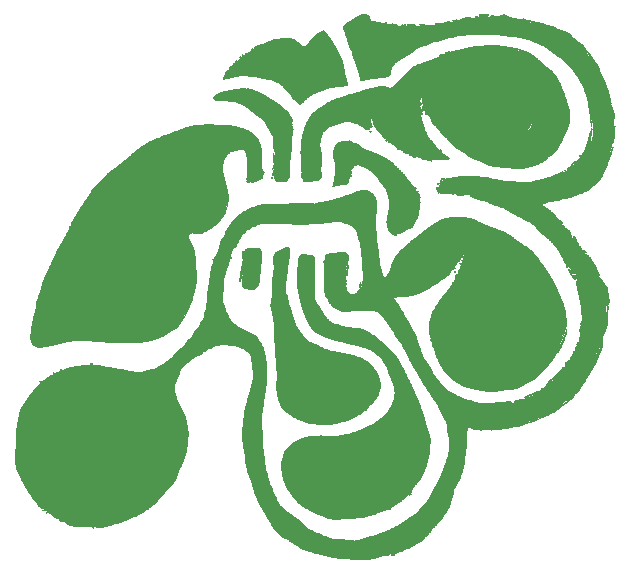
<source format=gbr>
%TF.GenerationSoftware,KiCad,Pcbnew,5.1.10-88a1d61d58~90~ubuntu20.04.1*%
%TF.CreationDate,2022-09-07T16:13:06+02:00*%
%TF.ProjectId,Wawies_PCB_ready,57617769-6573-45f5-9043-425f72656164,rev?*%
%TF.SameCoordinates,Original*%
%TF.FileFunction,Copper,L1,Top*%
%TF.FilePolarity,Positive*%
%FSLAX46Y46*%
G04 Gerber Fmt 4.6, Leading zero omitted, Abs format (unit mm)*
G04 Created by KiCad (PCBNEW 5.1.10-88a1d61d58~90~ubuntu20.04.1) date 2022-09-07 16:13:06*
%MOMM*%
%LPD*%
G01*
G04 APERTURE LIST*
%TA.AperFunction,EtchedComponent*%
%ADD10C,0.010000*%
%TD*%
%TA.AperFunction,ComponentPad*%
%ADD11C,4.321700*%
%TD*%
%TA.AperFunction,ComponentPad*%
%ADD12C,0.960476*%
%TD*%
G04 APERTURE END LIST*
D10*
%TO.C,G\u002A\u002A\u002A*%
G36*
X-11778554Y19039044D02*
G01*
X-11763540Y19019624D01*
X-11758098Y18985019D01*
X-11762239Y18938927D01*
X-11775973Y18885048D01*
X-11778091Y18878745D01*
X-11799888Y18823107D01*
X-11820109Y18787002D01*
X-11838372Y18770801D01*
X-11854298Y18774874D01*
X-11865330Y18793556D01*
X-11870514Y18821196D01*
X-11871899Y18862645D01*
X-11869879Y18910966D01*
X-11864846Y18959223D01*
X-11857192Y19000476D01*
X-11852756Y19015604D01*
X-11836184Y19042497D01*
X-11811563Y19050102D01*
X-11778554Y19039044D01*
G37*
X-11778554Y19039044D02*
X-11763540Y19019624D01*
X-11758098Y18985019D01*
X-11762239Y18938927D01*
X-11775973Y18885048D01*
X-11778091Y18878745D01*
X-11799888Y18823107D01*
X-11820109Y18787002D01*
X-11838372Y18770801D01*
X-11854298Y18774874D01*
X-11865330Y18793556D01*
X-11870514Y18821196D01*
X-11871899Y18862645D01*
X-11869879Y18910966D01*
X-11864846Y18959223D01*
X-11857192Y19000476D01*
X-11852756Y19015604D01*
X-11836184Y19042497D01*
X-11811563Y19050102D01*
X-11778554Y19039044D01*
G36*
X-12831692Y18461442D02*
G01*
X-12826786Y18441028D01*
X-12835178Y18405645D01*
X-12837321Y18399814D01*
X-12850648Y18377302D01*
X-12865108Y18375886D01*
X-12880127Y18395564D01*
X-12882217Y18399947D01*
X-12887909Y18431210D01*
X-12875667Y18454745D01*
X-12849731Y18466007D01*
X-12831692Y18461442D01*
G37*
X-12831692Y18461442D02*
X-12826786Y18441028D01*
X-12835178Y18405645D01*
X-12837321Y18399814D01*
X-12850648Y18377302D01*
X-12865108Y18375886D01*
X-12880127Y18395564D01*
X-12882217Y18399947D01*
X-12887909Y18431210D01*
X-12875667Y18454745D01*
X-12849731Y18466007D01*
X-12831692Y18461442D01*
G36*
X-2904648Y17836172D02*
G01*
X-2914809Y17820406D01*
X-2927814Y17796025D01*
X-2929694Y17771334D01*
X-2919887Y17740284D01*
X-2904494Y17709123D01*
X-2887425Y17671236D01*
X-2882270Y17640774D01*
X-2884211Y17621742D01*
X-2897929Y17575377D01*
X-2919419Y17532409D01*
X-2944661Y17500222D01*
X-2954786Y17492101D01*
X-2982509Y17476826D01*
X-3007461Y17467675D01*
X-3023718Y17466440D01*
X-3026833Y17470294D01*
X-3019821Y17482472D01*
X-3001989Y17503078D01*
X-2989791Y17515417D01*
X-2962967Y17545030D01*
X-2953485Y17564694D01*
X-2961435Y17573769D01*
X-2981854Y17572703D01*
X-3014094Y17574174D01*
X-3031725Y17582406D01*
X-3045621Y17596290D01*
X-3042362Y17609650D01*
X-3038367Y17614813D01*
X-3018257Y17626914D01*
X-2990518Y17631833D01*
X-2959889Y17636393D01*
X-2936764Y17646481D01*
X-2926720Y17655381D01*
X-2924664Y17665493D01*
X-2931918Y17681761D01*
X-2949805Y17709126D01*
X-2955907Y17718010D01*
X-2982270Y17760061D01*
X-2993189Y17789978D01*
X-2987946Y17810832D01*
X-2965822Y17825693D01*
X-2928038Y17837172D01*
X-2907583Y17841172D01*
X-2904648Y17836172D01*
G37*
X-2904648Y17836172D02*
X-2914809Y17820406D01*
X-2927814Y17796025D01*
X-2929694Y17771334D01*
X-2919887Y17740284D01*
X-2904494Y17709123D01*
X-2887425Y17671236D01*
X-2882270Y17640774D01*
X-2884211Y17621742D01*
X-2897929Y17575377D01*
X-2919419Y17532409D01*
X-2944661Y17500222D01*
X-2954786Y17492101D01*
X-2982509Y17476826D01*
X-3007461Y17467675D01*
X-3023718Y17466440D01*
X-3026833Y17470294D01*
X-3019821Y17482472D01*
X-3001989Y17503078D01*
X-2989791Y17515417D01*
X-2962967Y17545030D01*
X-2953485Y17564694D01*
X-2961435Y17573769D01*
X-2981854Y17572703D01*
X-3014094Y17574174D01*
X-3031725Y17582406D01*
X-3045621Y17596290D01*
X-3042362Y17609650D01*
X-3038367Y17614813D01*
X-3018257Y17626914D01*
X-2990518Y17631833D01*
X-2959889Y17636393D01*
X-2936764Y17646481D01*
X-2926720Y17655381D01*
X-2924664Y17665493D01*
X-2931918Y17681761D01*
X-2949805Y17709126D01*
X-2955907Y17718010D01*
X-2982270Y17760061D01*
X-2993189Y17789978D01*
X-2987946Y17810832D01*
X-2965822Y17825693D01*
X-2928038Y17837172D01*
X-2907583Y17841172D01*
X-2904648Y17836172D01*
G36*
X-1874054Y16274394D02*
G01*
X-1858566Y16216875D01*
X-1838049Y16176202D01*
X-1813497Y16153979D01*
X-1797050Y16150167D01*
X-1786814Y16148201D01*
X-1787654Y16140120D01*
X-1801053Y16122654D01*
X-1818088Y16103752D01*
X-1859212Y16053318D01*
X-1884482Y16009006D01*
X-1892782Y15972873D01*
X-1892339Y15967031D01*
X-1893734Y15950465D01*
X-1907746Y15942717D01*
X-1923521Y15940475D01*
X-1947148Y15940125D01*
X-1956454Y15948493D01*
X-1957916Y15965049D01*
X-1952608Y15990520D01*
X-1939132Y16023539D01*
X-1930376Y16039934D01*
X-1912447Y16076899D01*
X-1908761Y16101263D01*
X-1919117Y16111813D01*
X-1941664Y16107977D01*
X-1958128Y16102945D01*
X-1965879Y16105546D01*
X-1964722Y16118647D01*
X-1954462Y16145120D01*
X-1936454Y16184521D01*
X-1918565Y16226986D01*
X-1903810Y16269560D01*
X-1896147Y16299480D01*
X-1887886Y16345958D01*
X-1874054Y16274394D01*
G37*
X-1874054Y16274394D02*
X-1858566Y16216875D01*
X-1838049Y16176202D01*
X-1813497Y16153979D01*
X-1797050Y16150167D01*
X-1786814Y16148201D01*
X-1787654Y16140120D01*
X-1801053Y16122654D01*
X-1818088Y16103752D01*
X-1859212Y16053318D01*
X-1884482Y16009006D01*
X-1892782Y15972873D01*
X-1892339Y15967031D01*
X-1893734Y15950465D01*
X-1907746Y15942717D01*
X-1923521Y15940475D01*
X-1947148Y15940125D01*
X-1956454Y15948493D01*
X-1957916Y15965049D01*
X-1952608Y15990520D01*
X-1939132Y16023539D01*
X-1930376Y16039934D01*
X-1912447Y16076899D01*
X-1908761Y16101263D01*
X-1919117Y16111813D01*
X-1941664Y16107977D01*
X-1958128Y16102945D01*
X-1965879Y16105546D01*
X-1964722Y16118647D01*
X-1954462Y16145120D01*
X-1936454Y16184521D01*
X-1918565Y16226986D01*
X-1903810Y16269560D01*
X-1896147Y16299480D01*
X-1887886Y16345958D01*
X-1874054Y16274394D01*
G36*
X-10934463Y19250429D02*
G01*
X-10845594Y19250035D01*
X-10759989Y19249223D01*
X-10680859Y19248057D01*
X-10611413Y19246597D01*
X-10554863Y19244909D01*
X-10514420Y19243053D01*
X-10499686Y19241933D01*
X-10457991Y19236937D01*
X-10431022Y19230511D01*
X-10412368Y19220125D01*
X-10395618Y19203251D01*
X-10392620Y19199701D01*
X-10364670Y19159353D01*
X-10335347Y19105671D01*
X-10308155Y19045922D01*
X-10286595Y18987368D01*
X-10280855Y18967865D01*
X-10269892Y18911301D01*
X-10262291Y18837319D01*
X-10258163Y18749418D01*
X-10257622Y18651097D01*
X-10260777Y18545854D01*
X-10265016Y18473208D01*
X-10268322Y18430637D01*
X-10273504Y18370149D01*
X-10280370Y18293680D01*
X-10288726Y18203163D01*
X-10298381Y18100534D01*
X-10309141Y17987726D01*
X-10320815Y17866673D01*
X-10333210Y17739311D01*
X-10346132Y17607573D01*
X-10359390Y17473393D01*
X-10372791Y17338706D01*
X-10386143Y17205446D01*
X-10399252Y17075548D01*
X-10411927Y16950946D01*
X-10423974Y16833574D01*
X-10435201Y16725366D01*
X-10445416Y16628257D01*
X-10454427Y16544181D01*
X-10462039Y16475072D01*
X-10468062Y16422865D01*
X-10472302Y16389494D01*
X-10472789Y16386118D01*
X-10488908Y16294000D01*
X-10507912Y16219816D01*
X-10531232Y16160386D01*
X-10560298Y16112527D01*
X-10596541Y16073058D01*
X-10623289Y16051370D01*
X-10671877Y16011520D01*
X-10720093Y15964735D01*
X-10762894Y15916455D01*
X-10795234Y15872123D01*
X-10804551Y15855858D01*
X-10826642Y15820978D01*
X-10853863Y15796413D01*
X-10889389Y15781225D01*
X-10936394Y15774477D01*
X-10998052Y15775233D01*
X-11059583Y15780557D01*
X-11129777Y15788769D01*
X-11208235Y15799126D01*
X-11290541Y15810934D01*
X-11372278Y15823500D01*
X-11449031Y15836131D01*
X-11516384Y15848133D01*
X-11569921Y15858814D01*
X-11594641Y15864570D01*
X-11687759Y15893412D01*
X-11760994Y15927439D01*
X-11815113Y15967172D01*
X-11850879Y16013134D01*
X-11865374Y16049176D01*
X-11871423Y16092810D01*
X-11871223Y16156136D01*
X-11868556Y16197792D01*
X-11864628Y16257196D01*
X-11861323Y16326325D01*
X-11859150Y16393737D01*
X-11858682Y16420042D01*
X-11856811Y16472906D01*
X-11852868Y16521977D01*
X-11847484Y16560757D01*
X-11843361Y16577818D01*
X-11836199Y16609721D01*
X-11834140Y16650910D01*
X-11836964Y16706718D01*
X-11837685Y16715402D01*
X-11843483Y16797527D01*
X-11844976Y16865851D01*
X-11841853Y16927361D01*
X-11833804Y16989041D01*
X-11822924Y17046494D01*
X-11810034Y17125096D01*
X-11803029Y17205871D01*
X-11801757Y17284621D01*
X-11806068Y17357145D01*
X-11815812Y17419245D01*
X-11830837Y17466720D01*
X-11838514Y17481021D01*
X-11854964Y17499975D01*
X-11868709Y17500942D01*
X-11879893Y17483385D01*
X-11888657Y17446765D01*
X-11895144Y17390545D01*
X-11899497Y17314184D01*
X-11901449Y17243197D01*
X-11904791Y17060936D01*
X-11942562Y16977282D01*
X-11967789Y16912608D01*
X-11978761Y16860198D01*
X-11975742Y16816915D01*
X-11959166Y16779875D01*
X-11941959Y16749549D01*
X-11940521Y16731585D01*
X-11955786Y16723248D01*
X-11979037Y16721667D01*
X-12016292Y16716293D01*
X-12036604Y16698871D01*
X-12041635Y16667449D01*
X-12039717Y16650375D01*
X-12030979Y16593281D01*
X-12026395Y16553036D01*
X-12025867Y16525753D01*
X-12029299Y16507543D01*
X-12035862Y16495474D01*
X-12055622Y16481262D01*
X-12074350Y16483150D01*
X-12098820Y16501574D01*
X-12113224Y16537023D01*
X-12117351Y16587793D01*
X-12110992Y16652178D01*
X-12101140Y16700500D01*
X-12093357Y16742925D01*
X-12086702Y16797174D01*
X-12082236Y16853905D01*
X-12081303Y16875125D01*
X-12077741Y16930862D01*
X-12070049Y16991584D01*
X-12057477Y17061943D01*
X-12039277Y17146596D01*
X-12033702Y17170781D01*
X-12018257Y17241270D01*
X-12003980Y17314156D01*
X-11991983Y17383182D01*
X-11983378Y17442089D01*
X-11980095Y17472406D01*
X-11971852Y17541029D01*
X-11962158Y17595169D01*
X-11894782Y17595169D01*
X-11890356Y17561823D01*
X-11880297Y17547183D01*
X-11865045Y17551936D01*
X-11846862Y17573940D01*
X-11836881Y17595690D01*
X-11833087Y17624587D01*
X-11834662Y17667211D01*
X-11834894Y17670167D01*
X-11839308Y17707466D01*
X-11845350Y17736567D01*
X-11851212Y17750363D01*
X-11863369Y17752309D01*
X-11874971Y17735933D01*
X-11884874Y17704071D01*
X-11891931Y17659561D01*
X-11893137Y17646531D01*
X-11894782Y17595169D01*
X-11962158Y17595169D01*
X-11958796Y17613940D01*
X-11941997Y17687605D01*
X-11922527Y17758489D01*
X-11901458Y17823060D01*
X-11879859Y17877785D01*
X-11858803Y17919128D01*
X-11839361Y17943558D01*
X-11836666Y17945534D01*
X-11814102Y17969950D01*
X-11794595Y18008101D01*
X-11779751Y18053651D01*
X-11771175Y18100263D01*
X-11770472Y18141601D01*
X-11779246Y18171328D01*
X-11779412Y18171583D01*
X-11788051Y18179821D01*
X-11797180Y18175833D01*
X-11808397Y18157358D01*
X-11823301Y18122134D01*
X-11833628Y18094854D01*
X-11845889Y18063004D01*
X-11855253Y18040976D01*
X-11859278Y18034000D01*
X-11860171Y18043545D01*
X-11859125Y18068301D01*
X-11856603Y18102449D01*
X-11853067Y18140168D01*
X-11848980Y18175641D01*
X-11846777Y18191353D01*
X-11832686Y18227405D01*
X-11808570Y18256912D01*
X-11791888Y18273806D01*
X-11781612Y18291010D01*
X-11775722Y18314639D01*
X-11772195Y18350805D01*
X-11770963Y18370691D01*
X-11771094Y18441538D01*
X-11780342Y18496497D01*
X-11798391Y18534071D01*
X-11807395Y18543400D01*
X-11822220Y18550930D01*
X-11835218Y18541377D01*
X-11838603Y18536932D01*
X-11849089Y18512107D01*
X-11853333Y18481769D01*
X-11856430Y18455207D01*
X-11864277Y18448182D01*
X-11874707Y18460227D01*
X-11884951Y18488593D01*
X-11890279Y18530548D01*
X-11885737Y18572617D01*
X-11873303Y18610785D01*
X-11854956Y18641041D01*
X-11832674Y18659371D01*
X-11808435Y18661762D01*
X-11801067Y18658765D01*
X-11786562Y18653338D01*
X-11776007Y18658840D01*
X-11764723Y18678981D01*
X-11758833Y18692254D01*
X-11749392Y18719158D01*
X-11737075Y18761606D01*
X-11723280Y18814410D01*
X-11709408Y18872383D01*
X-11705215Y18891028D01*
X-11688370Y18963266D01*
X-11671066Y19025175D01*
X-11651608Y19077545D01*
X-11628303Y19121168D01*
X-11599455Y19156832D01*
X-11563370Y19185328D01*
X-11518353Y19207446D01*
X-11462710Y19223977D01*
X-11394747Y19235710D01*
X-11312768Y19243436D01*
X-11215079Y19247944D01*
X-11099986Y19250026D01*
X-10965794Y19250471D01*
X-10934463Y19250429D01*
G37*
X-10934463Y19250429D02*
X-10845594Y19250035D01*
X-10759989Y19249223D01*
X-10680859Y19248057D01*
X-10611413Y19246597D01*
X-10554863Y19244909D01*
X-10514420Y19243053D01*
X-10499686Y19241933D01*
X-10457991Y19236937D01*
X-10431022Y19230511D01*
X-10412368Y19220125D01*
X-10395618Y19203251D01*
X-10392620Y19199701D01*
X-10364670Y19159353D01*
X-10335347Y19105671D01*
X-10308155Y19045922D01*
X-10286595Y18987368D01*
X-10280855Y18967865D01*
X-10269892Y18911301D01*
X-10262291Y18837319D01*
X-10258163Y18749418D01*
X-10257622Y18651097D01*
X-10260777Y18545854D01*
X-10265016Y18473208D01*
X-10268322Y18430637D01*
X-10273504Y18370149D01*
X-10280370Y18293680D01*
X-10288726Y18203163D01*
X-10298381Y18100534D01*
X-10309141Y17987726D01*
X-10320815Y17866673D01*
X-10333210Y17739311D01*
X-10346132Y17607573D01*
X-10359390Y17473393D01*
X-10372791Y17338706D01*
X-10386143Y17205446D01*
X-10399252Y17075548D01*
X-10411927Y16950946D01*
X-10423974Y16833574D01*
X-10435201Y16725366D01*
X-10445416Y16628257D01*
X-10454427Y16544181D01*
X-10462039Y16475072D01*
X-10468062Y16422865D01*
X-10472302Y16389494D01*
X-10472789Y16386118D01*
X-10488908Y16294000D01*
X-10507912Y16219816D01*
X-10531232Y16160386D01*
X-10560298Y16112527D01*
X-10596541Y16073058D01*
X-10623289Y16051370D01*
X-10671877Y16011520D01*
X-10720093Y15964735D01*
X-10762894Y15916455D01*
X-10795234Y15872123D01*
X-10804551Y15855858D01*
X-10826642Y15820978D01*
X-10853863Y15796413D01*
X-10889389Y15781225D01*
X-10936394Y15774477D01*
X-10998052Y15775233D01*
X-11059583Y15780557D01*
X-11129777Y15788769D01*
X-11208235Y15799126D01*
X-11290541Y15810934D01*
X-11372278Y15823500D01*
X-11449031Y15836131D01*
X-11516384Y15848133D01*
X-11569921Y15858814D01*
X-11594641Y15864570D01*
X-11687759Y15893412D01*
X-11760994Y15927439D01*
X-11815113Y15967172D01*
X-11850879Y16013134D01*
X-11865374Y16049176D01*
X-11871423Y16092810D01*
X-11871223Y16156136D01*
X-11868556Y16197792D01*
X-11864628Y16257196D01*
X-11861323Y16326325D01*
X-11859150Y16393737D01*
X-11858682Y16420042D01*
X-11856811Y16472906D01*
X-11852868Y16521977D01*
X-11847484Y16560757D01*
X-11843361Y16577818D01*
X-11836199Y16609721D01*
X-11834140Y16650910D01*
X-11836964Y16706718D01*
X-11837685Y16715402D01*
X-11843483Y16797527D01*
X-11844976Y16865851D01*
X-11841853Y16927361D01*
X-11833804Y16989041D01*
X-11822924Y17046494D01*
X-11810034Y17125096D01*
X-11803029Y17205871D01*
X-11801757Y17284621D01*
X-11806068Y17357145D01*
X-11815812Y17419245D01*
X-11830837Y17466720D01*
X-11838514Y17481021D01*
X-11854964Y17499975D01*
X-11868709Y17500942D01*
X-11879893Y17483385D01*
X-11888657Y17446765D01*
X-11895144Y17390545D01*
X-11899497Y17314184D01*
X-11901449Y17243197D01*
X-11904791Y17060936D01*
X-11942562Y16977282D01*
X-11967789Y16912608D01*
X-11978761Y16860198D01*
X-11975742Y16816915D01*
X-11959166Y16779875D01*
X-11941959Y16749549D01*
X-11940521Y16731585D01*
X-11955786Y16723248D01*
X-11979037Y16721667D01*
X-12016292Y16716293D01*
X-12036604Y16698871D01*
X-12041635Y16667449D01*
X-12039717Y16650375D01*
X-12030979Y16593281D01*
X-12026395Y16553036D01*
X-12025867Y16525753D01*
X-12029299Y16507543D01*
X-12035862Y16495474D01*
X-12055622Y16481262D01*
X-12074350Y16483150D01*
X-12098820Y16501574D01*
X-12113224Y16537023D01*
X-12117351Y16587793D01*
X-12110992Y16652178D01*
X-12101140Y16700500D01*
X-12093357Y16742925D01*
X-12086702Y16797174D01*
X-12082236Y16853905D01*
X-12081303Y16875125D01*
X-12077741Y16930862D01*
X-12070049Y16991584D01*
X-12057477Y17061943D01*
X-12039277Y17146596D01*
X-12033702Y17170781D01*
X-12018257Y17241270D01*
X-12003980Y17314156D01*
X-11991983Y17383182D01*
X-11983378Y17442089D01*
X-11980095Y17472406D01*
X-11971852Y17541029D01*
X-11962158Y17595169D01*
X-11894782Y17595169D01*
X-11890356Y17561823D01*
X-11880297Y17547183D01*
X-11865045Y17551936D01*
X-11846862Y17573940D01*
X-11836881Y17595690D01*
X-11833087Y17624587D01*
X-11834662Y17667211D01*
X-11834894Y17670167D01*
X-11839308Y17707466D01*
X-11845350Y17736567D01*
X-11851212Y17750363D01*
X-11863369Y17752309D01*
X-11874971Y17735933D01*
X-11884874Y17704071D01*
X-11891931Y17659561D01*
X-11893137Y17646531D01*
X-11894782Y17595169D01*
X-11962158Y17595169D01*
X-11958796Y17613940D01*
X-11941997Y17687605D01*
X-11922527Y17758489D01*
X-11901458Y17823060D01*
X-11879859Y17877785D01*
X-11858803Y17919128D01*
X-11839361Y17943558D01*
X-11836666Y17945534D01*
X-11814102Y17969950D01*
X-11794595Y18008101D01*
X-11779751Y18053651D01*
X-11771175Y18100263D01*
X-11770472Y18141601D01*
X-11779246Y18171328D01*
X-11779412Y18171583D01*
X-11788051Y18179821D01*
X-11797180Y18175833D01*
X-11808397Y18157358D01*
X-11823301Y18122134D01*
X-11833628Y18094854D01*
X-11845889Y18063004D01*
X-11855253Y18040976D01*
X-11859278Y18034000D01*
X-11860171Y18043545D01*
X-11859125Y18068301D01*
X-11856603Y18102449D01*
X-11853067Y18140168D01*
X-11848980Y18175641D01*
X-11846777Y18191353D01*
X-11832686Y18227405D01*
X-11808570Y18256912D01*
X-11791888Y18273806D01*
X-11781612Y18291010D01*
X-11775722Y18314639D01*
X-11772195Y18350805D01*
X-11770963Y18370691D01*
X-11771094Y18441538D01*
X-11780342Y18496497D01*
X-11798391Y18534071D01*
X-11807395Y18543400D01*
X-11822220Y18550930D01*
X-11835218Y18541377D01*
X-11838603Y18536932D01*
X-11849089Y18512107D01*
X-11853333Y18481769D01*
X-11856430Y18455207D01*
X-11864277Y18448182D01*
X-11874707Y18460227D01*
X-11884951Y18488593D01*
X-11890279Y18530548D01*
X-11885737Y18572617D01*
X-11873303Y18610785D01*
X-11854956Y18641041D01*
X-11832674Y18659371D01*
X-11808435Y18661762D01*
X-11801067Y18658765D01*
X-11786562Y18653338D01*
X-11776007Y18658840D01*
X-11764723Y18678981D01*
X-11758833Y18692254D01*
X-11749392Y18719158D01*
X-11737075Y18761606D01*
X-11723280Y18814410D01*
X-11709408Y18872383D01*
X-11705215Y18891028D01*
X-11688370Y18963266D01*
X-11671066Y19025175D01*
X-11651608Y19077545D01*
X-11628303Y19121168D01*
X-11599455Y19156832D01*
X-11563370Y19185328D01*
X-11518353Y19207446D01*
X-11462710Y19223977D01*
X-11394747Y19235710D01*
X-11312768Y19243436D01*
X-11215079Y19247944D01*
X-11099986Y19250026D01*
X-10965794Y19250471D01*
X-10934463Y19250429D01*
G36*
X772683Y12447795D02*
G01*
X785497Y12426567D01*
X797164Y12400608D01*
X803863Y12377624D01*
X804334Y12372257D01*
X799926Y12361076D01*
X788946Y12366234D01*
X774753Y12385378D01*
X768498Y12397329D01*
X754485Y12431887D01*
X752940Y12451086D01*
X762540Y12456583D01*
X772683Y12447795D01*
G37*
X772683Y12447795D02*
X785497Y12426567D01*
X797164Y12400608D01*
X803863Y12377624D01*
X804334Y12372257D01*
X799926Y12361076D01*
X788946Y12366234D01*
X774753Y12385378D01*
X768498Y12397329D01*
X754485Y12431887D01*
X752940Y12451086D01*
X762540Y12456583D01*
X772683Y12447795D01*
G36*
X-8009350Y19331496D02*
G01*
X-7969709Y19318153D01*
X-7945626Y19294849D01*
X-7938849Y19279341D01*
X-7936233Y19260900D01*
X-7933572Y19224059D01*
X-7930975Y19171584D01*
X-7928549Y19106243D01*
X-7926401Y19030801D01*
X-7924640Y18948025D01*
X-7923749Y18891250D01*
X-7922467Y18783042D01*
X-7922031Y18692218D01*
X-7922773Y18615001D01*
X-7925024Y18547615D01*
X-7929117Y18486282D01*
X-7935383Y18427227D01*
X-7944154Y18366673D01*
X-7955762Y18300842D01*
X-7970540Y18225960D01*
X-7988818Y18138248D01*
X-7990719Y18129250D01*
X-8019982Y17986219D01*
X-8043838Y17858212D01*
X-8062985Y17739988D01*
X-8078123Y17626303D01*
X-8089951Y17511915D01*
X-8099167Y17391582D01*
X-8106405Y17261417D01*
X-8115770Y17099378D01*
X-8128329Y16946738D01*
X-8144943Y16795169D01*
X-8166476Y16636343D01*
X-8180905Y16541750D01*
X-8197878Y16431463D01*
X-8211246Y16337250D01*
X-8221406Y16254401D01*
X-8228757Y16178203D01*
X-8233695Y16103947D01*
X-8236617Y16026921D01*
X-8237923Y15942415D01*
X-8238066Y15864417D01*
X-8236829Y15755484D01*
X-8233302Y15663993D01*
X-8226929Y15586292D01*
X-8217159Y15518729D01*
X-8203436Y15457651D01*
X-8185207Y15399405D01*
X-8161918Y15340338D01*
X-8156812Y15328575D01*
X-8105361Y15188174D01*
X-8069715Y15038512D01*
X-8064515Y15007167D01*
X-8048395Y14921182D01*
X-8023540Y14816167D01*
X-7990010Y14692340D01*
X-7947868Y14549924D01*
X-7897178Y14389138D01*
X-7847980Y14239875D01*
X-7800089Y14096743D01*
X-7758123Y13970547D01*
X-7721106Y13858210D01*
X-7688066Y13756659D01*
X-7658028Y13662817D01*
X-7630019Y13573608D01*
X-7603065Y13485958D01*
X-7576192Y13396790D01*
X-7548427Y13303029D01*
X-7518797Y13201600D01*
X-7513625Y13183793D01*
X-7480253Y13069786D01*
X-7451041Y12973218D01*
X-7424636Y12891088D01*
X-7399685Y12820398D01*
X-7374836Y12758149D01*
X-7348736Y12701344D01*
X-7320032Y12646982D01*
X-7287373Y12592066D01*
X-7249405Y12533596D01*
X-7204776Y12468574D01*
X-7166506Y12414250D01*
X-7039319Y12236865D01*
X-6921860Y12077367D01*
X-6813599Y11935128D01*
X-6714004Y11809519D01*
X-6622547Y11699912D01*
X-6538695Y11605680D01*
X-6461919Y11526194D01*
X-6391688Y11460827D01*
X-6327472Y11408949D01*
X-6302375Y11391173D01*
X-6196407Y11327899D01*
X-6069482Y11267349D01*
X-5935984Y11214700D01*
X-5772486Y11153271D01*
X-5624876Y11092974D01*
X-5488145Y11031567D01*
X-5357282Y10966813D01*
X-5238750Y10902906D01*
X-5141976Y10849993D01*
X-5056851Y10806412D01*
X-4977574Y10769515D01*
X-4898342Y10736654D01*
X-4813356Y10705179D01*
X-4781078Y10693966D01*
X-4707557Y10669508D01*
X-4633269Y10646387D01*
X-4556322Y10624181D01*
X-4474824Y10602466D01*
X-4386883Y10580821D01*
X-4290606Y10558822D01*
X-4184101Y10536047D01*
X-4065477Y10512074D01*
X-3932840Y10486479D01*
X-3784299Y10458840D01*
X-3617961Y10428735D01*
X-3498412Y10407468D01*
X-3327331Y10377010D01*
X-3175512Y10349509D01*
X-3041317Y10324583D01*
X-2923108Y10301851D01*
X-2819245Y10280930D01*
X-2728090Y10261441D01*
X-2648004Y10243000D01*
X-2577348Y10225227D01*
X-2514483Y10207740D01*
X-2457770Y10190158D01*
X-2405572Y10172098D01*
X-2356248Y10153179D01*
X-2308160Y10133020D01*
X-2295199Y10127325D01*
X-2193923Y10084557D01*
X-2109694Y10053580D01*
X-2042666Y10034446D01*
X-2000894Y10027649D01*
X-1961337Y10022291D01*
X-1920011Y10011645D01*
X-1874229Y9994475D01*
X-1821308Y9969548D01*
X-1758560Y9935627D01*
X-1683301Y9891478D01*
X-1618333Y9851718D01*
X-1409885Y9715304D01*
X-1221364Y9576161D01*
X-1051563Y9432674D01*
X-899272Y9283227D01*
X-763283Y9126206D01*
X-642386Y8959993D01*
X-535373Y8782975D01*
X-441034Y8593535D01*
X-358160Y8390058D01*
X-285544Y8170928D01*
X-241258Y8011583D01*
X-209443Y7864872D01*
X-192945Y7726997D01*
X-191479Y7592490D01*
X-204760Y7455886D01*
X-210413Y7420398D01*
X-237696Y7289386D01*
X-274642Y7162346D01*
X-322717Y7035758D01*
X-383387Y6906099D01*
X-458116Y6769848D01*
X-530347Y6651625D01*
X-570883Y6587576D01*
X-614770Y6517826D01*
X-657727Y6449205D01*
X-695471Y6388544D01*
X-709483Y6365875D01*
X-757490Y6290631D01*
X-798428Y6232695D01*
X-834019Y6190123D01*
X-865985Y6160967D01*
X-896050Y6143283D01*
X-911079Y6138088D01*
X-941078Y6123499D01*
X-981144Y6094446D01*
X-1028783Y6053501D01*
X-1081503Y6003238D01*
X-1136811Y5946230D01*
X-1192214Y5885050D01*
X-1245218Y5822271D01*
X-1293331Y5760466D01*
X-1334059Y5702209D01*
X-1335407Y5700130D01*
X-1362565Y5651768D01*
X-1374781Y5612751D01*
X-1375833Y5598788D01*
X-1384558Y5559806D01*
X-1407769Y5530247D01*
X-1441018Y5514985D01*
X-1453244Y5513917D01*
X-1474952Y5518166D01*
X-1481636Y5533319D01*
X-1481666Y5535083D01*
X-1489251Y5552893D01*
X-1501765Y5556250D01*
X-1526132Y5549161D01*
X-1559577Y5530520D01*
X-1596751Y5504263D01*
X-1632306Y5474328D01*
X-1660894Y5444652D01*
X-1670158Y5432284D01*
X-1705606Y5390053D01*
X-1759566Y5342640D01*
X-1832293Y5289891D01*
X-1924042Y5231649D01*
X-2035067Y5167759D01*
X-2165623Y5098065D01*
X-2315966Y5022413D01*
X-2439458Y4962811D01*
X-2619352Y4882144D01*
X-2816344Y4802575D01*
X-3026366Y4725418D01*
X-3245352Y4651989D01*
X-3469235Y4583602D01*
X-3693946Y4521572D01*
X-3915418Y4467213D01*
X-4087282Y4430183D01*
X-4199112Y4408672D01*
X-4300282Y4391592D01*
X-4395880Y4378445D01*
X-4490996Y4368734D01*
X-4590718Y4361962D01*
X-4700135Y4357632D01*
X-4824335Y4355246D01*
X-4857750Y4354900D01*
X-4939173Y4354336D01*
X-5015604Y4354117D01*
X-5083943Y4354229D01*
X-5141087Y4354655D01*
X-5183936Y4355380D01*
X-5209389Y4356391D01*
X-5212291Y4356644D01*
X-5233237Y4358923D01*
X-5272248Y4363200D01*
X-5326348Y4369149D01*
X-5392565Y4376441D01*
X-5467923Y4384749D01*
X-5549450Y4393746D01*
X-5582708Y4397419D01*
X-5671545Y4407126D01*
X-5760491Y4416654D01*
X-5845475Y4425580D01*
X-5922425Y4433481D01*
X-5987267Y4439937D01*
X-6035930Y4444524D01*
X-6043083Y4445156D01*
X-6238432Y4471263D01*
X-6442212Y4516252D01*
X-6653738Y4579899D01*
X-6872321Y4661985D01*
X-7097276Y4762286D01*
X-7225508Y4826190D01*
X-7312846Y4873072D01*
X-7406659Y4926537D01*
X-7504076Y4984705D01*
X-7602225Y5045698D01*
X-7698236Y5107636D01*
X-7789237Y5168640D01*
X-7872360Y5226832D01*
X-7944732Y5280332D01*
X-8003482Y5327262D01*
X-8037710Y5357813D01*
X-8069307Y5386055D01*
X-8097312Y5407331D01*
X-8116853Y5418047D01*
X-8120232Y5418667D01*
X-8155174Y5427321D01*
X-8200780Y5453384D01*
X-8257266Y5497006D01*
X-8324851Y5558338D01*
X-8332029Y5565257D01*
X-8401220Y5634549D01*
X-8456905Y5696025D01*
X-8502716Y5754290D01*
X-8542286Y5813948D01*
X-8577597Y5876467D01*
X-8606699Y5935769D01*
X-8640186Y6011074D01*
X-8676793Y6098920D01*
X-8715256Y6195841D01*
X-8754309Y6298376D01*
X-8792688Y6403059D01*
X-8829128Y6506427D01*
X-8862364Y6605016D01*
X-8891132Y6695363D01*
X-8914167Y6774003D01*
X-8930204Y6837473D01*
X-8932593Y6848693D01*
X-8943888Y6912363D01*
X-8949001Y6966869D01*
X-8948703Y7023039D01*
X-8947049Y7051194D01*
X-8944759Y7123029D01*
X-8949634Y7188353D01*
X-8958752Y7242608D01*
X-8962447Y7261128D01*
X-8965616Y7277921D01*
X-8968250Y7294599D01*
X-8970342Y7312775D01*
X-8971880Y7334063D01*
X-8972858Y7360075D01*
X-8973266Y7392426D01*
X-8973096Y7432727D01*
X-8972338Y7482593D01*
X-8970983Y7543635D01*
X-8969023Y7617468D01*
X-8966450Y7705705D01*
X-8963253Y7809957D01*
X-8959425Y7931840D01*
X-8954956Y8072965D01*
X-8954051Y8101542D01*
X-8951274Y8211883D01*
X-8949627Y8328807D01*
X-8949052Y8449667D01*
X-8949491Y8571813D01*
X-8950888Y8692600D01*
X-8953184Y8809379D01*
X-8956323Y8919503D01*
X-8960247Y9020324D01*
X-8964898Y9109194D01*
X-8970220Y9183466D01*
X-8976155Y9240492D01*
X-8979193Y9260901D01*
X-8986963Y9312590D01*
X-8994851Y9378289D01*
X-9002932Y9458955D01*
X-9006771Y9503369D01*
X-5466004Y9503369D01*
X-5449121Y9493993D01*
X-5422364Y9495981D01*
X-5393012Y9508297D01*
X-5383052Y9515185D01*
X-5360597Y9536675D01*
X-5356702Y9550303D01*
X-5371175Y9554849D01*
X-5389009Y9552627D01*
X-5421056Y9542845D01*
X-5447948Y9528903D01*
X-5464380Y9514197D01*
X-5466004Y9503369D01*
X-9006771Y9503369D01*
X-9011281Y9555545D01*
X-9019975Y9669014D01*
X-9029089Y9800318D01*
X-9038698Y9950414D01*
X-9048878Y10120258D01*
X-9053906Y10207625D01*
X-9064989Y10400821D01*
X-9075211Y10575203D01*
X-9084739Y10733100D01*
X-9093742Y10876838D01*
X-9102387Y11008747D01*
X-9110841Y11131154D01*
X-9119274Y11246388D01*
X-9127852Y11356775D01*
X-9136743Y11464644D01*
X-9146114Y11572324D01*
X-9156135Y11682141D01*
X-9166972Y11796424D01*
X-9172492Y11853333D01*
X-9181913Y11953471D01*
X-9188947Y12038430D01*
X-9193862Y12114032D01*
X-9196926Y12186098D01*
X-9198407Y12260450D01*
X-9198572Y12342907D01*
X-9198043Y12408958D01*
X-9196692Y12533522D01*
X-9195593Y12638911D01*
X-9194813Y12727117D01*
X-9194421Y12800130D01*
X-9194486Y12859941D01*
X-9195075Y12908542D01*
X-9196256Y12947924D01*
X-9198099Y12980078D01*
X-9200671Y13006995D01*
X-9204040Y13030667D01*
X-9208274Y13053083D01*
X-9213442Y13076236D01*
X-9219613Y13102117D01*
X-9222155Y13112750D01*
X-9250854Y13240064D01*
X-9271867Y13348993D01*
X-9285399Y13440790D01*
X-9291655Y13516712D01*
X-9292166Y13541782D01*
X-9297272Y13637737D01*
X-9312981Y13742393D01*
X-9339880Y13859102D01*
X-9360886Y13933790D01*
X-9388894Y14028385D01*
X-9411382Y14105784D01*
X-9428955Y14169050D01*
X-9442217Y14221248D01*
X-9451772Y14265443D01*
X-9458226Y14304699D01*
X-9462184Y14342080D01*
X-9464249Y14380651D01*
X-9465026Y14423477D01*
X-9465127Y14462125D01*
X-9464881Y14512636D01*
X-9463835Y14555631D01*
X-9461476Y14595103D01*
X-9457291Y14635046D01*
X-9450768Y14679452D01*
X-9441395Y14732315D01*
X-9428659Y14797627D01*
X-9412047Y14879382D01*
X-9410801Y14885458D01*
X-9387121Y15003689D01*
X-9368460Y15103909D01*
X-9354566Y15188608D01*
X-9345188Y15260275D01*
X-9340075Y15321400D01*
X-9338975Y15374473D01*
X-9341639Y15421984D01*
X-9347814Y15466421D01*
X-9350686Y15481356D01*
X-9356897Y15515690D01*
X-9361614Y15552459D01*
X-9365008Y15595037D01*
X-9367248Y15646802D01*
X-9368504Y15711128D01*
X-9368946Y15791391D01*
X-9368905Y15843250D01*
X-9365408Y16075014D01*
X-9355878Y16289486D01*
X-9340063Y16489738D01*
X-9317710Y16678840D01*
X-9288567Y16859862D01*
X-9282738Y16891000D01*
X-9251099Y17076128D01*
X-9225263Y17267772D01*
X-9206408Y17456365D01*
X-9198126Y17578917D01*
X-9194427Y17666545D01*
X-9193772Y17738672D01*
X-9196476Y17800787D01*
X-9202854Y17858379D01*
X-9213219Y17916938D01*
X-9219038Y17944042D01*
X-9224071Y17978718D01*
X-9228087Y18030600D01*
X-9231080Y18095752D01*
X-9233043Y18170235D01*
X-9233970Y18250114D01*
X-9233855Y18331451D01*
X-9232690Y18410311D01*
X-9230471Y18482755D01*
X-9227190Y18544848D01*
X-9222842Y18592652D01*
X-9220113Y18610792D01*
X-9196524Y18700852D01*
X-9160659Y18777722D01*
X-9109964Y18845211D01*
X-9041887Y18907130D01*
X-9002095Y18936121D01*
X-8977628Y18951006D01*
X-8936823Y18973623D01*
X-8882425Y19002545D01*
X-8817179Y19036346D01*
X-8743830Y19073598D01*
X-8665122Y19112875D01*
X-8607736Y19141089D01*
X-8505740Y19190538D01*
X-8420112Y19231027D01*
X-8348465Y19263415D01*
X-8288415Y19288560D01*
X-8237576Y19307319D01*
X-8193564Y19320550D01*
X-8153992Y19329112D01*
X-8116476Y19333863D01*
X-8078631Y19335659D01*
X-8066525Y19335750D01*
X-8009350Y19331496D01*
G37*
X-8009350Y19331496D02*
X-7969709Y19318153D01*
X-7945626Y19294849D01*
X-7938849Y19279341D01*
X-7936233Y19260900D01*
X-7933572Y19224059D01*
X-7930975Y19171584D01*
X-7928549Y19106243D01*
X-7926401Y19030801D01*
X-7924640Y18948025D01*
X-7923749Y18891250D01*
X-7922467Y18783042D01*
X-7922031Y18692218D01*
X-7922773Y18615001D01*
X-7925024Y18547615D01*
X-7929117Y18486282D01*
X-7935383Y18427227D01*
X-7944154Y18366673D01*
X-7955762Y18300842D01*
X-7970540Y18225960D01*
X-7988818Y18138248D01*
X-7990719Y18129250D01*
X-8019982Y17986219D01*
X-8043838Y17858212D01*
X-8062985Y17739988D01*
X-8078123Y17626303D01*
X-8089951Y17511915D01*
X-8099167Y17391582D01*
X-8106405Y17261417D01*
X-8115770Y17099378D01*
X-8128329Y16946738D01*
X-8144943Y16795169D01*
X-8166476Y16636343D01*
X-8180905Y16541750D01*
X-8197878Y16431463D01*
X-8211246Y16337250D01*
X-8221406Y16254401D01*
X-8228757Y16178203D01*
X-8233695Y16103947D01*
X-8236617Y16026921D01*
X-8237923Y15942415D01*
X-8238066Y15864417D01*
X-8236829Y15755484D01*
X-8233302Y15663993D01*
X-8226929Y15586292D01*
X-8217159Y15518729D01*
X-8203436Y15457651D01*
X-8185207Y15399405D01*
X-8161918Y15340338D01*
X-8156812Y15328575D01*
X-8105361Y15188174D01*
X-8069715Y15038512D01*
X-8064515Y15007167D01*
X-8048395Y14921182D01*
X-8023540Y14816167D01*
X-7990010Y14692340D01*
X-7947868Y14549924D01*
X-7897178Y14389138D01*
X-7847980Y14239875D01*
X-7800089Y14096743D01*
X-7758123Y13970547D01*
X-7721106Y13858210D01*
X-7688066Y13756659D01*
X-7658028Y13662817D01*
X-7630019Y13573608D01*
X-7603065Y13485958D01*
X-7576192Y13396790D01*
X-7548427Y13303029D01*
X-7518797Y13201600D01*
X-7513625Y13183793D01*
X-7480253Y13069786D01*
X-7451041Y12973218D01*
X-7424636Y12891088D01*
X-7399685Y12820398D01*
X-7374836Y12758149D01*
X-7348736Y12701344D01*
X-7320032Y12646982D01*
X-7287373Y12592066D01*
X-7249405Y12533596D01*
X-7204776Y12468574D01*
X-7166506Y12414250D01*
X-7039319Y12236865D01*
X-6921860Y12077367D01*
X-6813599Y11935128D01*
X-6714004Y11809519D01*
X-6622547Y11699912D01*
X-6538695Y11605680D01*
X-6461919Y11526194D01*
X-6391688Y11460827D01*
X-6327472Y11408949D01*
X-6302375Y11391173D01*
X-6196407Y11327899D01*
X-6069482Y11267349D01*
X-5935984Y11214700D01*
X-5772486Y11153271D01*
X-5624876Y11092974D01*
X-5488145Y11031567D01*
X-5357282Y10966813D01*
X-5238750Y10902906D01*
X-5141976Y10849993D01*
X-5056851Y10806412D01*
X-4977574Y10769515D01*
X-4898342Y10736654D01*
X-4813356Y10705179D01*
X-4781078Y10693966D01*
X-4707557Y10669508D01*
X-4633269Y10646387D01*
X-4556322Y10624181D01*
X-4474824Y10602466D01*
X-4386883Y10580821D01*
X-4290606Y10558822D01*
X-4184101Y10536047D01*
X-4065477Y10512074D01*
X-3932840Y10486479D01*
X-3784299Y10458840D01*
X-3617961Y10428735D01*
X-3498412Y10407468D01*
X-3327331Y10377010D01*
X-3175512Y10349509D01*
X-3041317Y10324583D01*
X-2923108Y10301851D01*
X-2819245Y10280930D01*
X-2728090Y10261441D01*
X-2648004Y10243000D01*
X-2577348Y10225227D01*
X-2514483Y10207740D01*
X-2457770Y10190158D01*
X-2405572Y10172098D01*
X-2356248Y10153179D01*
X-2308160Y10133020D01*
X-2295199Y10127325D01*
X-2193923Y10084557D01*
X-2109694Y10053580D01*
X-2042666Y10034446D01*
X-2000894Y10027649D01*
X-1961337Y10022291D01*
X-1920011Y10011645D01*
X-1874229Y9994475D01*
X-1821308Y9969548D01*
X-1758560Y9935627D01*
X-1683301Y9891478D01*
X-1618333Y9851718D01*
X-1409885Y9715304D01*
X-1221364Y9576161D01*
X-1051563Y9432674D01*
X-899272Y9283227D01*
X-763283Y9126206D01*
X-642386Y8959993D01*
X-535373Y8782975D01*
X-441034Y8593535D01*
X-358160Y8390058D01*
X-285544Y8170928D01*
X-241258Y8011583D01*
X-209443Y7864872D01*
X-192945Y7726997D01*
X-191479Y7592490D01*
X-204760Y7455886D01*
X-210413Y7420398D01*
X-237696Y7289386D01*
X-274642Y7162346D01*
X-322717Y7035758D01*
X-383387Y6906099D01*
X-458116Y6769848D01*
X-530347Y6651625D01*
X-570883Y6587576D01*
X-614770Y6517826D01*
X-657727Y6449205D01*
X-695471Y6388544D01*
X-709483Y6365875D01*
X-757490Y6290631D01*
X-798428Y6232695D01*
X-834019Y6190123D01*
X-865985Y6160967D01*
X-896050Y6143283D01*
X-911079Y6138088D01*
X-941078Y6123499D01*
X-981144Y6094446D01*
X-1028783Y6053501D01*
X-1081503Y6003238D01*
X-1136811Y5946230D01*
X-1192214Y5885050D01*
X-1245218Y5822271D01*
X-1293331Y5760466D01*
X-1334059Y5702209D01*
X-1335407Y5700130D01*
X-1362565Y5651768D01*
X-1374781Y5612751D01*
X-1375833Y5598788D01*
X-1384558Y5559806D01*
X-1407769Y5530247D01*
X-1441018Y5514985D01*
X-1453244Y5513917D01*
X-1474952Y5518166D01*
X-1481636Y5533319D01*
X-1481666Y5535083D01*
X-1489251Y5552893D01*
X-1501765Y5556250D01*
X-1526132Y5549161D01*
X-1559577Y5530520D01*
X-1596751Y5504263D01*
X-1632306Y5474328D01*
X-1660894Y5444652D01*
X-1670158Y5432284D01*
X-1705606Y5390053D01*
X-1759566Y5342640D01*
X-1832293Y5289891D01*
X-1924042Y5231649D01*
X-2035067Y5167759D01*
X-2165623Y5098065D01*
X-2315966Y5022413D01*
X-2439458Y4962811D01*
X-2619352Y4882144D01*
X-2816344Y4802575D01*
X-3026366Y4725418D01*
X-3245352Y4651989D01*
X-3469235Y4583602D01*
X-3693946Y4521572D01*
X-3915418Y4467213D01*
X-4087282Y4430183D01*
X-4199112Y4408672D01*
X-4300282Y4391592D01*
X-4395880Y4378445D01*
X-4490996Y4368734D01*
X-4590718Y4361962D01*
X-4700135Y4357632D01*
X-4824335Y4355246D01*
X-4857750Y4354900D01*
X-4939173Y4354336D01*
X-5015604Y4354117D01*
X-5083943Y4354229D01*
X-5141087Y4354655D01*
X-5183936Y4355380D01*
X-5209389Y4356391D01*
X-5212291Y4356644D01*
X-5233237Y4358923D01*
X-5272248Y4363200D01*
X-5326348Y4369149D01*
X-5392565Y4376441D01*
X-5467923Y4384749D01*
X-5549450Y4393746D01*
X-5582708Y4397419D01*
X-5671545Y4407126D01*
X-5760491Y4416654D01*
X-5845475Y4425580D01*
X-5922425Y4433481D01*
X-5987267Y4439937D01*
X-6035930Y4444524D01*
X-6043083Y4445156D01*
X-6238432Y4471263D01*
X-6442212Y4516252D01*
X-6653738Y4579899D01*
X-6872321Y4661985D01*
X-7097276Y4762286D01*
X-7225508Y4826190D01*
X-7312846Y4873072D01*
X-7406659Y4926537D01*
X-7504076Y4984705D01*
X-7602225Y5045698D01*
X-7698236Y5107636D01*
X-7789237Y5168640D01*
X-7872360Y5226832D01*
X-7944732Y5280332D01*
X-8003482Y5327262D01*
X-8037710Y5357813D01*
X-8069307Y5386055D01*
X-8097312Y5407331D01*
X-8116853Y5418047D01*
X-8120232Y5418667D01*
X-8155174Y5427321D01*
X-8200780Y5453384D01*
X-8257266Y5497006D01*
X-8324851Y5558338D01*
X-8332029Y5565257D01*
X-8401220Y5634549D01*
X-8456905Y5696025D01*
X-8502716Y5754290D01*
X-8542286Y5813948D01*
X-8577597Y5876467D01*
X-8606699Y5935769D01*
X-8640186Y6011074D01*
X-8676793Y6098920D01*
X-8715256Y6195841D01*
X-8754309Y6298376D01*
X-8792688Y6403059D01*
X-8829128Y6506427D01*
X-8862364Y6605016D01*
X-8891132Y6695363D01*
X-8914167Y6774003D01*
X-8930204Y6837473D01*
X-8932593Y6848693D01*
X-8943888Y6912363D01*
X-8949001Y6966869D01*
X-8948703Y7023039D01*
X-8947049Y7051194D01*
X-8944759Y7123029D01*
X-8949634Y7188353D01*
X-8958752Y7242608D01*
X-8962447Y7261128D01*
X-8965616Y7277921D01*
X-8968250Y7294599D01*
X-8970342Y7312775D01*
X-8971880Y7334063D01*
X-8972858Y7360075D01*
X-8973266Y7392426D01*
X-8973096Y7432727D01*
X-8972338Y7482593D01*
X-8970983Y7543635D01*
X-8969023Y7617468D01*
X-8966450Y7705705D01*
X-8963253Y7809957D01*
X-8959425Y7931840D01*
X-8954956Y8072965D01*
X-8954051Y8101542D01*
X-8951274Y8211883D01*
X-8949627Y8328807D01*
X-8949052Y8449667D01*
X-8949491Y8571813D01*
X-8950888Y8692600D01*
X-8953184Y8809379D01*
X-8956323Y8919503D01*
X-8960247Y9020324D01*
X-8964898Y9109194D01*
X-8970220Y9183466D01*
X-8976155Y9240492D01*
X-8979193Y9260901D01*
X-8986963Y9312590D01*
X-8994851Y9378289D01*
X-9002932Y9458955D01*
X-9006771Y9503369D01*
X-5466004Y9503369D01*
X-5449121Y9493993D01*
X-5422364Y9495981D01*
X-5393012Y9508297D01*
X-5383052Y9515185D01*
X-5360597Y9536675D01*
X-5356702Y9550303D01*
X-5371175Y9554849D01*
X-5389009Y9552627D01*
X-5421056Y9542845D01*
X-5447948Y9528903D01*
X-5464380Y9514197D01*
X-5466004Y9503369D01*
X-9006771Y9503369D01*
X-9011281Y9555545D01*
X-9019975Y9669014D01*
X-9029089Y9800318D01*
X-9038698Y9950414D01*
X-9048878Y10120258D01*
X-9053906Y10207625D01*
X-9064989Y10400821D01*
X-9075211Y10575203D01*
X-9084739Y10733100D01*
X-9093742Y10876838D01*
X-9102387Y11008747D01*
X-9110841Y11131154D01*
X-9119274Y11246388D01*
X-9127852Y11356775D01*
X-9136743Y11464644D01*
X-9146114Y11572324D01*
X-9156135Y11682141D01*
X-9166972Y11796424D01*
X-9172492Y11853333D01*
X-9181913Y11953471D01*
X-9188947Y12038430D01*
X-9193862Y12114032D01*
X-9196926Y12186098D01*
X-9198407Y12260450D01*
X-9198572Y12342907D01*
X-9198043Y12408958D01*
X-9196692Y12533522D01*
X-9195593Y12638911D01*
X-9194813Y12727117D01*
X-9194421Y12800130D01*
X-9194486Y12859941D01*
X-9195075Y12908542D01*
X-9196256Y12947924D01*
X-9198099Y12980078D01*
X-9200671Y13006995D01*
X-9204040Y13030667D01*
X-9208274Y13053083D01*
X-9213442Y13076236D01*
X-9219613Y13102117D01*
X-9222155Y13112750D01*
X-9250854Y13240064D01*
X-9271867Y13348993D01*
X-9285399Y13440790D01*
X-9291655Y13516712D01*
X-9292166Y13541782D01*
X-9297272Y13637737D01*
X-9312981Y13742393D01*
X-9339880Y13859102D01*
X-9360886Y13933790D01*
X-9388894Y14028385D01*
X-9411382Y14105784D01*
X-9428955Y14169050D01*
X-9442217Y14221248D01*
X-9451772Y14265443D01*
X-9458226Y14304699D01*
X-9462184Y14342080D01*
X-9464249Y14380651D01*
X-9465026Y14423477D01*
X-9465127Y14462125D01*
X-9464881Y14512636D01*
X-9463835Y14555631D01*
X-9461476Y14595103D01*
X-9457291Y14635046D01*
X-9450768Y14679452D01*
X-9441395Y14732315D01*
X-9428659Y14797627D01*
X-9412047Y14879382D01*
X-9410801Y14885458D01*
X-9387121Y15003689D01*
X-9368460Y15103909D01*
X-9354566Y15188608D01*
X-9345188Y15260275D01*
X-9340075Y15321400D01*
X-9338975Y15374473D01*
X-9341639Y15421984D01*
X-9347814Y15466421D01*
X-9350686Y15481356D01*
X-9356897Y15515690D01*
X-9361614Y15552459D01*
X-9365008Y15595037D01*
X-9367248Y15646802D01*
X-9368504Y15711128D01*
X-9368946Y15791391D01*
X-9368905Y15843250D01*
X-9365408Y16075014D01*
X-9355878Y16289486D01*
X-9340063Y16489738D01*
X-9317710Y16678840D01*
X-9288567Y16859862D01*
X-9282738Y16891000D01*
X-9251099Y17076128D01*
X-9225263Y17267772D01*
X-9206408Y17456365D01*
X-9198126Y17578917D01*
X-9194427Y17666545D01*
X-9193772Y17738672D01*
X-9196476Y17800787D01*
X-9202854Y17858379D01*
X-9213219Y17916938D01*
X-9219038Y17944042D01*
X-9224071Y17978718D01*
X-9228087Y18030600D01*
X-9231080Y18095752D01*
X-9233043Y18170235D01*
X-9233970Y18250114D01*
X-9233855Y18331451D01*
X-9232690Y18410311D01*
X-9230471Y18482755D01*
X-9227190Y18544848D01*
X-9222842Y18592652D01*
X-9220113Y18610792D01*
X-9196524Y18700852D01*
X-9160659Y18777722D01*
X-9109964Y18845211D01*
X-9041887Y18907130D01*
X-9002095Y18936121D01*
X-8977628Y18951006D01*
X-8936823Y18973623D01*
X-8882425Y19002545D01*
X-8817179Y19036346D01*
X-8743830Y19073598D01*
X-8665122Y19112875D01*
X-8607736Y19141089D01*
X-8505740Y19190538D01*
X-8420112Y19231027D01*
X-8348465Y19263415D01*
X-8288415Y19288560D01*
X-8237576Y19307319D01*
X-8193564Y19320550D01*
X-8153992Y19329112D01*
X-8116476Y19333863D01*
X-8078631Y19335659D01*
X-8066525Y19335750D01*
X-8009350Y19331496D01*
G36*
X2442055Y-1278865D02*
G01*
X2444518Y-1300682D01*
X2441316Y-1328284D01*
X2432904Y-1354505D01*
X2427492Y-1364013D01*
X2401502Y-1387928D01*
X2364502Y-1407489D01*
X2326638Y-1417674D01*
X2318090Y-1418167D01*
X2300787Y-1411563D01*
X2296584Y-1393856D01*
X2305025Y-1370428D01*
X2326809Y-1341802D01*
X2356624Y-1312786D01*
X2389159Y-1288184D01*
X2419101Y-1272803D01*
X2433471Y-1270000D01*
X2442055Y-1278865D01*
G37*
X2442055Y-1278865D02*
X2444518Y-1300682D01*
X2441316Y-1328284D01*
X2432904Y-1354505D01*
X2427492Y-1364013D01*
X2401502Y-1387928D01*
X2364502Y-1407489D01*
X2326638Y-1417674D01*
X2318090Y-1418167D01*
X2300787Y-1411563D01*
X2296584Y-1393856D01*
X2305025Y-1370428D01*
X2326809Y-1341802D01*
X2356624Y-1312786D01*
X2389159Y-1288184D01*
X2419101Y-1272803D01*
X2433471Y-1270000D01*
X2442055Y-1278865D01*
G36*
X-6741583Y18736110D02*
G01*
X-6685269Y18731412D01*
X-6613315Y18725936D01*
X-6531215Y18720069D01*
X-6444464Y18714201D01*
X-6358556Y18708717D01*
X-6323541Y18706592D01*
X-6224674Y18700260D01*
X-6144383Y18693953D01*
X-6080088Y18687205D01*
X-6029204Y18679553D01*
X-5989148Y18670532D01*
X-5957337Y18659679D01*
X-5931188Y18646529D01*
X-5910354Y18632342D01*
X-5877629Y18601984D01*
X-5841705Y18560221D01*
X-5807060Y18513213D01*
X-5778175Y18467121D01*
X-5759527Y18428106D01*
X-5757566Y18422187D01*
X-5750263Y18382152D01*
X-5746621Y18326614D01*
X-5746624Y18260914D01*
X-5750257Y18190394D01*
X-5757504Y18120396D01*
X-5758463Y18113375D01*
X-5763975Y18060337D01*
X-5767842Y17994998D01*
X-5770072Y17922174D01*
X-5770676Y17846678D01*
X-5769665Y17773322D01*
X-5767048Y17706922D01*
X-5762834Y17652289D01*
X-5757426Y17615958D01*
X-5754647Y17592782D01*
X-5752066Y17550940D01*
X-5749701Y17492937D01*
X-5747569Y17421272D01*
X-5745690Y17338448D01*
X-5744079Y17246966D01*
X-5742757Y17149329D01*
X-5741740Y17048037D01*
X-5741046Y16945593D01*
X-5740694Y16844497D01*
X-5740701Y16747252D01*
X-5741086Y16656360D01*
X-5741866Y16574322D01*
X-5743060Y16503639D01*
X-5744684Y16446814D01*
X-5746758Y16406348D01*
X-5748611Y16388292D01*
X-5760944Y16310106D01*
X-5770703Y16244867D01*
X-5778216Y16188315D01*
X-5783813Y16136191D01*
X-5787820Y16084235D01*
X-5790567Y16028186D01*
X-5792380Y15963785D01*
X-5793588Y15886773D01*
X-5794519Y15792888D01*
X-5794526Y15792039D01*
X-5795807Y15685976D01*
X-5797637Y15600670D01*
X-5800035Y15535719D01*
X-5803016Y15490721D01*
X-5806600Y15465273D01*
X-5809074Y15459193D01*
X-5818734Y15436002D01*
X-5819712Y15396543D01*
X-5812246Y15343742D01*
X-5796575Y15280527D01*
X-5793727Y15270969D01*
X-5779915Y15221831D01*
X-5772645Y15182851D01*
X-5770811Y15144447D01*
X-5773305Y15097040D01*
X-5773444Y15095270D01*
X-5776184Y15053380D01*
X-5775719Y15021895D01*
X-5770752Y14993348D01*
X-5759987Y14960271D01*
X-5742219Y14915420D01*
X-5706840Y14836485D01*
X-5659440Y14743008D01*
X-5601267Y14636940D01*
X-5533566Y14520231D01*
X-5457586Y14394831D01*
X-5374574Y14262690D01*
X-5285777Y14125757D01*
X-5192442Y13985985D01*
X-5095817Y13845321D01*
X-4997148Y13705718D01*
X-4897684Y13569124D01*
X-4798671Y13437490D01*
X-4788451Y13424164D01*
X-4723667Y13341561D01*
X-4665009Y13271313D01*
X-4609175Y13210591D01*
X-4552865Y13156566D01*
X-4492776Y13106410D01*
X-4425607Y13057295D01*
X-4348058Y13006393D01*
X-4256826Y12950874D01*
X-4191166Y12912444D01*
X-4138074Y12880392D01*
X-4101256Y12855279D01*
X-4081775Y12837878D01*
X-4079029Y12830681D01*
X-4076232Y12811394D01*
X-4059616Y12784412D01*
X-4033191Y12753444D01*
X-4000970Y12722203D01*
X-3966962Y12694398D01*
X-3935179Y12673741D01*
X-3909631Y12663943D01*
X-3899514Y12664593D01*
X-3885769Y12675545D01*
X-3889408Y12692149D01*
X-3911084Y12715604D01*
X-3939646Y12738472D01*
X-3972891Y12766630D01*
X-3991856Y12790149D01*
X-3995208Y12800813D01*
X-3992876Y12811944D01*
X-3982894Y12818725D01*
X-3960786Y12822627D01*
X-3922075Y12825121D01*
X-3921125Y12825166D01*
X-3833367Y12822740D01*
X-3760086Y12806268D01*
X-3699562Y12775335D01*
X-3692007Y12769825D01*
X-3662236Y12749015D01*
X-3630714Y12731475D01*
X-3593396Y12715637D01*
X-3546232Y12699933D01*
X-3485178Y12682795D01*
X-3432124Y12669136D01*
X-3308283Y12640111D01*
X-3175594Y12613291D01*
X-3031844Y12588335D01*
X-2874822Y12564902D01*
X-2702316Y12542651D01*
X-2512115Y12521242D01*
X-2395227Y12509313D01*
X-2258841Y12495519D01*
X-2142162Y12482904D01*
X-2043779Y12471179D01*
X-1962284Y12460050D01*
X-1896266Y12449228D01*
X-1844316Y12438422D01*
X-1805025Y12427339D01*
X-1776983Y12415689D01*
X-1758780Y12403180D01*
X-1749008Y12389522D01*
X-1746250Y12375236D01*
X-1738004Y12358972D01*
X-1719098Y12353614D01*
X-1698280Y12361620D01*
X-1698154Y12361724D01*
X-1676661Y12368762D01*
X-1643184Y12363283D01*
X-1596643Y12344896D01*
X-1535957Y12313205D01*
X-1489018Y12285654D01*
X-1448016Y12261673D01*
X-1392714Y12230586D01*
X-1327676Y12194891D01*
X-1257465Y12157083D01*
X-1186643Y12119662D01*
X-1166226Y12109022D01*
X-1043963Y12044143D01*
X-935672Y11983378D01*
X-835588Y11923190D01*
X-737947Y11860039D01*
X-636987Y11790389D01*
X-576791Y11747184D01*
X-463568Y11663221D01*
X-356886Y11580667D01*
X-258259Y11500864D01*
X-169203Y11425155D01*
X-91236Y11354883D01*
X-25872Y11291389D01*
X25372Y11236018D01*
X60982Y11190112D01*
X71450Y11172993D01*
X106424Y11125098D01*
X139380Y11101000D01*
X175255Y11078748D01*
X223036Y11043098D01*
X280243Y10996181D01*
X344397Y10940129D01*
X413017Y10877072D01*
X483627Y10809141D01*
X513292Y10779656D01*
X604519Y10687187D01*
X693502Y10595289D01*
X778212Y10506154D01*
X856619Y10421969D01*
X926695Y10344924D01*
X986408Y10277209D01*
X1033730Y10221013D01*
X1049634Y10201100D01*
X1148573Y10069043D01*
X1249518Y9924171D01*
X1350097Y9770454D01*
X1447933Y9611862D01*
X1540652Y9452365D01*
X1625881Y9295933D01*
X1701243Y9146537D01*
X1764364Y9008147D01*
X1767353Y9001125D01*
X1807070Y8909918D01*
X1855252Y8803398D01*
X1910284Y8684866D01*
X1970553Y8557623D01*
X2034447Y8424971D01*
X2100352Y8290210D01*
X2166655Y8156642D01*
X2231743Y8027567D01*
X2294003Y7906287D01*
X2351822Y7796103D01*
X2398286Y7709958D01*
X2431680Y7647561D01*
X2465939Y7580371D01*
X2501723Y7506882D01*
X2539692Y7425582D01*
X2580505Y7334965D01*
X2624821Y7233520D01*
X2673301Y7119739D01*
X2726604Y6992112D01*
X2785389Y6849131D01*
X2850316Y6689287D01*
X2918915Y6518873D01*
X3009296Y6292542D01*
X3091588Y6084260D01*
X3166249Y5892712D01*
X3233739Y5716584D01*
X3294517Y5554562D01*
X3349042Y5405331D01*
X3397773Y5267577D01*
X3441170Y5139985D01*
X3479692Y5021241D01*
X3513798Y4910031D01*
X3543947Y4805039D01*
X3570599Y4704952D01*
X3594213Y4608454D01*
X3608748Y4544308D01*
X3645915Y4379113D01*
X3681406Y4230696D01*
X3716392Y4094862D01*
X3752039Y3967414D01*
X3789515Y3844156D01*
X3829988Y3720891D01*
X3869152Y3608690D01*
X3917470Y3466350D01*
X3955268Y3338261D01*
X3983439Y3220851D01*
X4002878Y3110546D01*
X4011236Y3041164D01*
X4016265Y2979101D01*
X4018457Y2919584D01*
X4017549Y2858895D01*
X4013277Y2793313D01*
X4005378Y2719119D01*
X3993588Y2632591D01*
X3977644Y2530012D01*
X3973059Y2501920D01*
X3955562Y2387691D01*
X3943298Y2288534D01*
X3935697Y2199163D01*
X3932458Y2126211D01*
X3926765Y2022727D01*
X3914959Y1903574D01*
X3897722Y1773129D01*
X3875739Y1635770D01*
X3849691Y1495874D01*
X3820262Y1357818D01*
X3798038Y1264708D01*
X3773118Y1172215D01*
X3741832Y1067452D01*
X3705186Y953058D01*
X3664189Y831675D01*
X3619848Y705944D01*
X3573172Y578505D01*
X3525168Y451998D01*
X3476843Y329065D01*
X3429206Y212346D01*
X3383264Y104481D01*
X3340026Y8112D01*
X3300498Y-74121D01*
X3265689Y-139578D01*
X3255488Y-156918D01*
X3221534Y-208034D01*
X3174471Y-271658D01*
X3116205Y-345379D01*
X3048642Y-426784D01*
X2973838Y-513292D01*
X2929216Y-563906D01*
X2877133Y-622961D01*
X2824138Y-683032D01*
X2777797Y-735542D01*
X2714543Y-808124D01*
X2664153Y-868213D01*
X2624644Y-918399D01*
X2594030Y-961272D01*
X2570328Y-999424D01*
X2557667Y-1022960D01*
X2536640Y-1058843D01*
X2513127Y-1090799D01*
X2500630Y-1104085D01*
X2439610Y-1159702D01*
X2391599Y-1204985D01*
X2353399Y-1243212D01*
X2321811Y-1277664D01*
X2293636Y-1311618D01*
X2276516Y-1333808D01*
X2234325Y-1392031D01*
X2207036Y-1436702D01*
X2195082Y-1469721D01*
X2198897Y-1492984D01*
X2218914Y-1508390D01*
X2255568Y-1517839D01*
X2309290Y-1523227D01*
X2319919Y-1523863D01*
X2416855Y-1529292D01*
X2380532Y-1556827D01*
X2347826Y-1579508D01*
X2314458Y-1599610D01*
X2309623Y-1602176D01*
X2288840Y-1612569D01*
X2277092Y-1613699D01*
X2269329Y-1602191D01*
X2260500Y-1574669D01*
X2258481Y-1567994D01*
X2250796Y-1562701D01*
X2232047Y-1567995D01*
X2199300Y-1584749D01*
X2196157Y-1586515D01*
X2157818Y-1607173D01*
X2133995Y-1616777D01*
X2121450Y-1615798D01*
X2116944Y-1604707D01*
X2116667Y-1598083D01*
X2113388Y-1580422D01*
X2103103Y-1580514D01*
X2085136Y-1598811D01*
X2058813Y-1635767D01*
X2057491Y-1637771D01*
X1996083Y-1718123D01*
X1915255Y-1801981D01*
X1814541Y-1889798D01*
X1740959Y-1947145D01*
X1679821Y-1993507D01*
X1633741Y-2029851D01*
X1600464Y-2058339D01*
X1577735Y-2081131D01*
X1563301Y-2100388D01*
X1554906Y-2118271D01*
X1552068Y-2128214D01*
X1543673Y-2145769D01*
X1524817Y-2161483D01*
X1491164Y-2178645D01*
X1478051Y-2184349D01*
X1417064Y-2214350D01*
X1343161Y-2257670D01*
X1258582Y-2312858D01*
X1165572Y-2378462D01*
X1083414Y-2439905D01*
X1028736Y-2481433D01*
X984374Y-2513647D01*
X945445Y-2539283D01*
X907063Y-2561083D01*
X864341Y-2581784D01*
X812396Y-2604126D01*
X746340Y-2630848D01*
X734208Y-2635684D01*
X659623Y-2666230D01*
X603555Y-2691248D01*
X564350Y-2711629D01*
X540357Y-2728268D01*
X529922Y-2742058D01*
X529167Y-2746525D01*
X537726Y-2762122D01*
X558713Y-2768350D01*
X585091Y-2764154D01*
X599332Y-2757032D01*
X628426Y-2744663D01*
X647874Y-2747963D01*
X655006Y-2762614D01*
X647151Y-2784301D01*
X628276Y-2803820D01*
X587866Y-2828010D01*
X544921Y-2841511D01*
X506494Y-2842537D01*
X492166Y-2838278D01*
X477379Y-2834003D01*
X457628Y-2834022D01*
X428952Y-2838973D01*
X387388Y-2849496D01*
X341385Y-2862591D01*
X270434Y-2884116D01*
X181685Y-2912404D01*
X77156Y-2946771D01*
X-41137Y-2986536D01*
X-171175Y-3031018D01*
X-310941Y-3079534D01*
X-458419Y-3131404D01*
X-545041Y-3162166D01*
X-733621Y-3228658D01*
X-904535Y-3287332D01*
X-1059584Y-3338679D01*
X-1200571Y-3383188D01*
X-1329297Y-3421350D01*
X-1447565Y-3453656D01*
X-1557175Y-3480595D01*
X-1659931Y-3502658D01*
X-1757633Y-3520336D01*
X-1852084Y-3534118D01*
X-1945086Y-3544495D01*
X-1952625Y-3545203D01*
X-1997989Y-3548365D01*
X-2059564Y-3551162D01*
X-2132395Y-3553450D01*
X-2211526Y-3555084D01*
X-2292004Y-3555919D01*
X-2323041Y-3555997D01*
X-2468810Y-3557370D01*
X-2619826Y-3561313D01*
X-2772265Y-3567586D01*
X-2922306Y-3575951D01*
X-3066125Y-3586169D01*
X-3199901Y-3598001D01*
X-3319809Y-3611208D01*
X-3413125Y-3624137D01*
X-3506663Y-3638633D01*
X-3582830Y-3650024D01*
X-3645121Y-3658742D01*
X-3697033Y-3665218D01*
X-3742064Y-3669885D01*
X-3783710Y-3673175D01*
X-3825468Y-3675519D01*
X-3831166Y-3675780D01*
X-3894634Y-3677121D01*
X-3966507Y-3676334D01*
X-4034150Y-3673616D01*
X-4053416Y-3672326D01*
X-4212925Y-3654342D01*
X-4382659Y-3623730D01*
X-4563249Y-3580270D01*
X-4755324Y-3523742D01*
X-4959514Y-3453927D01*
X-5176448Y-3370605D01*
X-5406755Y-3273557D01*
X-5651065Y-3162563D01*
X-5910008Y-3037403D01*
X-5995458Y-2994629D01*
X-6135502Y-2922998D01*
X-6270056Y-2852263D01*
X-6396545Y-2783847D01*
X-6512395Y-2719174D01*
X-6615029Y-2659665D01*
X-6701872Y-2606746D01*
X-6730564Y-2588421D01*
X-6783763Y-2553172D01*
X-6819577Y-2527513D01*
X-6838958Y-2510464D01*
X-6842860Y-2501046D01*
X-6832236Y-2498280D01*
X-6816885Y-2499745D01*
X-6792817Y-2500575D01*
X-6787502Y-2493817D01*
X-6800323Y-2480419D01*
X-6830664Y-2461329D01*
X-6847885Y-2452147D01*
X-6889844Y-2433645D01*
X-6922039Y-2427310D01*
X-6939204Y-2428661D01*
X-6958286Y-2431083D01*
X-6970574Y-2427192D01*
X-6978655Y-2413098D01*
X-6985115Y-2384911D01*
X-6990573Y-2351409D01*
X-7000652Y-2316141D01*
X-7016288Y-2299302D01*
X-7036184Y-2302026D01*
X-7042158Y-2306295D01*
X-7058394Y-2312855D01*
X-7078817Y-2307417D01*
X-7104902Y-2288739D01*
X-7138122Y-2255579D01*
X-7179951Y-2206695D01*
X-7219636Y-2156677D01*
X-7262168Y-2103951D01*
X-7306000Y-2053195D01*
X-7347020Y-2008956D01*
X-7381117Y-1975780D01*
X-7390312Y-1967903D01*
X-7453916Y-1910617D01*
X-7524874Y-1837096D01*
X-7530783Y-1830358D01*
X-137583Y-1830358D01*
X-129520Y-1845160D01*
X-108248Y-1848490D01*
X-78145Y-1840657D01*
X-46522Y-1823929D01*
X-25680Y-1806228D01*
X-23555Y-1793854D01*
X-40312Y-1788641D01*
X-43380Y-1788583D01*
X-65612Y-1792559D01*
X-93257Y-1802302D01*
X-118929Y-1814539D01*
X-135243Y-1825993D01*
X-137583Y-1830358D01*
X-7530783Y-1830358D01*
X-7601180Y-1750086D01*
X-7680827Y-1652337D01*
X-7761806Y-1546595D01*
X-7842113Y-1435609D01*
X-7919739Y-1322127D01*
X-7992677Y-1208896D01*
X-8058921Y-1098665D01*
X-8116464Y-994182D01*
X-8148957Y-929167D01*
X-8206049Y-799488D01*
X-8262550Y-652685D01*
X-8306955Y-523104D01*
X-6983665Y-523104D01*
X-6983208Y-534703D01*
X-6967869Y-550440D01*
X-6939531Y-567371D01*
X-6934729Y-569625D01*
X-6907800Y-581353D01*
X-6870927Y-596718D01*
X-6829328Y-613633D01*
X-6788222Y-630012D01*
X-6752826Y-643768D01*
X-6728360Y-652813D01*
X-6720794Y-655178D01*
X-6723054Y-650005D01*
X-6731378Y-641215D01*
X-6748928Y-628475D01*
X-6779602Y-610027D01*
X-6818574Y-588378D01*
X-6861018Y-566035D01*
X-6902109Y-545508D01*
X-6937021Y-529303D01*
X-6960930Y-519927D01*
X-6967359Y-518583D01*
X-6983665Y-523104D01*
X-8306955Y-523104D01*
X-8317341Y-492797D01*
X-8369304Y-323859D01*
X-8417317Y-149909D01*
X-8460262Y25017D01*
X-8497019Y196881D01*
X-8526469Y361646D01*
X-8546055Y502708D01*
X-8555290Y600484D01*
X-8558626Y690638D01*
X-8556489Y785746D01*
X-8555992Y795969D01*
X-8552884Y864495D01*
X-8550032Y939922D01*
X-8547776Y1012492D01*
X-8546562Y1065844D01*
X-8545235Y1120899D01*
X-8542467Y1162104D01*
X-8536816Y1196777D01*
X-8526842Y1232237D01*
X-8511104Y1275801D01*
X-8499162Y1306658D01*
X-8478779Y1360754D01*
X-8464981Y1404059D01*
X-8456012Y1444520D01*
X-8450121Y1490086D01*
X-8445553Y1548705D01*
X-8445463Y1550075D01*
X-8438268Y1628302D01*
X-8426708Y1695670D01*
X-8408804Y1759176D01*
X-8382578Y1825819D01*
X-8346052Y1902597D01*
X-8345508Y1903677D01*
X-8280283Y2021333D01*
X-8202044Y2142590D01*
X-8113596Y2264176D01*
X-8017747Y2382818D01*
X-7917303Y2495245D01*
X-7815069Y2598183D01*
X-7713853Y2688360D01*
X-7616461Y2762503D01*
X-7598833Y2774368D01*
X-7540703Y2810422D01*
X-7470204Y2850075D01*
X-7385808Y2894102D01*
X-7285988Y2943280D01*
X-7169216Y2998383D01*
X-7050121Y3052889D01*
X-6929348Y3107183D01*
X-6825277Y3153046D01*
X-6735546Y3191247D01*
X-6657795Y3222553D01*
X-6589661Y3247733D01*
X-6528784Y3267553D01*
X-6472801Y3282781D01*
X-6419352Y3294187D01*
X-6366075Y3302536D01*
X-6310608Y3308597D01*
X-6250590Y3313139D01*
X-6249458Y3313211D01*
X-6128498Y3321005D01*
X-6025542Y3327878D01*
X-5937458Y3334083D01*
X-5861116Y3339872D01*
X-5793385Y3345499D01*
X-5731135Y3351217D01*
X-5671236Y3357280D01*
X-5610555Y3363939D01*
X-5582708Y3367135D01*
X-5466283Y3378970D01*
X-5357284Y3386770D01*
X-5258168Y3390513D01*
X-5171388Y3390175D01*
X-5099400Y3385734D01*
X-5044659Y3377168D01*
X-5027083Y3372227D01*
X-4993446Y3364666D01*
X-4942704Y3358146D01*
X-4878898Y3352773D01*
X-4806069Y3348656D01*
X-4728258Y3345900D01*
X-4649507Y3344612D01*
X-4573857Y3344899D01*
X-4505347Y3346867D01*
X-4448021Y3350624D01*
X-4407958Y3355877D01*
X-4365711Y3361387D01*
X-4304002Y3365728D01*
X-4224508Y3368822D01*
X-4128907Y3370594D01*
X-4079875Y3370944D01*
X-3992730Y3371425D01*
X-3921704Y3372346D01*
X-3861752Y3374060D01*
X-3807827Y3376922D01*
X-3754881Y3381288D01*
X-3697869Y3387513D01*
X-3631743Y3395951D01*
X-3551457Y3406957D01*
X-3534833Y3409277D01*
X-3352101Y3437696D01*
X-3163222Y3472425D01*
X-2973591Y3512257D01*
X-2788602Y3555985D01*
X-2613650Y3602400D01*
X-2454131Y3650295D01*
X-2444750Y3653325D01*
X-2312749Y3698454D01*
X-2166464Y3752527D01*
X-2009894Y3813823D01*
X-1847039Y3880620D01*
X-1681898Y3951199D01*
X-1518470Y4023836D01*
X-1360754Y4096812D01*
X-1212750Y4168405D01*
X-1078457Y4236894D01*
X-1034918Y4260091D01*
X-815376Y4382894D01*
X-614284Y4504658D01*
X-429119Y4627226D01*
X-257361Y4752436D01*
X-96487Y4882130D01*
X56022Y5018147D01*
X202688Y5162328D01*
X206375Y5166129D01*
X346505Y5317946D01*
X468972Y5466484D01*
X576217Y5615097D01*
X670677Y5767134D01*
X745271Y5906636D01*
X801506Y6025996D01*
X850079Y6143874D01*
X893254Y6266507D01*
X933292Y6400130D01*
X957953Y6492875D01*
X987246Y6614412D01*
X1009046Y6721561D01*
X1024094Y6819435D01*
X1033129Y6913146D01*
X1036893Y7007806D01*
X1037104Y7039275D01*
X1035144Y7121352D01*
X1029055Y7205105D01*
X1018413Y7292011D01*
X1002796Y7383543D01*
X981782Y7481177D01*
X954948Y7586388D01*
X921872Y7700651D01*
X882130Y7825441D01*
X835301Y7962233D01*
X780962Y8112501D01*
X718690Y8277722D01*
X648063Y8459369D01*
X584213Y8620125D01*
X519369Y8780627D01*
X460638Y8922688D01*
X407263Y9047888D01*
X358486Y9157807D01*
X313551Y9254025D01*
X271700Y9338123D01*
X232177Y9411680D01*
X194224Y9476276D01*
X157084Y9533491D01*
X125278Y9577917D01*
X84016Y9636032D01*
X47861Y9692825D01*
X18784Y9744725D01*
X-1247Y9788158D01*
X-10265Y9819555D01*
X-10575Y9824401D01*
X-18612Y9857302D01*
X-41337Y9899957D01*
X-76701Y9949158D01*
X-122656Y10001698D01*
X-125917Y10005107D01*
X-176255Y10053822D01*
X-241623Y10111492D01*
X-319068Y10175904D01*
X-405642Y10244844D01*
X-498392Y10316098D01*
X-594367Y10387454D01*
X-690617Y10456698D01*
X-784190Y10521617D01*
X-872135Y10579997D01*
X-951502Y10629626D01*
X-984250Y10648868D01*
X-1032562Y10676094D01*
X-1077778Y10700298D01*
X-1122142Y10722276D01*
X-1167897Y10742821D01*
X-1217287Y10762729D01*
X-1272555Y10782795D01*
X-1335945Y10803812D01*
X-1409701Y10826575D01*
X-1496065Y10851879D01*
X-1597282Y10880518D01*
X-1715594Y10913288D01*
X-1783291Y10931861D01*
X-1878201Y10957870D01*
X-1977505Y10985129D01*
X-2076541Y11012355D01*
X-2170645Y11038266D01*
X-2255157Y11061578D01*
X-2325411Y11081008D01*
X-2344208Y11086221D01*
X-2427167Y11108308D01*
X-2521427Y11131874D01*
X-2618434Y11154874D01*
X-2709630Y11175263D01*
X-2764750Y11186750D01*
X-2865494Y11207363D01*
X-2958249Y11227448D01*
X-3047821Y11248191D01*
X-3139017Y11270777D01*
X-3236645Y11296391D01*
X-3345512Y11326219D01*
X-3451552Y11356076D01*
X-3570754Y11389316D01*
X-3684983Y11419954D01*
X-3791347Y11447271D01*
X-3886952Y11470547D01*
X-3968907Y11489063D01*
X-4034317Y11502099D01*
X-4048125Y11504480D01*
X-4169283Y11528458D01*
X-4305177Y11562532D01*
X-4452489Y11605758D01*
X-4607899Y11657188D01*
X-4701816Y11690912D01*
X-4825474Y11738105D01*
X-4935324Y11783634D01*
X-5038173Y11830632D01*
X-5140827Y11882231D01*
X-5250094Y11941565D01*
X-5266940Y11951025D01*
X-5332470Y11987805D01*
X-5401099Y12026071D01*
X-5467073Y12062630D01*
X-5524636Y12094290D01*
X-5558330Y12112631D01*
X-5660650Y12175852D01*
X-5759062Y12251696D01*
X-5763821Y12256140D01*
X-5549019Y12256140D01*
X-5548614Y12239704D01*
X-5541114Y12212356D01*
X-5528071Y12194725D01*
X-5507514Y12182973D01*
X-5488194Y12184171D01*
X-5477740Y12187841D01*
X-5462650Y12201586D01*
X-5462818Y12221405D01*
X-5475389Y12242430D01*
X-5497504Y12259789D01*
X-5525063Y12268485D01*
X-5543114Y12267816D01*
X-5549019Y12256140D01*
X-5763821Y12256140D01*
X-5788176Y12278882D01*
X-1714500Y12278882D01*
X-1705055Y12272168D01*
X-1679741Y12261598D01*
X-1643091Y12248958D01*
X-1621896Y12242409D01*
X-1569749Y12227241D01*
X-1534755Y12218107D01*
X-1513960Y12214420D01*
X-1504410Y12215596D01*
X-1502833Y12218831D01*
X-1508046Y12230815D01*
X-1520280Y12251122D01*
X-1554322Y12284989D01*
X-1599439Y12304156D01*
X-1650120Y12307074D01*
X-1687353Y12298095D01*
X-1707260Y12287664D01*
X-1714500Y12278882D01*
X-5788176Y12278882D01*
X-5849958Y12336572D01*
X-5929727Y12426892D01*
X-5994759Y12519064D01*
X-5997715Y12524442D01*
X-5860823Y12524442D01*
X-5848176Y12502373D01*
X-5814959Y12478775D01*
X-5809704Y12475881D01*
X-5773012Y12461037D01*
X-5748748Y12462566D01*
X-5738763Y12475237D01*
X-5743185Y12490198D01*
X-5759231Y12512007D01*
X-5781422Y12535044D01*
X-5804277Y12553689D01*
X-5822317Y12562320D01*
X-5823771Y12562417D01*
X-5843035Y12554900D01*
X-5853319Y12545655D01*
X-5860823Y12524442D01*
X-5997715Y12524442D01*
X-6028205Y12579897D01*
X-6047248Y12616344D01*
X-6064842Y12644811D01*
X-6077762Y12660193D01*
X-6079687Y12661326D01*
X-6097974Y12659424D01*
X-6120019Y12647111D01*
X-6145389Y12627156D01*
X-6145389Y12657614D01*
X-6150806Y12684015D01*
X-6166150Y12725474D01*
X-6190060Y12779146D01*
X-6221174Y12842183D01*
X-6258131Y12911740D01*
X-6299571Y12984968D01*
X-6312069Y13006209D01*
X-6400697Y13164507D01*
X-6485674Y13335022D01*
X-6568157Y13520288D01*
X-6649303Y13722836D01*
X-6692313Y13838472D01*
X-6741274Y13977985D01*
X-6785982Y14115743D01*
X-6827781Y14256450D01*
X-6868016Y14404811D01*
X-6908030Y14565528D01*
X-6942747Y14714808D01*
X-6963738Y14807515D01*
X-6985970Y14905662D01*
X-7008254Y15003992D01*
X-7029395Y15097248D01*
X-7048204Y15180173D01*
X-7062985Y15245292D01*
X-7092069Y15376346D01*
X-7116135Y15492140D01*
X-7136048Y15597743D01*
X-7152672Y15698228D01*
X-7166871Y15798667D01*
X-7179511Y15904132D01*
X-7186533Y15970250D01*
X-7194804Y16055014D01*
X-7200525Y16125155D01*
X-7203912Y16187036D01*
X-7205179Y16247021D01*
X-7204540Y16311471D01*
X-7202209Y16386751D01*
X-7201330Y16409458D01*
X-7199492Y16466089D01*
X-7197727Y16540395D01*
X-7196083Y16628886D01*
X-7194610Y16728071D01*
X-7193356Y16834458D01*
X-7192372Y16944558D01*
X-7191705Y17054879D01*
X-7191509Y17107958D01*
X-7190854Y17249233D01*
X-7189638Y17372829D01*
X-7187692Y17482231D01*
X-7184848Y17580924D01*
X-7180937Y17672392D01*
X-7175790Y17760119D01*
X-7169238Y17847591D01*
X-7161113Y17938291D01*
X-7151246Y18035705D01*
X-7142811Y18113375D01*
X-7127568Y18237497D01*
X-7111181Y18345985D01*
X-7093913Y18437461D01*
X-7076023Y18510548D01*
X-7057772Y18563867D01*
X-7057486Y18564534D01*
X-7034688Y18603350D01*
X-6998189Y18648485D01*
X-6965528Y18682152D01*
X-6895041Y18749856D01*
X-6741583Y18736110D01*
G37*
X-6741583Y18736110D02*
X-6685269Y18731412D01*
X-6613315Y18725936D01*
X-6531215Y18720069D01*
X-6444464Y18714201D01*
X-6358556Y18708717D01*
X-6323541Y18706592D01*
X-6224674Y18700260D01*
X-6144383Y18693953D01*
X-6080088Y18687205D01*
X-6029204Y18679553D01*
X-5989148Y18670532D01*
X-5957337Y18659679D01*
X-5931188Y18646529D01*
X-5910354Y18632342D01*
X-5877629Y18601984D01*
X-5841705Y18560221D01*
X-5807060Y18513213D01*
X-5778175Y18467121D01*
X-5759527Y18428106D01*
X-5757566Y18422187D01*
X-5750263Y18382152D01*
X-5746621Y18326614D01*
X-5746624Y18260914D01*
X-5750257Y18190394D01*
X-5757504Y18120396D01*
X-5758463Y18113375D01*
X-5763975Y18060337D01*
X-5767842Y17994998D01*
X-5770072Y17922174D01*
X-5770676Y17846678D01*
X-5769665Y17773322D01*
X-5767048Y17706922D01*
X-5762834Y17652289D01*
X-5757426Y17615958D01*
X-5754647Y17592782D01*
X-5752066Y17550940D01*
X-5749701Y17492937D01*
X-5747569Y17421272D01*
X-5745690Y17338448D01*
X-5744079Y17246966D01*
X-5742757Y17149329D01*
X-5741740Y17048037D01*
X-5741046Y16945593D01*
X-5740694Y16844497D01*
X-5740701Y16747252D01*
X-5741086Y16656360D01*
X-5741866Y16574322D01*
X-5743060Y16503639D01*
X-5744684Y16446814D01*
X-5746758Y16406348D01*
X-5748611Y16388292D01*
X-5760944Y16310106D01*
X-5770703Y16244867D01*
X-5778216Y16188315D01*
X-5783813Y16136191D01*
X-5787820Y16084235D01*
X-5790567Y16028186D01*
X-5792380Y15963785D01*
X-5793588Y15886773D01*
X-5794519Y15792888D01*
X-5794526Y15792039D01*
X-5795807Y15685976D01*
X-5797637Y15600670D01*
X-5800035Y15535719D01*
X-5803016Y15490721D01*
X-5806600Y15465273D01*
X-5809074Y15459193D01*
X-5818734Y15436002D01*
X-5819712Y15396543D01*
X-5812246Y15343742D01*
X-5796575Y15280527D01*
X-5793727Y15270969D01*
X-5779915Y15221831D01*
X-5772645Y15182851D01*
X-5770811Y15144447D01*
X-5773305Y15097040D01*
X-5773444Y15095270D01*
X-5776184Y15053380D01*
X-5775719Y15021895D01*
X-5770752Y14993348D01*
X-5759987Y14960271D01*
X-5742219Y14915420D01*
X-5706840Y14836485D01*
X-5659440Y14743008D01*
X-5601267Y14636940D01*
X-5533566Y14520231D01*
X-5457586Y14394831D01*
X-5374574Y14262690D01*
X-5285777Y14125757D01*
X-5192442Y13985985D01*
X-5095817Y13845321D01*
X-4997148Y13705718D01*
X-4897684Y13569124D01*
X-4798671Y13437490D01*
X-4788451Y13424164D01*
X-4723667Y13341561D01*
X-4665009Y13271313D01*
X-4609175Y13210591D01*
X-4552865Y13156566D01*
X-4492776Y13106410D01*
X-4425607Y13057295D01*
X-4348058Y13006393D01*
X-4256826Y12950874D01*
X-4191166Y12912444D01*
X-4138074Y12880392D01*
X-4101256Y12855279D01*
X-4081775Y12837878D01*
X-4079029Y12830681D01*
X-4076232Y12811394D01*
X-4059616Y12784412D01*
X-4033191Y12753444D01*
X-4000970Y12722203D01*
X-3966962Y12694398D01*
X-3935179Y12673741D01*
X-3909631Y12663943D01*
X-3899514Y12664593D01*
X-3885769Y12675545D01*
X-3889408Y12692149D01*
X-3911084Y12715604D01*
X-3939646Y12738472D01*
X-3972891Y12766630D01*
X-3991856Y12790149D01*
X-3995208Y12800813D01*
X-3992876Y12811944D01*
X-3982894Y12818725D01*
X-3960786Y12822627D01*
X-3922075Y12825121D01*
X-3921125Y12825166D01*
X-3833367Y12822740D01*
X-3760086Y12806268D01*
X-3699562Y12775335D01*
X-3692007Y12769825D01*
X-3662236Y12749015D01*
X-3630714Y12731475D01*
X-3593396Y12715637D01*
X-3546232Y12699933D01*
X-3485178Y12682795D01*
X-3432124Y12669136D01*
X-3308283Y12640111D01*
X-3175594Y12613291D01*
X-3031844Y12588335D01*
X-2874822Y12564902D01*
X-2702316Y12542651D01*
X-2512115Y12521242D01*
X-2395227Y12509313D01*
X-2258841Y12495519D01*
X-2142162Y12482904D01*
X-2043779Y12471179D01*
X-1962284Y12460050D01*
X-1896266Y12449228D01*
X-1844316Y12438422D01*
X-1805025Y12427339D01*
X-1776983Y12415689D01*
X-1758780Y12403180D01*
X-1749008Y12389522D01*
X-1746250Y12375236D01*
X-1738004Y12358972D01*
X-1719098Y12353614D01*
X-1698280Y12361620D01*
X-1698154Y12361724D01*
X-1676661Y12368762D01*
X-1643184Y12363283D01*
X-1596643Y12344896D01*
X-1535957Y12313205D01*
X-1489018Y12285654D01*
X-1448016Y12261673D01*
X-1392714Y12230586D01*
X-1327676Y12194891D01*
X-1257465Y12157083D01*
X-1186643Y12119662D01*
X-1166226Y12109022D01*
X-1043963Y12044143D01*
X-935672Y11983378D01*
X-835588Y11923190D01*
X-737947Y11860039D01*
X-636987Y11790389D01*
X-576791Y11747184D01*
X-463568Y11663221D01*
X-356886Y11580667D01*
X-258259Y11500864D01*
X-169203Y11425155D01*
X-91236Y11354883D01*
X-25872Y11291389D01*
X25372Y11236018D01*
X60982Y11190112D01*
X71450Y11172993D01*
X106424Y11125098D01*
X139380Y11101000D01*
X175255Y11078748D01*
X223036Y11043098D01*
X280243Y10996181D01*
X344397Y10940129D01*
X413017Y10877072D01*
X483627Y10809141D01*
X513292Y10779656D01*
X604519Y10687187D01*
X693502Y10595289D01*
X778212Y10506154D01*
X856619Y10421969D01*
X926695Y10344924D01*
X986408Y10277209D01*
X1033730Y10221013D01*
X1049634Y10201100D01*
X1148573Y10069043D01*
X1249518Y9924171D01*
X1350097Y9770454D01*
X1447933Y9611862D01*
X1540652Y9452365D01*
X1625881Y9295933D01*
X1701243Y9146537D01*
X1764364Y9008147D01*
X1767353Y9001125D01*
X1807070Y8909918D01*
X1855252Y8803398D01*
X1910284Y8684866D01*
X1970553Y8557623D01*
X2034447Y8424971D01*
X2100352Y8290210D01*
X2166655Y8156642D01*
X2231743Y8027567D01*
X2294003Y7906287D01*
X2351822Y7796103D01*
X2398286Y7709958D01*
X2431680Y7647561D01*
X2465939Y7580371D01*
X2501723Y7506882D01*
X2539692Y7425582D01*
X2580505Y7334965D01*
X2624821Y7233520D01*
X2673301Y7119739D01*
X2726604Y6992112D01*
X2785389Y6849131D01*
X2850316Y6689287D01*
X2918915Y6518873D01*
X3009296Y6292542D01*
X3091588Y6084260D01*
X3166249Y5892712D01*
X3233739Y5716584D01*
X3294517Y5554562D01*
X3349042Y5405331D01*
X3397773Y5267577D01*
X3441170Y5139985D01*
X3479692Y5021241D01*
X3513798Y4910031D01*
X3543947Y4805039D01*
X3570599Y4704952D01*
X3594213Y4608454D01*
X3608748Y4544308D01*
X3645915Y4379113D01*
X3681406Y4230696D01*
X3716392Y4094862D01*
X3752039Y3967414D01*
X3789515Y3844156D01*
X3829988Y3720891D01*
X3869152Y3608690D01*
X3917470Y3466350D01*
X3955268Y3338261D01*
X3983439Y3220851D01*
X4002878Y3110546D01*
X4011236Y3041164D01*
X4016265Y2979101D01*
X4018457Y2919584D01*
X4017549Y2858895D01*
X4013277Y2793313D01*
X4005378Y2719119D01*
X3993588Y2632591D01*
X3977644Y2530012D01*
X3973059Y2501920D01*
X3955562Y2387691D01*
X3943298Y2288534D01*
X3935697Y2199163D01*
X3932458Y2126211D01*
X3926765Y2022727D01*
X3914959Y1903574D01*
X3897722Y1773129D01*
X3875739Y1635770D01*
X3849691Y1495874D01*
X3820262Y1357818D01*
X3798038Y1264708D01*
X3773118Y1172215D01*
X3741832Y1067452D01*
X3705186Y953058D01*
X3664189Y831675D01*
X3619848Y705944D01*
X3573172Y578505D01*
X3525168Y451998D01*
X3476843Y329065D01*
X3429206Y212346D01*
X3383264Y104481D01*
X3340026Y8112D01*
X3300498Y-74121D01*
X3265689Y-139578D01*
X3255488Y-156918D01*
X3221534Y-208034D01*
X3174471Y-271658D01*
X3116205Y-345379D01*
X3048642Y-426784D01*
X2973838Y-513292D01*
X2929216Y-563906D01*
X2877133Y-622961D01*
X2824138Y-683032D01*
X2777797Y-735542D01*
X2714543Y-808124D01*
X2664153Y-868213D01*
X2624644Y-918399D01*
X2594030Y-961272D01*
X2570328Y-999424D01*
X2557667Y-1022960D01*
X2536640Y-1058843D01*
X2513127Y-1090799D01*
X2500630Y-1104085D01*
X2439610Y-1159702D01*
X2391599Y-1204985D01*
X2353399Y-1243212D01*
X2321811Y-1277664D01*
X2293636Y-1311618D01*
X2276516Y-1333808D01*
X2234325Y-1392031D01*
X2207036Y-1436702D01*
X2195082Y-1469721D01*
X2198897Y-1492984D01*
X2218914Y-1508390D01*
X2255568Y-1517839D01*
X2309290Y-1523227D01*
X2319919Y-1523863D01*
X2416855Y-1529292D01*
X2380532Y-1556827D01*
X2347826Y-1579508D01*
X2314458Y-1599610D01*
X2309623Y-1602176D01*
X2288840Y-1612569D01*
X2277092Y-1613699D01*
X2269329Y-1602191D01*
X2260500Y-1574669D01*
X2258481Y-1567994D01*
X2250796Y-1562701D01*
X2232047Y-1567995D01*
X2199300Y-1584749D01*
X2196157Y-1586515D01*
X2157818Y-1607173D01*
X2133995Y-1616777D01*
X2121450Y-1615798D01*
X2116944Y-1604707D01*
X2116667Y-1598083D01*
X2113388Y-1580422D01*
X2103103Y-1580514D01*
X2085136Y-1598811D01*
X2058813Y-1635767D01*
X2057491Y-1637771D01*
X1996083Y-1718123D01*
X1915255Y-1801981D01*
X1814541Y-1889798D01*
X1740959Y-1947145D01*
X1679821Y-1993507D01*
X1633741Y-2029851D01*
X1600464Y-2058339D01*
X1577735Y-2081131D01*
X1563301Y-2100388D01*
X1554906Y-2118271D01*
X1552068Y-2128214D01*
X1543673Y-2145769D01*
X1524817Y-2161483D01*
X1491164Y-2178645D01*
X1478051Y-2184349D01*
X1417064Y-2214350D01*
X1343161Y-2257670D01*
X1258582Y-2312858D01*
X1165572Y-2378462D01*
X1083414Y-2439905D01*
X1028736Y-2481433D01*
X984374Y-2513647D01*
X945445Y-2539283D01*
X907063Y-2561083D01*
X864341Y-2581784D01*
X812396Y-2604126D01*
X746340Y-2630848D01*
X734208Y-2635684D01*
X659623Y-2666230D01*
X603555Y-2691248D01*
X564350Y-2711629D01*
X540357Y-2728268D01*
X529922Y-2742058D01*
X529167Y-2746525D01*
X537726Y-2762122D01*
X558713Y-2768350D01*
X585091Y-2764154D01*
X599332Y-2757032D01*
X628426Y-2744663D01*
X647874Y-2747963D01*
X655006Y-2762614D01*
X647151Y-2784301D01*
X628276Y-2803820D01*
X587866Y-2828010D01*
X544921Y-2841511D01*
X506494Y-2842537D01*
X492166Y-2838278D01*
X477379Y-2834003D01*
X457628Y-2834022D01*
X428952Y-2838973D01*
X387388Y-2849496D01*
X341385Y-2862591D01*
X270434Y-2884116D01*
X181685Y-2912404D01*
X77156Y-2946771D01*
X-41137Y-2986536D01*
X-171175Y-3031018D01*
X-310941Y-3079534D01*
X-458419Y-3131404D01*
X-545041Y-3162166D01*
X-733621Y-3228658D01*
X-904535Y-3287332D01*
X-1059584Y-3338679D01*
X-1200571Y-3383188D01*
X-1329297Y-3421350D01*
X-1447565Y-3453656D01*
X-1557175Y-3480595D01*
X-1659931Y-3502658D01*
X-1757633Y-3520336D01*
X-1852084Y-3534118D01*
X-1945086Y-3544495D01*
X-1952625Y-3545203D01*
X-1997989Y-3548365D01*
X-2059564Y-3551162D01*
X-2132395Y-3553450D01*
X-2211526Y-3555084D01*
X-2292004Y-3555919D01*
X-2323041Y-3555997D01*
X-2468810Y-3557370D01*
X-2619826Y-3561313D01*
X-2772265Y-3567586D01*
X-2922306Y-3575951D01*
X-3066125Y-3586169D01*
X-3199901Y-3598001D01*
X-3319809Y-3611208D01*
X-3413125Y-3624137D01*
X-3506663Y-3638633D01*
X-3582830Y-3650024D01*
X-3645121Y-3658742D01*
X-3697033Y-3665218D01*
X-3742064Y-3669885D01*
X-3783710Y-3673175D01*
X-3825468Y-3675519D01*
X-3831166Y-3675780D01*
X-3894634Y-3677121D01*
X-3966507Y-3676334D01*
X-4034150Y-3673616D01*
X-4053416Y-3672326D01*
X-4212925Y-3654342D01*
X-4382659Y-3623730D01*
X-4563249Y-3580270D01*
X-4755324Y-3523742D01*
X-4959514Y-3453927D01*
X-5176448Y-3370605D01*
X-5406755Y-3273557D01*
X-5651065Y-3162563D01*
X-5910008Y-3037403D01*
X-5995458Y-2994629D01*
X-6135502Y-2922998D01*
X-6270056Y-2852263D01*
X-6396545Y-2783847D01*
X-6512395Y-2719174D01*
X-6615029Y-2659665D01*
X-6701872Y-2606746D01*
X-6730564Y-2588421D01*
X-6783763Y-2553172D01*
X-6819577Y-2527513D01*
X-6838958Y-2510464D01*
X-6842860Y-2501046D01*
X-6832236Y-2498280D01*
X-6816885Y-2499745D01*
X-6792817Y-2500575D01*
X-6787502Y-2493817D01*
X-6800323Y-2480419D01*
X-6830664Y-2461329D01*
X-6847885Y-2452147D01*
X-6889844Y-2433645D01*
X-6922039Y-2427310D01*
X-6939204Y-2428661D01*
X-6958286Y-2431083D01*
X-6970574Y-2427192D01*
X-6978655Y-2413098D01*
X-6985115Y-2384911D01*
X-6990573Y-2351409D01*
X-7000652Y-2316141D01*
X-7016288Y-2299302D01*
X-7036184Y-2302026D01*
X-7042158Y-2306295D01*
X-7058394Y-2312855D01*
X-7078817Y-2307417D01*
X-7104902Y-2288739D01*
X-7138122Y-2255579D01*
X-7179951Y-2206695D01*
X-7219636Y-2156677D01*
X-7262168Y-2103951D01*
X-7306000Y-2053195D01*
X-7347020Y-2008956D01*
X-7381117Y-1975780D01*
X-7390312Y-1967903D01*
X-7453916Y-1910617D01*
X-7524874Y-1837096D01*
X-7530783Y-1830358D01*
X-137583Y-1830358D01*
X-129520Y-1845160D01*
X-108248Y-1848490D01*
X-78145Y-1840657D01*
X-46522Y-1823929D01*
X-25680Y-1806228D01*
X-23555Y-1793854D01*
X-40312Y-1788641D01*
X-43380Y-1788583D01*
X-65612Y-1792559D01*
X-93257Y-1802302D01*
X-118929Y-1814539D01*
X-135243Y-1825993D01*
X-137583Y-1830358D01*
X-7530783Y-1830358D01*
X-7601180Y-1750086D01*
X-7680827Y-1652337D01*
X-7761806Y-1546595D01*
X-7842113Y-1435609D01*
X-7919739Y-1322127D01*
X-7992677Y-1208896D01*
X-8058921Y-1098665D01*
X-8116464Y-994182D01*
X-8148957Y-929167D01*
X-8206049Y-799488D01*
X-8262550Y-652685D01*
X-8306955Y-523104D01*
X-6983665Y-523104D01*
X-6983208Y-534703D01*
X-6967869Y-550440D01*
X-6939531Y-567371D01*
X-6934729Y-569625D01*
X-6907800Y-581353D01*
X-6870927Y-596718D01*
X-6829328Y-613633D01*
X-6788222Y-630012D01*
X-6752826Y-643768D01*
X-6728360Y-652813D01*
X-6720794Y-655178D01*
X-6723054Y-650005D01*
X-6731378Y-641215D01*
X-6748928Y-628475D01*
X-6779602Y-610027D01*
X-6818574Y-588378D01*
X-6861018Y-566035D01*
X-6902109Y-545508D01*
X-6937021Y-529303D01*
X-6960930Y-519927D01*
X-6967359Y-518583D01*
X-6983665Y-523104D01*
X-8306955Y-523104D01*
X-8317341Y-492797D01*
X-8369304Y-323859D01*
X-8417317Y-149909D01*
X-8460262Y25017D01*
X-8497019Y196881D01*
X-8526469Y361646D01*
X-8546055Y502708D01*
X-8555290Y600484D01*
X-8558626Y690638D01*
X-8556489Y785746D01*
X-8555992Y795969D01*
X-8552884Y864495D01*
X-8550032Y939922D01*
X-8547776Y1012492D01*
X-8546562Y1065844D01*
X-8545235Y1120899D01*
X-8542467Y1162104D01*
X-8536816Y1196777D01*
X-8526842Y1232237D01*
X-8511104Y1275801D01*
X-8499162Y1306658D01*
X-8478779Y1360754D01*
X-8464981Y1404059D01*
X-8456012Y1444520D01*
X-8450121Y1490086D01*
X-8445553Y1548705D01*
X-8445463Y1550075D01*
X-8438268Y1628302D01*
X-8426708Y1695670D01*
X-8408804Y1759176D01*
X-8382578Y1825819D01*
X-8346052Y1902597D01*
X-8345508Y1903677D01*
X-8280283Y2021333D01*
X-8202044Y2142590D01*
X-8113596Y2264176D01*
X-8017747Y2382818D01*
X-7917303Y2495245D01*
X-7815069Y2598183D01*
X-7713853Y2688360D01*
X-7616461Y2762503D01*
X-7598833Y2774368D01*
X-7540703Y2810422D01*
X-7470204Y2850075D01*
X-7385808Y2894102D01*
X-7285988Y2943280D01*
X-7169216Y2998383D01*
X-7050121Y3052889D01*
X-6929348Y3107183D01*
X-6825277Y3153046D01*
X-6735546Y3191247D01*
X-6657795Y3222553D01*
X-6589661Y3247733D01*
X-6528784Y3267553D01*
X-6472801Y3282781D01*
X-6419352Y3294187D01*
X-6366075Y3302536D01*
X-6310608Y3308597D01*
X-6250590Y3313139D01*
X-6249458Y3313211D01*
X-6128498Y3321005D01*
X-6025542Y3327878D01*
X-5937458Y3334083D01*
X-5861116Y3339872D01*
X-5793385Y3345499D01*
X-5731135Y3351217D01*
X-5671236Y3357280D01*
X-5610555Y3363939D01*
X-5582708Y3367135D01*
X-5466283Y3378970D01*
X-5357284Y3386770D01*
X-5258168Y3390513D01*
X-5171388Y3390175D01*
X-5099400Y3385734D01*
X-5044659Y3377168D01*
X-5027083Y3372227D01*
X-4993446Y3364666D01*
X-4942704Y3358146D01*
X-4878898Y3352773D01*
X-4806069Y3348656D01*
X-4728258Y3345900D01*
X-4649507Y3344612D01*
X-4573857Y3344899D01*
X-4505347Y3346867D01*
X-4448021Y3350624D01*
X-4407958Y3355877D01*
X-4365711Y3361387D01*
X-4304002Y3365728D01*
X-4224508Y3368822D01*
X-4128907Y3370594D01*
X-4079875Y3370944D01*
X-3992730Y3371425D01*
X-3921704Y3372346D01*
X-3861752Y3374060D01*
X-3807827Y3376922D01*
X-3754881Y3381288D01*
X-3697869Y3387513D01*
X-3631743Y3395951D01*
X-3551457Y3406957D01*
X-3534833Y3409277D01*
X-3352101Y3437696D01*
X-3163222Y3472425D01*
X-2973591Y3512257D01*
X-2788602Y3555985D01*
X-2613650Y3602400D01*
X-2454131Y3650295D01*
X-2444750Y3653325D01*
X-2312749Y3698454D01*
X-2166464Y3752527D01*
X-2009894Y3813823D01*
X-1847039Y3880620D01*
X-1681898Y3951199D01*
X-1518470Y4023836D01*
X-1360754Y4096812D01*
X-1212750Y4168405D01*
X-1078457Y4236894D01*
X-1034918Y4260091D01*
X-815376Y4382894D01*
X-614284Y4504658D01*
X-429119Y4627226D01*
X-257361Y4752436D01*
X-96487Y4882130D01*
X56022Y5018147D01*
X202688Y5162328D01*
X206375Y5166129D01*
X346505Y5317946D01*
X468972Y5466484D01*
X576217Y5615097D01*
X670677Y5767134D01*
X745271Y5906636D01*
X801506Y6025996D01*
X850079Y6143874D01*
X893254Y6266507D01*
X933292Y6400130D01*
X957953Y6492875D01*
X987246Y6614412D01*
X1009046Y6721561D01*
X1024094Y6819435D01*
X1033129Y6913146D01*
X1036893Y7007806D01*
X1037104Y7039275D01*
X1035144Y7121352D01*
X1029055Y7205105D01*
X1018413Y7292011D01*
X1002796Y7383543D01*
X981782Y7481177D01*
X954948Y7586388D01*
X921872Y7700651D01*
X882130Y7825441D01*
X835301Y7962233D01*
X780962Y8112501D01*
X718690Y8277722D01*
X648063Y8459369D01*
X584213Y8620125D01*
X519369Y8780627D01*
X460638Y8922688D01*
X407263Y9047888D01*
X358486Y9157807D01*
X313551Y9254025D01*
X271700Y9338123D01*
X232177Y9411680D01*
X194224Y9476276D01*
X157084Y9533491D01*
X125278Y9577917D01*
X84016Y9636032D01*
X47861Y9692825D01*
X18784Y9744725D01*
X-1247Y9788158D01*
X-10265Y9819555D01*
X-10575Y9824401D01*
X-18612Y9857302D01*
X-41337Y9899957D01*
X-76701Y9949158D01*
X-122656Y10001698D01*
X-125917Y10005107D01*
X-176255Y10053822D01*
X-241623Y10111492D01*
X-319068Y10175904D01*
X-405642Y10244844D01*
X-498392Y10316098D01*
X-594367Y10387454D01*
X-690617Y10456698D01*
X-784190Y10521617D01*
X-872135Y10579997D01*
X-951502Y10629626D01*
X-984250Y10648868D01*
X-1032562Y10676094D01*
X-1077778Y10700298D01*
X-1122142Y10722276D01*
X-1167897Y10742821D01*
X-1217287Y10762729D01*
X-1272555Y10782795D01*
X-1335945Y10803812D01*
X-1409701Y10826575D01*
X-1496065Y10851879D01*
X-1597282Y10880518D01*
X-1715594Y10913288D01*
X-1783291Y10931861D01*
X-1878201Y10957870D01*
X-1977505Y10985129D01*
X-2076541Y11012355D01*
X-2170645Y11038266D01*
X-2255157Y11061578D01*
X-2325411Y11081008D01*
X-2344208Y11086221D01*
X-2427167Y11108308D01*
X-2521427Y11131874D01*
X-2618434Y11154874D01*
X-2709630Y11175263D01*
X-2764750Y11186750D01*
X-2865494Y11207363D01*
X-2958249Y11227448D01*
X-3047821Y11248191D01*
X-3139017Y11270777D01*
X-3236645Y11296391D01*
X-3345512Y11326219D01*
X-3451552Y11356076D01*
X-3570754Y11389316D01*
X-3684983Y11419954D01*
X-3791347Y11447271D01*
X-3886952Y11470547D01*
X-3968907Y11489063D01*
X-4034317Y11502099D01*
X-4048125Y11504480D01*
X-4169283Y11528458D01*
X-4305177Y11562532D01*
X-4452489Y11605758D01*
X-4607899Y11657188D01*
X-4701816Y11690912D01*
X-4825474Y11738105D01*
X-4935324Y11783634D01*
X-5038173Y11830632D01*
X-5140827Y11882231D01*
X-5250094Y11941565D01*
X-5266940Y11951025D01*
X-5332470Y11987805D01*
X-5401099Y12026071D01*
X-5467073Y12062630D01*
X-5524636Y12094290D01*
X-5558330Y12112631D01*
X-5660650Y12175852D01*
X-5759062Y12251696D01*
X-5763821Y12256140D01*
X-5549019Y12256140D01*
X-5548614Y12239704D01*
X-5541114Y12212356D01*
X-5528071Y12194725D01*
X-5507514Y12182973D01*
X-5488194Y12184171D01*
X-5477740Y12187841D01*
X-5462650Y12201586D01*
X-5462818Y12221405D01*
X-5475389Y12242430D01*
X-5497504Y12259789D01*
X-5525063Y12268485D01*
X-5543114Y12267816D01*
X-5549019Y12256140D01*
X-5763821Y12256140D01*
X-5788176Y12278882D01*
X-1714500Y12278882D01*
X-1705055Y12272168D01*
X-1679741Y12261598D01*
X-1643091Y12248958D01*
X-1621896Y12242409D01*
X-1569749Y12227241D01*
X-1534755Y12218107D01*
X-1513960Y12214420D01*
X-1504410Y12215596D01*
X-1502833Y12218831D01*
X-1508046Y12230815D01*
X-1520280Y12251122D01*
X-1554322Y12284989D01*
X-1599439Y12304156D01*
X-1650120Y12307074D01*
X-1687353Y12298095D01*
X-1707260Y12287664D01*
X-1714500Y12278882D01*
X-5788176Y12278882D01*
X-5849958Y12336572D01*
X-5929727Y12426892D01*
X-5994759Y12519064D01*
X-5997715Y12524442D01*
X-5860823Y12524442D01*
X-5848176Y12502373D01*
X-5814959Y12478775D01*
X-5809704Y12475881D01*
X-5773012Y12461037D01*
X-5748748Y12462566D01*
X-5738763Y12475237D01*
X-5743185Y12490198D01*
X-5759231Y12512007D01*
X-5781422Y12535044D01*
X-5804277Y12553689D01*
X-5822317Y12562320D01*
X-5823771Y12562417D01*
X-5843035Y12554900D01*
X-5853319Y12545655D01*
X-5860823Y12524442D01*
X-5997715Y12524442D01*
X-6028205Y12579897D01*
X-6047248Y12616344D01*
X-6064842Y12644811D01*
X-6077762Y12660193D01*
X-6079687Y12661326D01*
X-6097974Y12659424D01*
X-6120019Y12647111D01*
X-6145389Y12627156D01*
X-6145389Y12657614D01*
X-6150806Y12684015D01*
X-6166150Y12725474D01*
X-6190060Y12779146D01*
X-6221174Y12842183D01*
X-6258131Y12911740D01*
X-6299571Y12984968D01*
X-6312069Y13006209D01*
X-6400697Y13164507D01*
X-6485674Y13335022D01*
X-6568157Y13520288D01*
X-6649303Y13722836D01*
X-6692313Y13838472D01*
X-6741274Y13977985D01*
X-6785982Y14115743D01*
X-6827781Y14256450D01*
X-6868016Y14404811D01*
X-6908030Y14565528D01*
X-6942747Y14714808D01*
X-6963738Y14807515D01*
X-6985970Y14905662D01*
X-7008254Y15003992D01*
X-7029395Y15097248D01*
X-7048204Y15180173D01*
X-7062985Y15245292D01*
X-7092069Y15376346D01*
X-7116135Y15492140D01*
X-7136048Y15597743D01*
X-7152672Y15698228D01*
X-7166871Y15798667D01*
X-7179511Y15904132D01*
X-7186533Y15970250D01*
X-7194804Y16055014D01*
X-7200525Y16125155D01*
X-7203912Y16187036D01*
X-7205179Y16247021D01*
X-7204540Y16311471D01*
X-7202209Y16386751D01*
X-7201330Y16409458D01*
X-7199492Y16466089D01*
X-7197727Y16540395D01*
X-7196083Y16628886D01*
X-7194610Y16728071D01*
X-7193356Y16834458D01*
X-7192372Y16944558D01*
X-7191705Y17054879D01*
X-7191509Y17107958D01*
X-7190854Y17249233D01*
X-7189638Y17372829D01*
X-7187692Y17482231D01*
X-7184848Y17580924D01*
X-7180937Y17672392D01*
X-7175790Y17760119D01*
X-7169238Y17847591D01*
X-7161113Y17938291D01*
X-7151246Y18035705D01*
X-7142811Y18113375D01*
X-7127568Y18237497D01*
X-7111181Y18345985D01*
X-7093913Y18437461D01*
X-7076023Y18510548D01*
X-7057772Y18563867D01*
X-7057486Y18564534D01*
X-7034688Y18603350D01*
X-6998189Y18648485D01*
X-6965528Y18682152D01*
X-6895041Y18749856D01*
X-6741583Y18736110D01*
G36*
X7969344Y38903152D02*
G01*
X7986903Y38889421D01*
X7990417Y38872203D01*
X7981024Y38849883D01*
X7957604Y38830763D01*
X7927298Y38818238D01*
X7897244Y38815705D01*
X7881938Y38820601D01*
X7865725Y38838864D01*
X7865923Y38861239D01*
X7879671Y38883083D01*
X7904107Y38899753D01*
X7934911Y38906578D01*
X7969344Y38903152D01*
G37*
X7969344Y38903152D02*
X7986903Y38889421D01*
X7990417Y38872203D01*
X7981024Y38849883D01*
X7957604Y38830763D01*
X7927298Y38818238D01*
X7897244Y38815705D01*
X7881938Y38820601D01*
X7865725Y38838864D01*
X7865923Y38861239D01*
X7879671Y38883083D01*
X7904107Y38899753D01*
X7934911Y38906578D01*
X7969344Y38903152D01*
G36*
X6236362Y38633281D02*
G01*
X6257863Y38617724D01*
X6275527Y38598854D01*
X6283260Y38582449D01*
X6282280Y38577984D01*
X6265274Y38567650D01*
X6240118Y38566941D01*
X6217482Y38575796D01*
X6214534Y38578367D01*
X6204186Y38597503D01*
X6202428Y38619633D01*
X6208897Y38636131D01*
X6217118Y38639750D01*
X6236362Y38633281D01*
G37*
X6236362Y38633281D02*
X6257863Y38617724D01*
X6275527Y38598854D01*
X6283260Y38582449D01*
X6282280Y38577984D01*
X6265274Y38567650D01*
X6240118Y38566941D01*
X6217482Y38575796D01*
X6214534Y38578367D01*
X6204186Y38597503D01*
X6202428Y38619633D01*
X6208897Y38636131D01*
X6217118Y38639750D01*
X6236362Y38633281D01*
G36*
X5561083Y38475242D02*
G01*
X5607521Y38458348D01*
X5629268Y38448112D01*
X5661307Y38431537D01*
X5683692Y38418864D01*
X5691890Y38412671D01*
X5691813Y38412545D01*
X5680491Y38410590D01*
X5653222Y38407731D01*
X5615176Y38404490D01*
X5601417Y38403445D01*
X5557973Y38400729D01*
X5530828Y38400861D01*
X5515225Y38404507D01*
X5506410Y38412334D01*
X5503521Y38417150D01*
X5494390Y38444516D01*
X5492750Y38459138D01*
X5501182Y38475840D01*
X5524798Y38481140D01*
X5561083Y38475242D01*
G37*
X5561083Y38475242D02*
X5607521Y38458348D01*
X5629268Y38448112D01*
X5661307Y38431537D01*
X5683692Y38418864D01*
X5691890Y38412671D01*
X5691813Y38412545D01*
X5680491Y38410590D01*
X5653222Y38407731D01*
X5615176Y38404490D01*
X5601417Y38403445D01*
X5557973Y38400729D01*
X5530828Y38400861D01*
X5515225Y38404507D01*
X5506410Y38412334D01*
X5503521Y38417150D01*
X5494390Y38444516D01*
X5492750Y38459138D01*
X5501182Y38475840D01*
X5524798Y38481140D01*
X5561083Y38475242D01*
G36*
X5356832Y38399690D02*
G01*
X5379185Y38388485D01*
X5386917Y38374794D01*
X5377632Y38368643D01*
X5354536Y38365477D01*
X5324770Y38365262D01*
X5295474Y38367966D01*
X5273788Y38373555D01*
X5270500Y38375329D01*
X5259946Y38385291D01*
X5268382Y38394760D01*
X5270500Y38396171D01*
X5295587Y38404801D01*
X5326665Y38405552D01*
X5356832Y38399690D01*
G37*
X5356832Y38399690D02*
X5379185Y38388485D01*
X5386917Y38374794D01*
X5377632Y38368643D01*
X5354536Y38365477D01*
X5324770Y38365262D01*
X5295474Y38367966D01*
X5273788Y38373555D01*
X5270500Y38375329D01*
X5259946Y38385291D01*
X5268382Y38394760D01*
X5270500Y38396171D01*
X5295587Y38404801D01*
X5326665Y38405552D01*
X5356832Y38399690D01*
G36*
X288392Y38410332D02*
G01*
X295220Y38407513D01*
X311466Y38391338D01*
X325598Y38365760D01*
X333882Y38339421D01*
X332624Y38321034D01*
X316117Y38311925D01*
X291022Y38314725D01*
X265105Y38327903D01*
X255845Y38336161D01*
X239500Y38358762D01*
X232834Y38378122D01*
X241808Y38398313D01*
X263129Y38410369D01*
X288392Y38410332D01*
G37*
X288392Y38410332D02*
X295220Y38407513D01*
X311466Y38391338D01*
X325598Y38365760D01*
X333882Y38339421D01*
X332624Y38321034D01*
X316117Y38311925D01*
X291022Y38314725D01*
X265105Y38327903D01*
X255845Y38336161D01*
X239500Y38358762D01*
X232834Y38378122D01*
X241808Y38398313D01*
X263129Y38410369D01*
X288392Y38410332D01*
G36*
X4545000Y38314431D02*
G01*
X4556665Y38304204D01*
X4559583Y38292563D01*
X4555705Y38263112D01*
X4538204Y38242854D01*
X4519084Y38237583D01*
X4496688Y38245216D01*
X4487817Y38252876D01*
X4479016Y38275135D01*
X4478584Y38292563D01*
X4484808Y38309396D01*
X4501290Y38316123D01*
X4519084Y38316958D01*
X4545000Y38314431D01*
G37*
X4545000Y38314431D02*
X4556665Y38304204D01*
X4559583Y38292563D01*
X4555705Y38263112D01*
X4538204Y38242854D01*
X4519084Y38237583D01*
X4496688Y38245216D01*
X4487817Y38252876D01*
X4479016Y38275135D01*
X4478584Y38292563D01*
X4484808Y38309396D01*
X4501290Y38316123D01*
X4519084Y38316958D01*
X4545000Y38314431D01*
G36*
X824550Y38284949D02*
G01*
X854570Y38270629D01*
X887823Y38251043D01*
X918852Y38229691D01*
X942200Y38210074D01*
X952412Y38195695D01*
X952500Y38194712D01*
X945012Y38185216D01*
X923313Y38189961D01*
X888547Y38208622D01*
X876781Y38216194D01*
X842320Y38240890D01*
X816115Y38263217D01*
X800920Y38280395D01*
X799488Y38289643D01*
X803219Y38290500D01*
X824550Y38284949D01*
G37*
X824550Y38284949D02*
X854570Y38270629D01*
X887823Y38251043D01*
X918852Y38229691D01*
X942200Y38210074D01*
X952412Y38195695D01*
X952500Y38194712D01*
X945012Y38185216D01*
X923313Y38189961D01*
X888547Y38208622D01*
X876781Y38216194D01*
X842320Y38240890D01*
X816115Y38263217D01*
X800920Y38280395D01*
X799488Y38289643D01*
X803219Y38290500D01*
X824550Y38284949D01*
G36*
X2762250Y38179375D02*
G01*
X2756959Y38174083D01*
X2751667Y38179375D01*
X2756959Y38184667D01*
X2762250Y38179375D01*
G37*
X2762250Y38179375D02*
X2756959Y38174083D01*
X2751667Y38179375D01*
X2756959Y38184667D01*
X2762250Y38179375D01*
G36*
X1010854Y38265145D02*
G01*
X1036600Y38256371D01*
X1070591Y38241892D01*
X1107696Y38223990D01*
X1142786Y38204950D01*
X1161750Y38193264D01*
X1180117Y38179613D01*
X1179933Y38175237D01*
X1161627Y38180037D01*
X1125627Y38193915D01*
X1086268Y38210660D01*
X1041607Y38230434D01*
X1013473Y38243932D01*
X998865Y38253044D01*
X994783Y38259659D01*
X998224Y38265666D01*
X998484Y38265929D01*
X1010854Y38265145D01*
G37*
X1010854Y38265145D02*
X1036600Y38256371D01*
X1070591Y38241892D01*
X1107696Y38223990D01*
X1142786Y38204950D01*
X1161750Y38193264D01*
X1180117Y38179613D01*
X1179933Y38175237D01*
X1161627Y38180037D01*
X1125627Y38193915D01*
X1086268Y38210660D01*
X1041607Y38230434D01*
X1013473Y38243932D01*
X998865Y38253044D01*
X994783Y38259659D01*
X998224Y38265666D01*
X998484Y38265929D01*
X1010854Y38265145D01*
G36*
X1206500Y38168792D02*
G01*
X1201209Y38163500D01*
X1195917Y38168792D01*
X1201209Y38174083D01*
X1206500Y38168792D01*
G37*
X1206500Y38168792D02*
X1201209Y38163500D01*
X1195917Y38168792D01*
X1201209Y38174083D01*
X1206500Y38168792D01*
G36*
X1905000Y38227000D02*
G01*
X1922094Y38207852D01*
X1925157Y38182307D01*
X1914101Y38159555D01*
X1905696Y38153289D01*
X1887688Y38144444D01*
X1875775Y38145125D01*
X1860021Y38153765D01*
X1842994Y38172645D01*
X1841505Y38195352D01*
X1852132Y38216312D01*
X1871450Y38229948D01*
X1896034Y38230687D01*
X1905000Y38227000D01*
G37*
X1905000Y38227000D02*
X1922094Y38207852D01*
X1925157Y38182307D01*
X1914101Y38159555D01*
X1905696Y38153289D01*
X1887688Y38144444D01*
X1875775Y38145125D01*
X1860021Y38153765D01*
X1842994Y38172645D01*
X1841505Y38195352D01*
X1852132Y38216312D01*
X1871450Y38229948D01*
X1896034Y38230687D01*
X1905000Y38227000D01*
G36*
X1706963Y38187953D02*
G01*
X1744933Y38178613D01*
X1756834Y38173471D01*
X1763645Y38166012D01*
X1752850Y38157810D01*
X1740959Y38152881D01*
X1709083Y38143544D01*
X1672664Y38136876D01*
X1638597Y38133649D01*
X1613775Y38134638D01*
X1606021Y38137739D01*
X1597048Y38158440D01*
X1605901Y38177919D01*
X1628946Y38189764D01*
X1664457Y38192160D01*
X1706963Y38187953D01*
G37*
X1706963Y38187953D02*
X1744933Y38178613D01*
X1756834Y38173471D01*
X1763645Y38166012D01*
X1752850Y38157810D01*
X1740959Y38152881D01*
X1709083Y38143544D01*
X1672664Y38136876D01*
X1638597Y38133649D01*
X1613775Y38134638D01*
X1606021Y38137739D01*
X1597048Y38158440D01*
X1605901Y38177919D01*
X1628946Y38189764D01*
X1664457Y38192160D01*
X1706963Y38187953D01*
G36*
X16091834Y37160108D02*
G01*
X16097831Y37138363D01*
X16093025Y37109331D01*
X16086294Y37093888D01*
X16071153Y37075800D01*
X16055961Y37078798D01*
X16043617Y37095922D01*
X16037858Y37123183D01*
X16045568Y37149046D01*
X16063392Y37165939D01*
X16075857Y37168667D01*
X16091834Y37160108D01*
G37*
X16091834Y37160108D02*
X16097831Y37138363D01*
X16093025Y37109331D01*
X16086294Y37093888D01*
X16071153Y37075800D01*
X16055961Y37078798D01*
X16043617Y37095922D01*
X16037858Y37123183D01*
X16045568Y37149046D01*
X16063392Y37165939D01*
X16075857Y37168667D01*
X16091834Y37160108D01*
G36*
X-10541190Y36444366D02*
G01*
X-10547280Y36432441D01*
X-10568502Y36416193D01*
X-10571737Y36414240D01*
X-10602116Y36400163D01*
X-10625063Y36396722D01*
X-10635933Y36404422D01*
X-10636250Y36407207D01*
X-10627461Y36417349D01*
X-10606233Y36430164D01*
X-10580274Y36441830D01*
X-10557291Y36448529D01*
X-10551923Y36449000D01*
X-10541190Y36444366D01*
G37*
X-10541190Y36444366D02*
X-10547280Y36432441D01*
X-10568502Y36416193D01*
X-10571737Y36414240D01*
X-10602116Y36400163D01*
X-10625063Y36396722D01*
X-10635933Y36404422D01*
X-10636250Y36407207D01*
X-10627461Y36417349D01*
X-10606233Y36430164D01*
X-10580274Y36441830D01*
X-10557291Y36448529D01*
X-10551923Y36449000D01*
X-10541190Y36444366D01*
G36*
X-10987484Y36179345D02*
G01*
X-10989142Y36167326D01*
X-11007839Y36147326D01*
X-11041810Y36121086D01*
X-11057146Y36110642D01*
X-11100085Y36086534D01*
X-11130821Y36079084D01*
X-11149031Y36088369D01*
X-11149487Y36089078D01*
X-11147978Y36104637D01*
X-11130856Y36124091D01*
X-11102400Y36144110D01*
X-11066892Y36161362D01*
X-11048467Y36167719D01*
X-11016844Y36176034D01*
X-10994372Y36179934D01*
X-10987484Y36179345D01*
G37*
X-10987484Y36179345D02*
X-10989142Y36167326D01*
X-11007839Y36147326D01*
X-11041810Y36121086D01*
X-11057146Y36110642D01*
X-11100085Y36086534D01*
X-11130821Y36079084D01*
X-11149031Y36088369D01*
X-11149487Y36089078D01*
X-11147978Y36104637D01*
X-11130856Y36124091D01*
X-11102400Y36144110D01*
X-11066892Y36161362D01*
X-11048467Y36167719D01*
X-11016844Y36176034D01*
X-10994372Y36179934D01*
X-10987484Y36179345D01*
G36*
X5078780Y35711485D02*
G01*
X5103336Y35692017D01*
X5111750Y35665702D01*
X5108033Y35648503D01*
X5094392Y35636720D01*
X5067093Y35628544D01*
X5022402Y35622166D01*
X5021792Y35622098D01*
X4973249Y35616509D01*
X4921107Y35610201D01*
X4897438Y35607215D01*
X4862761Y35603583D01*
X4844238Y35604550D01*
X4837225Y35610783D01*
X4836584Y35615960D01*
X4846119Y35635714D01*
X4871521Y35657606D01*
X4907980Y35679236D01*
X4950688Y35698206D01*
X4994835Y35712115D01*
X5035614Y35718566D01*
X5042600Y35718750D01*
X5078780Y35711485D01*
G37*
X5078780Y35711485D02*
X5103336Y35692017D01*
X5111750Y35665702D01*
X5108033Y35648503D01*
X5094392Y35636720D01*
X5067093Y35628544D01*
X5022402Y35622166D01*
X5021792Y35622098D01*
X4973249Y35616509D01*
X4921107Y35610201D01*
X4897438Y35607215D01*
X4862761Y35603583D01*
X4844238Y35604550D01*
X4837225Y35610783D01*
X4836584Y35615960D01*
X4846119Y35635714D01*
X4871521Y35657606D01*
X4907980Y35679236D01*
X4950688Y35698206D01*
X4994835Y35712115D01*
X5035614Y35718566D01*
X5042600Y35718750D01*
X5078780Y35711485D01*
G36*
X-12027958Y35485446D02*
G01*
X-12054416Y35464750D01*
X-12075301Y35453478D01*
X-12101063Y35445636D01*
X-12124393Y35442619D01*
X-12137981Y35445821D01*
X-12139083Y35448603D01*
X-12130143Y35457910D01*
X-12108477Y35469336D01*
X-12081824Y35479576D01*
X-12057916Y35485327D01*
X-12052296Y35485682D01*
X-12027958Y35485446D01*
G37*
X-12027958Y35485446D02*
X-12054416Y35464750D01*
X-12075301Y35453478D01*
X-12101063Y35445636D01*
X-12124393Y35442619D01*
X-12137981Y35445821D01*
X-12139083Y35448603D01*
X-12130143Y35457910D01*
X-12108477Y35469336D01*
X-12081824Y35479576D01*
X-12057916Y35485327D01*
X-12052296Y35485682D01*
X-12027958Y35485446D01*
G36*
X-12409372Y35136314D02*
G01*
X-12416345Y35118478D01*
X-12431203Y35091124D01*
X-12450326Y35065059D01*
X-12468612Y35046558D01*
X-12478970Y35041417D01*
X-12491546Y35048962D01*
X-12493071Y35051104D01*
X-12490562Y35064646D01*
X-12476847Y35086231D01*
X-12456661Y35109978D01*
X-12434737Y35130003D01*
X-12423767Y35137237D01*
X-12410684Y35142849D01*
X-12409372Y35136314D01*
G37*
X-12409372Y35136314D02*
X-12416345Y35118478D01*
X-12431203Y35091124D01*
X-12450326Y35065059D01*
X-12468612Y35046558D01*
X-12478970Y35041417D01*
X-12491546Y35048962D01*
X-12493071Y35051104D01*
X-12490562Y35064646D01*
X-12476847Y35086231D01*
X-12456661Y35109978D01*
X-12434737Y35130003D01*
X-12423767Y35137237D01*
X-12410684Y35142849D01*
X-12409372Y35136314D01*
G36*
X-12540457Y34932666D02*
G01*
X-12525088Y34924537D01*
X-12523641Y34907019D01*
X-12539770Y34892873D01*
X-12569922Y34884268D01*
X-12593698Y34882667D01*
X-12624652Y34884051D01*
X-12646032Y34887558D01*
X-12650611Y34889722D01*
X-12656997Y34903164D01*
X-12645273Y34915764D01*
X-12630710Y34923301D01*
X-12601214Y34932044D01*
X-12568498Y34935196D01*
X-12540457Y34932666D01*
G37*
X-12540457Y34932666D02*
X-12525088Y34924537D01*
X-12523641Y34907019D01*
X-12539770Y34892873D01*
X-12569922Y34884268D01*
X-12593698Y34882667D01*
X-12624652Y34884051D01*
X-12646032Y34887558D01*
X-12650611Y34889722D01*
X-12656997Y34903164D01*
X-12645273Y34915764D01*
X-12630710Y34923301D01*
X-12601214Y34932044D01*
X-12568498Y34935196D01*
X-12540457Y34932666D01*
G36*
X-12849574Y34689220D02*
G01*
X-12851586Y34679153D01*
X-12864952Y34660124D01*
X-12890980Y34630292D01*
X-12930973Y34587816D01*
X-12933505Y34585179D01*
X-12969511Y34548463D01*
X-12992409Y34527024D01*
X-13003026Y34520205D01*
X-13002184Y34527348D01*
X-12999651Y34532437D01*
X-12984399Y34555938D01*
X-12961061Y34586234D01*
X-12933434Y34619055D01*
X-12905313Y34650130D01*
X-12880496Y34675190D01*
X-12862780Y34689966D01*
X-12857610Y34692167D01*
X-12849574Y34689220D01*
G37*
X-12849574Y34689220D02*
X-12851586Y34679153D01*
X-12864952Y34660124D01*
X-12890980Y34630292D01*
X-12930973Y34587816D01*
X-12933505Y34585179D01*
X-12969511Y34548463D01*
X-12992409Y34527024D01*
X-13003026Y34520205D01*
X-13002184Y34527348D01*
X-12999651Y34532437D01*
X-12984399Y34555938D01*
X-12961061Y34586234D01*
X-12933434Y34619055D01*
X-12905313Y34650130D01*
X-12880496Y34675190D01*
X-12862780Y34689966D01*
X-12857610Y34692167D01*
X-12849574Y34689220D01*
G36*
X-5034728Y37681603D02*
G01*
X-4995441Y37663777D01*
X-4947127Y37628380D01*
X-4890626Y37576567D01*
X-4826783Y37509492D01*
X-4756439Y37428309D01*
X-4680437Y37334172D01*
X-4599618Y37228235D01*
X-4514827Y37111652D01*
X-4426905Y36985578D01*
X-4336695Y36851166D01*
X-4245039Y36709570D01*
X-4152779Y36561945D01*
X-4060759Y36409444D01*
X-3969820Y36253222D01*
X-3895411Y36120917D01*
X-3852879Y36042898D01*
X-3807134Y35956954D01*
X-3759691Y35866103D01*
X-3712065Y35773364D01*
X-3665772Y35681755D01*
X-3622327Y35594296D01*
X-3583246Y35514004D01*
X-3550045Y35443898D01*
X-3524238Y35386997D01*
X-3510114Y35353464D01*
X-3491927Y35305685D01*
X-3475153Y35256916D01*
X-3459130Y35204520D01*
X-3443201Y35145858D01*
X-3426705Y35078291D01*
X-3408984Y34999182D01*
X-3389379Y34905892D01*
X-3367229Y34795783D01*
X-3354137Y34729208D01*
X-3313678Y34525473D01*
X-3275379Y34339640D01*
X-3238519Y34168645D01*
X-3202379Y34009420D01*
X-3166239Y33858900D01*
X-3129379Y33714018D01*
X-3091081Y33571707D01*
X-3050624Y33428901D01*
X-3042377Y33400578D01*
X-3021318Y33328149D01*
X-3002371Y33262192D01*
X-2986319Y33205490D01*
X-2973942Y33160827D01*
X-2966020Y33130986D01*
X-2963333Y33118845D01*
X-2973039Y33111158D01*
X-2999649Y33100002D01*
X-3039400Y33086480D01*
X-3088527Y33071695D01*
X-3143269Y33056751D01*
X-3199861Y33042749D01*
X-3254541Y33030794D01*
X-3280833Y33025777D01*
X-3349497Y33014667D01*
X-3436394Y33002563D01*
X-3538633Y32989804D01*
X-3653323Y32976727D01*
X-3777571Y32963670D01*
X-3908488Y32950972D01*
X-3963458Y32945944D01*
X-4085828Y32934364D01*
X-4190899Y32922855D01*
X-4282517Y32910605D01*
X-4364531Y32896801D01*
X-4440790Y32880632D01*
X-4515141Y32861286D01*
X-4591432Y32837951D01*
X-4673513Y32809814D01*
X-4760999Y32777656D01*
X-4808595Y32759479D01*
X-4870119Y32735530D01*
X-4943654Y32706588D01*
X-5027281Y32673428D01*
X-5119081Y32636830D01*
X-5217136Y32597569D01*
X-5319528Y32556425D01*
X-5424338Y32514173D01*
X-5529647Y32471593D01*
X-5633537Y32429460D01*
X-5734090Y32388553D01*
X-5829387Y32349649D01*
X-5917510Y32313525D01*
X-5996540Y32280959D01*
X-6064558Y32252729D01*
X-6119647Y32229611D01*
X-6159888Y32212384D01*
X-6183362Y32201824D01*
X-6188254Y32199261D01*
X-6211263Y32176524D01*
X-6224121Y32154259D01*
X-6234136Y32134016D01*
X-6250658Y32111397D01*
X-6275684Y32084449D01*
X-6311210Y32051223D01*
X-6359234Y32009767D01*
X-6421752Y31958130D01*
X-6439958Y31943338D01*
X-6489383Y31901577D01*
X-6548833Y31848633D01*
X-6613785Y31788699D01*
X-6679717Y31725965D01*
X-6742108Y31664625D01*
X-6758954Y31647633D01*
X-6821648Y31584451D01*
X-6871921Y31535312D01*
X-6911846Y31498832D01*
X-6943496Y31473629D01*
X-6968943Y31458320D01*
X-6990261Y31451520D01*
X-7009521Y31451847D01*
X-7028796Y31457918D01*
X-7037361Y31461831D01*
X-7060108Y31477580D01*
X-7090361Y31504802D01*
X-7122527Y31538347D01*
X-7130970Y31548003D01*
X-7237520Y31663167D01*
X-7345381Y31761379D01*
X-7449404Y31838693D01*
X-7523387Y31891070D01*
X-7580964Y31941082D01*
X-7625898Y31992783D01*
X-7661953Y32050227D01*
X-7679951Y32087045D01*
X-7706121Y32143561D01*
X-7731553Y32194089D01*
X-7758004Y32240869D01*
X-7787229Y32286141D01*
X-7820985Y32332144D01*
X-7861028Y32381118D01*
X-7909113Y32435302D01*
X-7966999Y32496937D01*
X-8036440Y32568260D01*
X-8119193Y32651514D01*
X-8134872Y32667175D01*
X-8196204Y32728824D01*
X-8253223Y32786969D01*
X-8304047Y32839625D01*
X-8346796Y32884812D01*
X-8379589Y32920548D01*
X-8400544Y32944851D01*
X-8407266Y32954194D01*
X-8433157Y32989839D01*
X-8476318Y33032107D01*
X-8534425Y33079615D01*
X-8605155Y33130979D01*
X-8686184Y33184816D01*
X-8775188Y33239742D01*
X-8869844Y33294373D01*
X-8967827Y33347326D01*
X-9066815Y33397218D01*
X-9164484Y33442664D01*
X-9258509Y33482281D01*
X-9346567Y33514686D01*
X-9351132Y33516211D01*
X-9419415Y33536515D01*
X-9500074Y33556728D01*
X-9586278Y33575444D01*
X-9671198Y33591259D01*
X-9748004Y33602768D01*
X-9796085Y33607722D01*
X-9827289Y33610447D01*
X-9860029Y33614336D01*
X-9896480Y33619838D01*
X-9938819Y33627400D01*
X-9989223Y33637472D01*
X-10049867Y33650501D01*
X-10122928Y33666937D01*
X-10210581Y33687226D01*
X-10315004Y33711819D01*
X-10403872Y33732936D01*
X-10510993Y33758398D01*
X-10600129Y33779350D01*
X-10673870Y33796250D01*
X-10734804Y33809553D01*
X-10785523Y33819718D01*
X-10828616Y33827200D01*
X-10866673Y33832457D01*
X-10902285Y33835946D01*
X-10938040Y33838124D01*
X-10976530Y33839447D01*
X-11011958Y33840215D01*
X-11103218Y33844690D01*
X-11199681Y33854042D01*
X-11281833Y33865929D01*
X-11425831Y33885740D01*
X-11577787Y33896048D01*
X-11739062Y33896724D01*
X-11911014Y33887638D01*
X-12095001Y33868661D01*
X-12292382Y33839663D01*
X-12504517Y33800514D01*
X-12732764Y33751086D01*
X-12895366Y33712157D01*
X-12991195Y33688806D01*
X-13084836Y33666707D01*
X-13173702Y33646415D01*
X-13255205Y33628486D01*
X-13326758Y33613477D01*
X-13385774Y33601942D01*
X-13429664Y33594437D01*
X-13455842Y33591519D01*
X-13457170Y33591500D01*
X-13474326Y33593653D01*
X-13482665Y33603478D01*
X-13484468Y33626025D01*
X-13483261Y33649252D01*
X-13476554Y33687249D01*
X-13461701Y33739395D01*
X-13440539Y33801175D01*
X-13414905Y33868074D01*
X-13386639Y33935577D01*
X-13357578Y33999170D01*
X-13329560Y34054337D01*
X-13304424Y34096564D01*
X-13296796Y34107256D01*
X-13273387Y34132470D01*
X-13249417Y34150301D01*
X-13244199Y34152737D01*
X-13226859Y34163075D01*
X-13223220Y34180340D01*
X-13225395Y34194413D01*
X-13228031Y34216725D01*
X-13219793Y34225214D01*
X-13199364Y34226500D01*
X-13168547Y34232689D01*
X-13153089Y34252746D01*
X-13150185Y34273761D01*
X-13140203Y34292995D01*
X-13111621Y34318677D01*
X-13086291Y34336531D01*
X-13038564Y34371703D01*
X-12988069Y34415163D01*
X-12937518Y34463867D01*
X-12889624Y34514771D01*
X-12847102Y34564832D01*
X-12812663Y34611006D01*
X-12789020Y34650249D01*
X-12778887Y34679518D01*
X-12778730Y34681583D01*
X-12776331Y34696134D01*
X-12767529Y34705141D01*
X-12747491Y34711048D01*
X-12711382Y34716300D01*
X-12709671Y34716514D01*
X-12664458Y34723602D01*
X-12638543Y34732105D01*
X-12630055Y34743659D01*
X-12637126Y34759898D01*
X-12646951Y34771402D01*
X-12671939Y34798000D01*
X-12643215Y34798000D01*
X-12615105Y34802858D01*
X-12581818Y34814879D01*
X-12574671Y34818314D01*
X-12532690Y34844693D01*
X-12487722Y34881193D01*
X-12442968Y34924193D01*
X-12401632Y34970073D01*
X-12366914Y35015210D01*
X-12342017Y35055983D01*
X-12330142Y35088772D01*
X-12329583Y35095498D01*
X-12326292Y35117837D01*
X-12313254Y35125657D01*
X-12305575Y35126083D01*
X-12283246Y35131376D01*
X-12252563Y35147906D01*
X-12212212Y35176650D01*
X-12160879Y35218585D01*
X-12097250Y35274688D01*
X-12060369Y35308400D01*
X-12014099Y35350066D01*
X-11969157Y35388718D01*
X-11929592Y35420998D01*
X-11899454Y35443548D01*
X-11889974Y35449669D01*
X-11856585Y35474137D01*
X-11837804Y35498549D01*
X-11836063Y35503583D01*
X-11833409Y35534199D01*
X-11835921Y35575110D01*
X-11842635Y35616354D01*
X-11849237Y35639854D01*
X-11853057Y35652832D01*
X-11848008Y35652188D01*
X-11831215Y35638052D01*
X-11790977Y35609395D01*
X-11753924Y35599137D01*
X-11717211Y35607690D01*
X-11677994Y35635463D01*
X-11649604Y35664246D01*
X-11622399Y35698455D01*
X-11611566Y35724781D01*
X-11616144Y35747492D01*
X-11627432Y35762896D01*
X-11634119Y35771432D01*
X-11633581Y35777000D01*
X-11622697Y35780233D01*
X-11598344Y35781764D01*
X-11557399Y35782224D01*
X-11531842Y35782250D01*
X-11456128Y35784903D01*
X-11399054Y35792724D01*
X-11361070Y35805507D01*
X-11342626Y35823045D01*
X-11344174Y35845133D01*
X-11356653Y35862409D01*
X-11380773Y35888083D01*
X-11339240Y35888335D01*
X-11286920Y35896599D01*
X-11222591Y35920949D01*
X-11145851Y35961564D01*
X-11072932Y36007433D01*
X-11007657Y36053667D01*
X-10953312Y36097778D01*
X-10911642Y36138002D01*
X-10884388Y36172572D01*
X-10873295Y36199724D01*
X-10873995Y36208906D01*
X-10881309Y36240778D01*
X-10877120Y36261686D01*
X-10858773Y36279895D01*
X-10848964Y36286854D01*
X-10814422Y36306032D01*
X-10775870Y36320876D01*
X-10740504Y36329167D01*
X-10715521Y36328684D01*
X-10714516Y36328331D01*
X-10704021Y36314762D01*
X-10699750Y36290582D01*
X-10696910Y36267614D01*
X-10686689Y36260249D01*
X-10666531Y36268362D01*
X-10639324Y36287604D01*
X-10613977Y36304446D01*
X-10575354Y36326988D01*
X-10529326Y36351904D01*
X-10494537Y36369625D01*
X-10439394Y36398464D01*
X-10402043Y36421865D01*
X-10380275Y36441314D01*
X-10374353Y36450413D01*
X-10364134Y36463172D01*
X-10343803Y36478275D01*
X-10312058Y36496301D01*
X-10267594Y36517829D01*
X-10209109Y36543440D01*
X-10135299Y36573712D01*
X-10044863Y36609225D01*
X-9936495Y36650559D01*
X-9858280Y36679905D01*
X-9741156Y36723821D01*
X-9641878Y36761501D01*
X-9558346Y36793789D01*
X-9488457Y36821528D01*
X-9430110Y36845564D01*
X-9381205Y36866739D01*
X-9339640Y36885899D01*
X-9313010Y36898955D01*
X-9274938Y36919204D01*
X-9252845Y36934400D01*
X-9243159Y36947599D01*
X-9242032Y36959710D01*
X-9237077Y36979963D01*
X-9219093Y36987435D01*
X-9191855Y36982220D01*
X-9159139Y36964406D01*
X-9149923Y36957502D01*
X-9119736Y36938264D01*
X-9086266Y36927811D01*
X-9046028Y36926208D01*
X-8995539Y36933524D01*
X-8931316Y36949825D01*
X-8889308Y36962509D01*
X-8757909Y36998420D01*
X-8622114Y37024644D01*
X-8478238Y37041598D01*
X-8322596Y37049699D01*
X-8151506Y37049365D01*
X-8128000Y37048725D01*
X-7998760Y37043164D01*
X-7887138Y37034378D01*
X-7789744Y37021749D01*
X-7703191Y37004660D01*
X-7624090Y36982492D01*
X-7549052Y36954630D01*
X-7505239Y36935235D01*
X-7457003Y36911401D01*
X-7412053Y36885992D01*
X-7367744Y36856936D01*
X-7321427Y36822163D01*
X-7270455Y36779601D01*
X-7212182Y36727180D01*
X-7143959Y36662829D01*
X-7088562Y36609279D01*
X-7028616Y36551113D01*
X-6981332Y36505907D01*
X-6944323Y36471735D01*
X-6915199Y36446674D01*
X-6891572Y36428798D01*
X-6871055Y36416184D01*
X-6851259Y36406906D01*
X-6829796Y36399042D01*
X-6826111Y36397807D01*
X-6771311Y36382672D01*
X-6708899Y36370307D01*
X-6645512Y36361586D01*
X-6587786Y36357388D01*
X-6542357Y36358587D01*
X-6535814Y36359473D01*
X-6497074Y36369330D01*
X-6465948Y36383887D01*
X-6447791Y36400260D01*
X-6445250Y36408266D01*
X-6439263Y36423121D01*
X-6422501Y36452347D01*
X-6396759Y36493287D01*
X-6363831Y36543282D01*
X-6325515Y36599675D01*
X-6283604Y36659808D01*
X-6239895Y36721023D01*
X-6196184Y36780663D01*
X-6171224Y36813898D01*
X-6069225Y36941452D01*
X-5965678Y37057798D01*
X-5863393Y37159949D01*
X-5768866Y37241987D01*
X-5687709Y37304766D01*
X-5603135Y37366675D01*
X-5517216Y37426472D01*
X-5432026Y37482917D01*
X-5349639Y37534767D01*
X-5272129Y37580780D01*
X-5201568Y37619714D01*
X-5140032Y37650329D01*
X-5089592Y37671382D01*
X-5052324Y37681631D01*
X-5034728Y37681603D01*
G37*
X-5034728Y37681603D02*
X-4995441Y37663777D01*
X-4947127Y37628380D01*
X-4890626Y37576567D01*
X-4826783Y37509492D01*
X-4756439Y37428309D01*
X-4680437Y37334172D01*
X-4599618Y37228235D01*
X-4514827Y37111652D01*
X-4426905Y36985578D01*
X-4336695Y36851166D01*
X-4245039Y36709570D01*
X-4152779Y36561945D01*
X-4060759Y36409444D01*
X-3969820Y36253222D01*
X-3895411Y36120917D01*
X-3852879Y36042898D01*
X-3807134Y35956954D01*
X-3759691Y35866103D01*
X-3712065Y35773364D01*
X-3665772Y35681755D01*
X-3622327Y35594296D01*
X-3583246Y35514004D01*
X-3550045Y35443898D01*
X-3524238Y35386997D01*
X-3510114Y35353464D01*
X-3491927Y35305685D01*
X-3475153Y35256916D01*
X-3459130Y35204520D01*
X-3443201Y35145858D01*
X-3426705Y35078291D01*
X-3408984Y34999182D01*
X-3389379Y34905892D01*
X-3367229Y34795783D01*
X-3354137Y34729208D01*
X-3313678Y34525473D01*
X-3275379Y34339640D01*
X-3238519Y34168645D01*
X-3202379Y34009420D01*
X-3166239Y33858900D01*
X-3129379Y33714018D01*
X-3091081Y33571707D01*
X-3050624Y33428901D01*
X-3042377Y33400578D01*
X-3021318Y33328149D01*
X-3002371Y33262192D01*
X-2986319Y33205490D01*
X-2973942Y33160827D01*
X-2966020Y33130986D01*
X-2963333Y33118845D01*
X-2973039Y33111158D01*
X-2999649Y33100002D01*
X-3039400Y33086480D01*
X-3088527Y33071695D01*
X-3143269Y33056751D01*
X-3199861Y33042749D01*
X-3254541Y33030794D01*
X-3280833Y33025777D01*
X-3349497Y33014667D01*
X-3436394Y33002563D01*
X-3538633Y32989804D01*
X-3653323Y32976727D01*
X-3777571Y32963670D01*
X-3908488Y32950972D01*
X-3963458Y32945944D01*
X-4085828Y32934364D01*
X-4190899Y32922855D01*
X-4282517Y32910605D01*
X-4364531Y32896801D01*
X-4440790Y32880632D01*
X-4515141Y32861286D01*
X-4591432Y32837951D01*
X-4673513Y32809814D01*
X-4760999Y32777656D01*
X-4808595Y32759479D01*
X-4870119Y32735530D01*
X-4943654Y32706588D01*
X-5027281Y32673428D01*
X-5119081Y32636830D01*
X-5217136Y32597569D01*
X-5319528Y32556425D01*
X-5424338Y32514173D01*
X-5529647Y32471593D01*
X-5633537Y32429460D01*
X-5734090Y32388553D01*
X-5829387Y32349649D01*
X-5917510Y32313525D01*
X-5996540Y32280959D01*
X-6064558Y32252729D01*
X-6119647Y32229611D01*
X-6159888Y32212384D01*
X-6183362Y32201824D01*
X-6188254Y32199261D01*
X-6211263Y32176524D01*
X-6224121Y32154259D01*
X-6234136Y32134016D01*
X-6250658Y32111397D01*
X-6275684Y32084449D01*
X-6311210Y32051223D01*
X-6359234Y32009767D01*
X-6421752Y31958130D01*
X-6439958Y31943338D01*
X-6489383Y31901577D01*
X-6548833Y31848633D01*
X-6613785Y31788699D01*
X-6679717Y31725965D01*
X-6742108Y31664625D01*
X-6758954Y31647633D01*
X-6821648Y31584451D01*
X-6871921Y31535312D01*
X-6911846Y31498832D01*
X-6943496Y31473629D01*
X-6968943Y31458320D01*
X-6990261Y31451520D01*
X-7009521Y31451847D01*
X-7028796Y31457918D01*
X-7037361Y31461831D01*
X-7060108Y31477580D01*
X-7090361Y31504802D01*
X-7122527Y31538347D01*
X-7130970Y31548003D01*
X-7237520Y31663167D01*
X-7345381Y31761379D01*
X-7449404Y31838693D01*
X-7523387Y31891070D01*
X-7580964Y31941082D01*
X-7625898Y31992783D01*
X-7661953Y32050227D01*
X-7679951Y32087045D01*
X-7706121Y32143561D01*
X-7731553Y32194089D01*
X-7758004Y32240869D01*
X-7787229Y32286141D01*
X-7820985Y32332144D01*
X-7861028Y32381118D01*
X-7909113Y32435302D01*
X-7966999Y32496937D01*
X-8036440Y32568260D01*
X-8119193Y32651514D01*
X-8134872Y32667175D01*
X-8196204Y32728824D01*
X-8253223Y32786969D01*
X-8304047Y32839625D01*
X-8346796Y32884812D01*
X-8379589Y32920548D01*
X-8400544Y32944851D01*
X-8407266Y32954194D01*
X-8433157Y32989839D01*
X-8476318Y33032107D01*
X-8534425Y33079615D01*
X-8605155Y33130979D01*
X-8686184Y33184816D01*
X-8775188Y33239742D01*
X-8869844Y33294373D01*
X-8967827Y33347326D01*
X-9066815Y33397218D01*
X-9164484Y33442664D01*
X-9258509Y33482281D01*
X-9346567Y33514686D01*
X-9351132Y33516211D01*
X-9419415Y33536515D01*
X-9500074Y33556728D01*
X-9586278Y33575444D01*
X-9671198Y33591259D01*
X-9748004Y33602768D01*
X-9796085Y33607722D01*
X-9827289Y33610447D01*
X-9860029Y33614336D01*
X-9896480Y33619838D01*
X-9938819Y33627400D01*
X-9989223Y33637472D01*
X-10049867Y33650501D01*
X-10122928Y33666937D01*
X-10210581Y33687226D01*
X-10315004Y33711819D01*
X-10403872Y33732936D01*
X-10510993Y33758398D01*
X-10600129Y33779350D01*
X-10673870Y33796250D01*
X-10734804Y33809553D01*
X-10785523Y33819718D01*
X-10828616Y33827200D01*
X-10866673Y33832457D01*
X-10902285Y33835946D01*
X-10938040Y33838124D01*
X-10976530Y33839447D01*
X-11011958Y33840215D01*
X-11103218Y33844690D01*
X-11199681Y33854042D01*
X-11281833Y33865929D01*
X-11425831Y33885740D01*
X-11577787Y33896048D01*
X-11739062Y33896724D01*
X-11911014Y33887638D01*
X-12095001Y33868661D01*
X-12292382Y33839663D01*
X-12504517Y33800514D01*
X-12732764Y33751086D01*
X-12895366Y33712157D01*
X-12991195Y33688806D01*
X-13084836Y33666707D01*
X-13173702Y33646415D01*
X-13255205Y33628486D01*
X-13326758Y33613477D01*
X-13385774Y33601942D01*
X-13429664Y33594437D01*
X-13455842Y33591519D01*
X-13457170Y33591500D01*
X-13474326Y33593653D01*
X-13482665Y33603478D01*
X-13484468Y33626025D01*
X-13483261Y33649252D01*
X-13476554Y33687249D01*
X-13461701Y33739395D01*
X-13440539Y33801175D01*
X-13414905Y33868074D01*
X-13386639Y33935577D01*
X-13357578Y33999170D01*
X-13329560Y34054337D01*
X-13304424Y34096564D01*
X-13296796Y34107256D01*
X-13273387Y34132470D01*
X-13249417Y34150301D01*
X-13244199Y34152737D01*
X-13226859Y34163075D01*
X-13223220Y34180340D01*
X-13225395Y34194413D01*
X-13228031Y34216725D01*
X-13219793Y34225214D01*
X-13199364Y34226500D01*
X-13168547Y34232689D01*
X-13153089Y34252746D01*
X-13150185Y34273761D01*
X-13140203Y34292995D01*
X-13111621Y34318677D01*
X-13086291Y34336531D01*
X-13038564Y34371703D01*
X-12988069Y34415163D01*
X-12937518Y34463867D01*
X-12889624Y34514771D01*
X-12847102Y34564832D01*
X-12812663Y34611006D01*
X-12789020Y34650249D01*
X-12778887Y34679518D01*
X-12778730Y34681583D01*
X-12776331Y34696134D01*
X-12767529Y34705141D01*
X-12747491Y34711048D01*
X-12711382Y34716300D01*
X-12709671Y34716514D01*
X-12664458Y34723602D01*
X-12638543Y34732105D01*
X-12630055Y34743659D01*
X-12637126Y34759898D01*
X-12646951Y34771402D01*
X-12671939Y34798000D01*
X-12643215Y34798000D01*
X-12615105Y34802858D01*
X-12581818Y34814879D01*
X-12574671Y34818314D01*
X-12532690Y34844693D01*
X-12487722Y34881193D01*
X-12442968Y34924193D01*
X-12401632Y34970073D01*
X-12366914Y35015210D01*
X-12342017Y35055983D01*
X-12330142Y35088772D01*
X-12329583Y35095498D01*
X-12326292Y35117837D01*
X-12313254Y35125657D01*
X-12305575Y35126083D01*
X-12283246Y35131376D01*
X-12252563Y35147906D01*
X-12212212Y35176650D01*
X-12160879Y35218585D01*
X-12097250Y35274688D01*
X-12060369Y35308400D01*
X-12014099Y35350066D01*
X-11969157Y35388718D01*
X-11929592Y35420998D01*
X-11899454Y35443548D01*
X-11889974Y35449669D01*
X-11856585Y35474137D01*
X-11837804Y35498549D01*
X-11836063Y35503583D01*
X-11833409Y35534199D01*
X-11835921Y35575110D01*
X-11842635Y35616354D01*
X-11849237Y35639854D01*
X-11853057Y35652832D01*
X-11848008Y35652188D01*
X-11831215Y35638052D01*
X-11790977Y35609395D01*
X-11753924Y35599137D01*
X-11717211Y35607690D01*
X-11677994Y35635463D01*
X-11649604Y35664246D01*
X-11622399Y35698455D01*
X-11611566Y35724781D01*
X-11616144Y35747492D01*
X-11627432Y35762896D01*
X-11634119Y35771432D01*
X-11633581Y35777000D01*
X-11622697Y35780233D01*
X-11598344Y35781764D01*
X-11557399Y35782224D01*
X-11531842Y35782250D01*
X-11456128Y35784903D01*
X-11399054Y35792724D01*
X-11361070Y35805507D01*
X-11342626Y35823045D01*
X-11344174Y35845133D01*
X-11356653Y35862409D01*
X-11380773Y35888083D01*
X-11339240Y35888335D01*
X-11286920Y35896599D01*
X-11222591Y35920949D01*
X-11145851Y35961564D01*
X-11072932Y36007433D01*
X-11007657Y36053667D01*
X-10953312Y36097778D01*
X-10911642Y36138002D01*
X-10884388Y36172572D01*
X-10873295Y36199724D01*
X-10873995Y36208906D01*
X-10881309Y36240778D01*
X-10877120Y36261686D01*
X-10858773Y36279895D01*
X-10848964Y36286854D01*
X-10814422Y36306032D01*
X-10775870Y36320876D01*
X-10740504Y36329167D01*
X-10715521Y36328684D01*
X-10714516Y36328331D01*
X-10704021Y36314762D01*
X-10699750Y36290582D01*
X-10696910Y36267614D01*
X-10686689Y36260249D01*
X-10666531Y36268362D01*
X-10639324Y36287604D01*
X-10613977Y36304446D01*
X-10575354Y36326988D01*
X-10529326Y36351904D01*
X-10494537Y36369625D01*
X-10439394Y36398464D01*
X-10402043Y36421865D01*
X-10380275Y36441314D01*
X-10374353Y36450413D01*
X-10364134Y36463172D01*
X-10343803Y36478275D01*
X-10312058Y36496301D01*
X-10267594Y36517829D01*
X-10209109Y36543440D01*
X-10135299Y36573712D01*
X-10044863Y36609225D01*
X-9936495Y36650559D01*
X-9858280Y36679905D01*
X-9741156Y36723821D01*
X-9641878Y36761501D01*
X-9558346Y36793789D01*
X-9488457Y36821528D01*
X-9430110Y36845564D01*
X-9381205Y36866739D01*
X-9339640Y36885899D01*
X-9313010Y36898955D01*
X-9274938Y36919204D01*
X-9252845Y36934400D01*
X-9243159Y36947599D01*
X-9242032Y36959710D01*
X-9237077Y36979963D01*
X-9219093Y36987435D01*
X-9191855Y36982220D01*
X-9159139Y36964406D01*
X-9149923Y36957502D01*
X-9119736Y36938264D01*
X-9086266Y36927811D01*
X-9046028Y36926208D01*
X-8995539Y36933524D01*
X-8931316Y36949825D01*
X-8889308Y36962509D01*
X-8757909Y36998420D01*
X-8622114Y37024644D01*
X-8478238Y37041598D01*
X-8322596Y37049699D01*
X-8151506Y37049365D01*
X-8128000Y37048725D01*
X-7998760Y37043164D01*
X-7887138Y37034378D01*
X-7789744Y37021749D01*
X-7703191Y37004660D01*
X-7624090Y36982492D01*
X-7549052Y36954630D01*
X-7505239Y36935235D01*
X-7457003Y36911401D01*
X-7412053Y36885992D01*
X-7367744Y36856936D01*
X-7321427Y36822163D01*
X-7270455Y36779601D01*
X-7212182Y36727180D01*
X-7143959Y36662829D01*
X-7088562Y36609279D01*
X-7028616Y36551113D01*
X-6981332Y36505907D01*
X-6944323Y36471735D01*
X-6915199Y36446674D01*
X-6891572Y36428798D01*
X-6871055Y36416184D01*
X-6851259Y36406906D01*
X-6829796Y36399042D01*
X-6826111Y36397807D01*
X-6771311Y36382672D01*
X-6708899Y36370307D01*
X-6645512Y36361586D01*
X-6587786Y36357388D01*
X-6542357Y36358587D01*
X-6535814Y36359473D01*
X-6497074Y36369330D01*
X-6465948Y36383887D01*
X-6447791Y36400260D01*
X-6445250Y36408266D01*
X-6439263Y36423121D01*
X-6422501Y36452347D01*
X-6396759Y36493287D01*
X-6363831Y36543282D01*
X-6325515Y36599675D01*
X-6283604Y36659808D01*
X-6239895Y36721023D01*
X-6196184Y36780663D01*
X-6171224Y36813898D01*
X-6069225Y36941452D01*
X-5965678Y37057798D01*
X-5863393Y37159949D01*
X-5768866Y37241987D01*
X-5687709Y37304766D01*
X-5603135Y37366675D01*
X-5517216Y37426472D01*
X-5432026Y37482917D01*
X-5349639Y37534767D01*
X-5272129Y37580780D01*
X-5201568Y37619714D01*
X-5140032Y37650329D01*
X-5089592Y37671382D01*
X-5052324Y37681631D01*
X-5034728Y37681603D01*
G36*
X3419883Y31236708D02*
G01*
X3423136Y31184679D01*
X3424059Y31149684D01*
X3422364Y31127692D01*
X3417762Y31114669D01*
X3410608Y31107063D01*
X3384191Y31094682D01*
X3362025Y31102412D01*
X3354871Y31109763D01*
X3346063Y31134763D01*
X3346608Y31173250D01*
X3355750Y31220115D01*
X3372734Y31270249D01*
X3381576Y31290121D01*
X3411756Y31353125D01*
X3419883Y31236708D01*
G37*
X3419883Y31236708D02*
X3423136Y31184679D01*
X3424059Y31149684D01*
X3422364Y31127692D01*
X3417762Y31114669D01*
X3410608Y31107063D01*
X3384191Y31094682D01*
X3362025Y31102412D01*
X3354871Y31109763D01*
X3346063Y31134763D01*
X3346608Y31173250D01*
X3355750Y31220115D01*
X3372734Y31270249D01*
X3381576Y31290121D01*
X3411756Y31353125D01*
X3419883Y31236708D01*
G36*
X17632565Y30037018D02*
G01*
X17642356Y30019244D01*
X17650428Y30001762D01*
X17675562Y29928214D01*
X17690347Y29840673D01*
X17695191Y29736707D01*
X17695189Y29734577D01*
X17693722Y29672880D01*
X17689799Y29627589D01*
X17683825Y29599590D01*
X17676204Y29589769D01*
X17667341Y29599015D01*
X17657639Y29628212D01*
X17653946Y29644116D01*
X17648629Y29675987D01*
X17642975Y29721602D01*
X17637360Y29776238D01*
X17632160Y29835176D01*
X17627748Y29893695D01*
X17624501Y29947076D01*
X17622794Y29990598D01*
X17623001Y30019541D01*
X17623629Y30025559D01*
X17627107Y30038426D01*
X17632565Y30037018D01*
G37*
X17632565Y30037018D02*
X17642356Y30019244D01*
X17650428Y30001762D01*
X17675562Y29928214D01*
X17690347Y29840673D01*
X17695191Y29736707D01*
X17695189Y29734577D01*
X17693722Y29672880D01*
X17689799Y29627589D01*
X17683825Y29599590D01*
X17676204Y29589769D01*
X17667341Y29599015D01*
X17657639Y29628212D01*
X17653946Y29644116D01*
X17648629Y29675987D01*
X17642975Y29721602D01*
X17637360Y29776238D01*
X17632160Y29835176D01*
X17627748Y29893695D01*
X17624501Y29947076D01*
X17622794Y29990598D01*
X17623001Y30019541D01*
X17623629Y30025559D01*
X17627107Y30038426D01*
X17632565Y30037018D01*
G36*
X19627350Y29630134D02*
G01*
X19642674Y29613640D01*
X19658293Y29585193D01*
X19663834Y29558078D01*
X19660697Y29535908D01*
X19647664Y29528059D01*
X19637748Y29527500D01*
X19612353Y29535556D01*
X19600706Y29547971D01*
X19590459Y29579752D01*
X19598711Y29608097D01*
X19605632Y29618082D01*
X19617567Y29631351D01*
X19627350Y29630134D01*
G37*
X19627350Y29630134D02*
X19642674Y29613640D01*
X19658293Y29585193D01*
X19663834Y29558078D01*
X19660697Y29535908D01*
X19647664Y29528059D01*
X19637748Y29527500D01*
X19612353Y29535556D01*
X19600706Y29547971D01*
X19590459Y29579752D01*
X19598711Y29608097D01*
X19605632Y29618082D01*
X19617567Y29631351D01*
X19627350Y29630134D01*
G36*
X-995888Y29167138D02*
G01*
X-1002828Y29136292D01*
X-1023479Y29118327D01*
X-1053299Y29115407D01*
X-1082016Y29126109D01*
X-1102426Y29144433D01*
X-1111385Y29157336D01*
X-1117131Y29169619D01*
X-1113271Y29171366D01*
X-1096240Y29162397D01*
X-1085401Y29156041D01*
X-1048427Y29139892D01*
X-1022241Y29141703D01*
X-1006303Y29161552D01*
X-1004290Y29167722D01*
X-996943Y29194125D01*
X-995888Y29167138D01*
G37*
X-995888Y29167138D02*
X-1002828Y29136292D01*
X-1023479Y29118327D01*
X-1053299Y29115407D01*
X-1082016Y29126109D01*
X-1102426Y29144433D01*
X-1111385Y29157336D01*
X-1117131Y29169619D01*
X-1113271Y29171366D01*
X-1096240Y29162397D01*
X-1085401Y29156041D01*
X-1048427Y29139892D01*
X-1022241Y29141703D01*
X-1006303Y29161552D01*
X-1004290Y29167722D01*
X-996943Y29194125D01*
X-995888Y29167138D01*
G36*
X261098Y28445303D02*
G01*
X281691Y28431907D01*
X304963Y28409494D01*
X322590Y28387071D01*
X341917Y28353042D01*
X349648Y28327777D01*
X346978Y28313827D01*
X335098Y28313746D01*
X315202Y28330086D01*
X302873Y28344882D01*
X281348Y28375614D01*
X263037Y28406120D01*
X250856Y28431019D01*
X247721Y28444932D01*
X248201Y28445729D01*
X261098Y28445303D01*
G37*
X261098Y28445303D02*
X281691Y28431907D01*
X304963Y28409494D01*
X322590Y28387071D01*
X341917Y28353042D01*
X349648Y28327777D01*
X346978Y28313827D01*
X335098Y28313746D01*
X315202Y28330086D01*
X302873Y28344882D01*
X281348Y28375614D01*
X263037Y28406120D01*
X250856Y28431019D01*
X247721Y28444932D01*
X248201Y28445729D01*
X261098Y28445303D01*
G36*
X1294608Y27692683D02*
G01*
X1297012Y27692099D01*
X1318994Y27684090D01*
X1348074Y27670487D01*
X1378168Y27654568D01*
X1403194Y27639611D01*
X1417070Y27628896D01*
X1418167Y27626786D01*
X1409053Y27622884D01*
X1382157Y27629196D01*
X1338142Y27645562D01*
X1334267Y27647150D01*
X1301660Y27662787D01*
X1279434Y27677518D01*
X1269546Y27688984D01*
X1273953Y27694826D01*
X1294608Y27692683D01*
G37*
X1294608Y27692683D02*
X1297012Y27692099D01*
X1318994Y27684090D01*
X1348074Y27670487D01*
X1378168Y27654568D01*
X1403194Y27639611D01*
X1417070Y27628896D01*
X1418167Y27626786D01*
X1409053Y27622884D01*
X1382157Y27629196D01*
X1338142Y27645562D01*
X1334267Y27647150D01*
X1301660Y27662787D01*
X1279434Y27677518D01*
X1269546Y27688984D01*
X1273953Y27694826D01*
X1294608Y27692683D01*
G36*
X1439334Y27617208D02*
G01*
X1434042Y27611917D01*
X1428750Y27617208D01*
X1434042Y27622500D01*
X1439334Y27617208D01*
G37*
X1439334Y27617208D02*
X1434042Y27611917D01*
X1428750Y27617208D01*
X1434042Y27622500D01*
X1439334Y27617208D01*
G36*
X4867609Y27613102D02*
G01*
X4882833Y27600387D01*
X4908572Y27573711D01*
X4916436Y27565224D01*
X4952371Y27522627D01*
X4970774Y27491664D01*
X4971691Y27472185D01*
X4955171Y27464037D01*
X4949004Y27463750D01*
X4924950Y27468917D01*
X4913243Y27476979D01*
X4895772Y27504061D01*
X4878455Y27539029D01*
X4864810Y27573792D01*
X4858354Y27600256D01*
X4858227Y27603558D01*
X4860281Y27613584D01*
X4867609Y27613102D01*
G37*
X4867609Y27613102D02*
X4882833Y27600387D01*
X4908572Y27573711D01*
X4916436Y27565224D01*
X4952371Y27522627D01*
X4970774Y27491664D01*
X4971691Y27472185D01*
X4955171Y27464037D01*
X4949004Y27463750D01*
X4924950Y27468917D01*
X4913243Y27476979D01*
X4895772Y27504061D01*
X4878455Y27539029D01*
X4864810Y27573792D01*
X4858354Y27600256D01*
X4858227Y27603558D01*
X4860281Y27613584D01*
X4867609Y27613102D01*
G36*
X-9239801Y27316699D02*
G01*
X-9227694Y27298807D01*
X-9216785Y27273814D01*
X-9210139Y27248459D01*
X-9209935Y27232524D01*
X-9214560Y27223513D01*
X-9223672Y27231368D01*
X-9230575Y27241500D01*
X-9249059Y27276339D01*
X-9256171Y27304042D01*
X-9250831Y27320209D01*
X-9250042Y27320746D01*
X-9239801Y27316699D01*
G37*
X-9239801Y27316699D02*
X-9227694Y27298807D01*
X-9216785Y27273814D01*
X-9210139Y27248459D01*
X-9209935Y27232524D01*
X-9214560Y27223513D01*
X-9223672Y27231368D01*
X-9230575Y27241500D01*
X-9249059Y27276339D01*
X-9256171Y27304042D01*
X-9250831Y27320209D01*
X-9250042Y27320746D01*
X-9239801Y27316699D01*
G36*
X2262580Y27206889D02*
G01*
X2275062Y27204536D01*
X2300121Y27195093D01*
X2330226Y27178478D01*
X2359472Y27158713D01*
X2381955Y27139817D01*
X2391772Y27125812D01*
X2391834Y27125017D01*
X2383312Y27115991D01*
X2360607Y27116598D01*
X2328008Y27126138D01*
X2295888Y27140663D01*
X2257621Y27163626D01*
X2234527Y27183664D01*
X2227235Y27198842D01*
X2236376Y27207228D01*
X2262580Y27206889D01*
G37*
X2262580Y27206889D02*
X2275062Y27204536D01*
X2300121Y27195093D01*
X2330226Y27178478D01*
X2359472Y27158713D01*
X2381955Y27139817D01*
X2391772Y27125812D01*
X2391834Y27125017D01*
X2383312Y27115991D01*
X2360607Y27116598D01*
X2328008Y27126138D01*
X2295888Y27140663D01*
X2257621Y27163626D01*
X2234527Y27183664D01*
X2227235Y27198842D01*
X2236376Y27207228D01*
X2262580Y27206889D01*
G36*
X19513453Y27835517D02*
G01*
X19511030Y27823387D01*
X19502584Y27793441D01*
X19488821Y27747931D01*
X19470445Y27689109D01*
X19448162Y27619229D01*
X19422677Y27540543D01*
X19394694Y27455304D01*
X19389810Y27440538D01*
X19355957Y27338815D01*
X19327842Y27255633D01*
X19304841Y27189346D01*
X19286332Y27138306D01*
X19271692Y27100867D01*
X19260296Y27075382D01*
X19251521Y27060205D01*
X19244744Y27053688D01*
X19243172Y27053200D01*
X19223036Y27054153D01*
X19216252Y27057609D01*
X19209407Y27072912D01*
X19212831Y27097309D01*
X19227295Y27133710D01*
X19246487Y27171838D01*
X19266479Y27212336D01*
X19275481Y27238675D01*
X19274513Y27254128D01*
X19272888Y27256607D01*
X19268193Y27268177D01*
X19269510Y27286729D01*
X19277684Y27314841D01*
X19293559Y27355094D01*
X19317980Y27410065D01*
X19335532Y27447875D01*
X19372532Y27531275D01*
X19401231Y27605474D01*
X19420752Y27667886D01*
X19430220Y27715927D01*
X19431000Y27729678D01*
X19434508Y27758631D01*
X19447860Y27783470D01*
X19470438Y27807949D01*
X19492996Y27827437D01*
X19508880Y27836643D01*
X19513453Y27835517D01*
G37*
X19513453Y27835517D02*
X19511030Y27823387D01*
X19502584Y27793441D01*
X19488821Y27747931D01*
X19470445Y27689109D01*
X19448162Y27619229D01*
X19422677Y27540543D01*
X19394694Y27455304D01*
X19389810Y27440538D01*
X19355957Y27338815D01*
X19327842Y27255633D01*
X19304841Y27189346D01*
X19286332Y27138306D01*
X19271692Y27100867D01*
X19260296Y27075382D01*
X19251521Y27060205D01*
X19244744Y27053688D01*
X19243172Y27053200D01*
X19223036Y27054153D01*
X19216252Y27057609D01*
X19209407Y27072912D01*
X19212831Y27097309D01*
X19227295Y27133710D01*
X19246487Y27171838D01*
X19266479Y27212336D01*
X19275481Y27238675D01*
X19274513Y27254128D01*
X19272888Y27256607D01*
X19268193Y27268177D01*
X19269510Y27286729D01*
X19277684Y27314841D01*
X19293559Y27355094D01*
X19317980Y27410065D01*
X19335532Y27447875D01*
X19372532Y27531275D01*
X19401231Y27605474D01*
X19420752Y27667886D01*
X19430220Y27715927D01*
X19431000Y27729678D01*
X19434508Y27758631D01*
X19447860Y27783470D01*
X19470438Y27807949D01*
X19492996Y27827437D01*
X19508880Y27836643D01*
X19513453Y27835517D01*
G36*
X16704591Y27120744D02*
G01*
X16716401Y27105475D01*
X16720940Y27082866D01*
X16717025Y27059545D01*
X16703472Y27042137D01*
X16701196Y27040789D01*
X16680298Y27031218D01*
X16669262Y27032988D01*
X16663299Y27040675D01*
X16660064Y27061026D01*
X16665285Y27088149D01*
X16676087Y27112038D01*
X16686691Y27122049D01*
X16704591Y27120744D01*
G37*
X16704591Y27120744D02*
X16716401Y27105475D01*
X16720940Y27082866D01*
X16717025Y27059545D01*
X16703472Y27042137D01*
X16701196Y27040789D01*
X16680298Y27031218D01*
X16669262Y27032988D01*
X16663299Y27040675D01*
X16660064Y27061026D01*
X16665285Y27088149D01*
X16676087Y27112038D01*
X16686691Y27122049D01*
X16704591Y27120744D01*
G36*
X-9218138Y27126738D02*
G01*
X-9206035Y27108466D01*
X-9195649Y27080549D01*
X-9189155Y27048664D01*
X-9188402Y27021673D01*
X-9194769Y26993553D01*
X-9205990Y26979295D01*
X-9218943Y26981924D01*
X-9223474Y26987660D01*
X-9230237Y27007924D01*
X-9234848Y27038951D01*
X-9236990Y27073646D01*
X-9236349Y27104910D01*
X-9232608Y27125648D01*
X-9229783Y27129685D01*
X-9218138Y27126738D01*
G37*
X-9218138Y27126738D02*
X-9206035Y27108466D01*
X-9195649Y27080549D01*
X-9189155Y27048664D01*
X-9188402Y27021673D01*
X-9194769Y26993553D01*
X-9205990Y26979295D01*
X-9218943Y26981924D01*
X-9223474Y26987660D01*
X-9230237Y27007924D01*
X-9234848Y27038951D01*
X-9236990Y27073646D01*
X-9236349Y27104910D01*
X-9232608Y27125648D01*
X-9229783Y27129685D01*
X-9218138Y27126738D01*
G36*
X3571327Y26817672D02*
G01*
X3584672Y26800588D01*
X3583975Y26781260D01*
X3572854Y26768301D01*
X3551721Y26768085D01*
X3524638Y26776999D01*
X3500652Y26787865D01*
X3493646Y26797089D01*
X3500523Y26809738D01*
X3502871Y26812619D01*
X3524051Y26826153D01*
X3548995Y26827015D01*
X3571327Y26817672D01*
G37*
X3571327Y26817672D02*
X3584672Y26800588D01*
X3583975Y26781260D01*
X3572854Y26768301D01*
X3551721Y26768085D01*
X3524638Y26776999D01*
X3500652Y26787865D01*
X3493646Y26797089D01*
X3500523Y26809738D01*
X3502871Y26812619D01*
X3524051Y26826153D01*
X3548995Y26827015D01*
X3571327Y26817672D01*
G36*
X572315Y26744938D02*
G01*
X581216Y26735121D01*
X585461Y26713012D01*
X579471Y26703371D01*
X569236Y26694529D01*
X558401Y26692896D01*
X539916Y26698961D01*
X519954Y26707481D01*
X497378Y26719129D01*
X491848Y26729123D01*
X497438Y26738817D01*
X519419Y26751951D01*
X547586Y26753850D01*
X572315Y26744938D01*
G37*
X572315Y26744938D02*
X581216Y26735121D01*
X585461Y26713012D01*
X579471Y26703371D01*
X569236Y26694529D01*
X558401Y26692896D01*
X539916Y26698961D01*
X519954Y26707481D01*
X497378Y26719129D01*
X491848Y26729123D01*
X497438Y26738817D01*
X519419Y26751951D01*
X547586Y26753850D01*
X572315Y26744938D01*
G36*
X16288148Y26604991D02*
G01*
X16304773Y26594911D01*
X16312931Y26586745D01*
X16322199Y26574854D01*
X16319915Y26568016D01*
X16302584Y26563480D01*
X16279143Y26560136D01*
X16241366Y26553711D01*
X16222238Y26546074D01*
X16219247Y26535607D01*
X16225526Y26525588D01*
X16233094Y26506611D01*
X16223042Y26487145D01*
X16194175Y26465631D01*
X16169185Y26452025D01*
X16126804Y26429253D01*
X16080596Y26402452D01*
X16057563Y26388226D01*
X16028928Y26371208D01*
X16008867Y26361691D01*
X16002000Y26361504D01*
X16009203Y26371508D01*
X16029100Y26393485D01*
X16059125Y26424742D01*
X16096712Y26462586D01*
X16122889Y26488373D01*
X16174853Y26538087D01*
X16214972Y26573369D01*
X16245636Y26595457D01*
X16269232Y26605585D01*
X16288148Y26604991D01*
G37*
X16288148Y26604991D02*
X16304773Y26594911D01*
X16312931Y26586745D01*
X16322199Y26574854D01*
X16319915Y26568016D01*
X16302584Y26563480D01*
X16279143Y26560136D01*
X16241366Y26553711D01*
X16222238Y26546074D01*
X16219247Y26535607D01*
X16225526Y26525588D01*
X16233094Y26506611D01*
X16223042Y26487145D01*
X16194175Y26465631D01*
X16169185Y26452025D01*
X16126804Y26429253D01*
X16080596Y26402452D01*
X16057563Y26388226D01*
X16028928Y26371208D01*
X16008867Y26361691D01*
X16002000Y26361504D01*
X16009203Y26371508D01*
X16029100Y26393485D01*
X16059125Y26424742D01*
X16096712Y26462586D01*
X16122889Y26488373D01*
X16174853Y26538087D01*
X16214972Y26573369D01*
X16245636Y26595457D01*
X16269232Y26605585D01*
X16288148Y26604991D01*
G36*
X-2497666Y26153555D02*
G01*
X-2503356Y26141945D01*
X-2518647Y26117281D01*
X-2540873Y26083759D01*
X-2555875Y26061936D01*
X-2580416Y26028186D01*
X-2599846Y26004334D01*
X-2611665Y25993279D01*
X-2614083Y25994381D01*
X-2608279Y26019325D01*
X-2593364Y26053276D01*
X-2573084Y26089773D01*
X-2551185Y26122356D01*
X-2531413Y26144565D01*
X-2524154Y26149478D01*
X-2505101Y26155705D01*
X-2497666Y26153555D01*
G37*
X-2497666Y26153555D02*
X-2503356Y26141945D01*
X-2518647Y26117281D01*
X-2540873Y26083759D01*
X-2555875Y26061936D01*
X-2580416Y26028186D01*
X-2599846Y26004334D01*
X-2611665Y25993279D01*
X-2614083Y25994381D01*
X-2608279Y26019325D01*
X-2593364Y26053276D01*
X-2573084Y26089773D01*
X-2551185Y26122356D01*
X-2531413Y26144565D01*
X-2524154Y26149478D01*
X-2505101Y26155705D01*
X-2497666Y26153555D01*
G36*
X-9242966Y26180860D02*
G01*
X-9231928Y26163905D01*
X-9218930Y26135825D01*
X-9205943Y26101225D01*
X-9194937Y26064704D01*
X-9189486Y26040565D01*
X-9186862Y26019880D01*
X-9191154Y26016598D01*
X-9197634Y26021771D01*
X-9222243Y26034196D01*
X-9248284Y26026080D01*
X-9276414Y25997207D01*
X-9277815Y25995313D01*
X-9301317Y25963643D01*
X-9315086Y25947085D01*
X-9321710Y25943539D01*
X-9323780Y25950907D01*
X-9323916Y25957957D01*
X-9320503Y25976363D01*
X-9311507Y26008908D01*
X-9298799Y26049918D01*
X-9284248Y26093720D01*
X-9269723Y26134640D01*
X-9257092Y26167005D01*
X-9250076Y26182090D01*
X-9242966Y26180860D01*
G37*
X-9242966Y26180860D02*
X-9231928Y26163905D01*
X-9218930Y26135825D01*
X-9205943Y26101225D01*
X-9194937Y26064704D01*
X-9189486Y26040565D01*
X-9186862Y26019880D01*
X-9191154Y26016598D01*
X-9197634Y26021771D01*
X-9222243Y26034196D01*
X-9248284Y26026080D01*
X-9276414Y25997207D01*
X-9277815Y25995313D01*
X-9301317Y25963643D01*
X-9315086Y25947085D01*
X-9321710Y25943539D01*
X-9323780Y25950907D01*
X-9323916Y25957957D01*
X-9320503Y25976363D01*
X-9311507Y26008908D01*
X-9298799Y26049918D01*
X-9284248Y26093720D01*
X-9269723Y26134640D01*
X-9257092Y26167005D01*
X-9250076Y26182090D01*
X-9242966Y26180860D01*
G36*
X15491427Y25903518D02*
G01*
X15486893Y25895414D01*
X15469816Y25882059D01*
X15469579Y25881904D01*
X15446372Y25870347D01*
X15419031Y25861554D01*
X15393383Y25856599D01*
X15375250Y25856556D01*
X15370458Y25862499D01*
X15371101Y25863740D01*
X15383873Y25872453D01*
X15408943Y25883230D01*
X15439244Y25893733D01*
X15467704Y25901627D01*
X15487255Y25904574D01*
X15491427Y25903518D01*
G37*
X15491427Y25903518D02*
X15486893Y25895414D01*
X15469816Y25882059D01*
X15469579Y25881904D01*
X15446372Y25870347D01*
X15419031Y25861554D01*
X15393383Y25856599D01*
X15375250Y25856556D01*
X15370458Y25862499D01*
X15371101Y25863740D01*
X15383873Y25872453D01*
X15408943Y25883230D01*
X15439244Y25893733D01*
X15467704Y25901627D01*
X15487255Y25904574D01*
X15491427Y25903518D01*
G36*
X-9389761Y25299479D02*
G01*
X-9374590Y25276152D01*
X-9370758Y25267467D01*
X-9362954Y25234700D01*
X-9366629Y25208092D01*
X-9379096Y25191497D01*
X-9397669Y25188774D01*
X-9417050Y25201033D01*
X-9427987Y25224916D01*
X-9427822Y25257287D01*
X-9418794Y25284279D01*
X-9404209Y25302088D01*
X-9389761Y25299479D01*
G37*
X-9389761Y25299479D02*
X-9374590Y25276152D01*
X-9370758Y25267467D01*
X-9362954Y25234700D01*
X-9366629Y25208092D01*
X-9379096Y25191497D01*
X-9397669Y25188774D01*
X-9417050Y25201033D01*
X-9427987Y25224916D01*
X-9427822Y25257287D01*
X-9418794Y25284279D01*
X-9404209Y25302088D01*
X-9389761Y25299479D01*
G36*
X9105934Y36485880D02*
G01*
X9165615Y36475060D01*
X9214862Y36465041D01*
X9278467Y36458250D01*
X9359321Y36454410D01*
X9387417Y36453791D01*
X9469369Y36450652D01*
X9569499Y36443916D01*
X9685179Y36433881D01*
X9813780Y36420844D01*
X9952677Y36405101D01*
X10099240Y36386950D01*
X10250842Y36366688D01*
X10404855Y36344612D01*
X10551584Y36322140D01*
X10661460Y36304417D01*
X10753771Y36288667D01*
X10831945Y36274159D01*
X10899408Y36260163D01*
X10959590Y36245949D01*
X11015918Y36230788D01*
X11071819Y36213949D01*
X11096030Y36206190D01*
X11162833Y36185610D01*
X11215473Y36172340D01*
X11259203Y36165260D01*
X11297704Y36163250D01*
X11343368Y36161571D01*
X11391926Y36156079D01*
X11446239Y36146097D01*
X11509164Y36130944D01*
X11583561Y36109941D01*
X11672289Y36082410D01*
X11763375Y36052614D01*
X11874326Y36014155D01*
X11991787Y35970668D01*
X12110681Y35924204D01*
X12225929Y35876813D01*
X12332455Y35830546D01*
X12425180Y35787453D01*
X12448763Y35775844D01*
X12511830Y35742976D01*
X12572528Y35708901D01*
X12628317Y35675305D01*
X12676655Y35643874D01*
X12715000Y35616295D01*
X12740812Y35594255D01*
X12751549Y35579441D01*
X12750665Y35575454D01*
X12735573Y35573852D01*
X12704147Y35580561D01*
X12659071Y35594604D01*
X12603032Y35615005D01*
X12538715Y35640788D01*
X12468806Y35670978D01*
X12398375Y35703462D01*
X12307073Y35746327D01*
X12232826Y35779764D01*
X12174051Y35804386D01*
X12129169Y35820804D01*
X12096598Y35829630D01*
X12074758Y35831475D01*
X12069602Y35830648D01*
X12050760Y35831957D01*
X12023475Y35844721D01*
X11984748Y35870435D01*
X11973777Y35878434D01*
X11934684Y35905914D01*
X11906957Y35921458D01*
X11886129Y35927175D01*
X11872434Y35926299D01*
X11850825Y35924714D01*
X11823734Y35928453D01*
X11788479Y35938403D01*
X11742377Y35955450D01*
X11682747Y35980479D01*
X11609791Y36013064D01*
X11537016Y36045137D01*
X11478334Y36068834D01*
X11434886Y36083763D01*
X11407813Y36089533D01*
X11398255Y36085753D01*
X11398250Y36085555D01*
X11403596Y36074226D01*
X11417686Y36050197D01*
X11437597Y36018430D01*
X11439892Y36014870D01*
X11460940Y35981555D01*
X11477171Y35954471D01*
X11485287Y35939136D01*
X11485472Y35938625D01*
X11497200Y35931671D01*
X11524291Y35924590D01*
X11561000Y35918865D01*
X11562893Y35918651D01*
X11602248Y35911456D01*
X11658689Y35897106D01*
X11729716Y35876471D01*
X11812831Y35850422D01*
X11905533Y35819829D01*
X12005322Y35785562D01*
X12109699Y35748491D01*
X12216164Y35709486D01*
X12322216Y35669418D01*
X12425356Y35629156D01*
X12523085Y35589571D01*
X12593711Y35559827D01*
X12665695Y35530202D01*
X12722109Y35510269D01*
X12765864Y35499407D01*
X12799873Y35496990D01*
X12827049Y35502395D01*
X12838279Y35507456D01*
X12853624Y35512649D01*
X12858514Y35501854D01*
X12858750Y35493561D01*
X12861695Y35477908D01*
X12872062Y35460645D01*
X12892147Y35439500D01*
X12924247Y35412202D01*
X12970660Y35376479D01*
X12996563Y35357243D01*
X13062474Y35306887D01*
X13140014Y35244736D01*
X13225696Y35173812D01*
X13316033Y35097135D01*
X13407536Y35017726D01*
X13496718Y34938608D01*
X13580092Y34862799D01*
X13654171Y34793323D01*
X13706141Y34742586D01*
X13774437Y34680279D01*
X13857380Y34614700D01*
X13938250Y34557643D01*
X14028716Y34496086D01*
X14101641Y34444205D01*
X14157936Y34401305D01*
X14198511Y34366693D01*
X14224279Y34339672D01*
X14224750Y34339076D01*
X14250737Y34317069D01*
X14282977Y34311167D01*
X14307660Y34309124D01*
X14317631Y34299851D01*
X14319250Y34284013D01*
X14322514Y34257795D01*
X14334025Y34231637D01*
X14356364Y34201495D01*
X14392112Y34163325D01*
X14403495Y34152007D01*
X14445805Y34106117D01*
X14496118Y34044580D01*
X14552424Y33970393D01*
X14612710Y33886556D01*
X14674965Y33796067D01*
X14737175Y33701924D01*
X14797329Y33607127D01*
X14853414Y33514674D01*
X14903419Y33427563D01*
X14945331Y33348794D01*
X14953596Y33332208D01*
X14971700Y33295023D01*
X14989180Y33258306D01*
X15006483Y33220889D01*
X15024055Y33181603D01*
X15042344Y33139278D01*
X15061796Y33092747D01*
X15082859Y33040841D01*
X15105979Y32982391D01*
X15131604Y32916228D01*
X15160181Y32841184D01*
X15192155Y32756090D01*
X15227975Y32659778D01*
X15268088Y32551078D01*
X15312940Y32428822D01*
X15362978Y32291841D01*
X15418649Y32138967D01*
X15480400Y31969031D01*
X15548679Y31780864D01*
X15580978Y31691792D01*
X15845735Y30961542D01*
X15839044Y30585833D01*
X15836517Y30453868D01*
X15833544Y30337514D01*
X15829530Y30234256D01*
X15823877Y30141580D01*
X15815989Y30056971D01*
X15805268Y29977913D01*
X15791119Y29901892D01*
X15772945Y29826392D01*
X15750147Y29748898D01*
X15722131Y29666895D01*
X15688298Y29577869D01*
X15648053Y29479304D01*
X15600798Y29368684D01*
X15545937Y29243496D01*
X15491230Y29120042D01*
X15406584Y28930456D01*
X15326267Y28752609D01*
X15250631Y28587225D01*
X15180028Y28435030D01*
X15114811Y28296747D01*
X15055330Y28173102D01*
X15001939Y28064821D01*
X14954987Y27972628D01*
X14914829Y27897247D01*
X14881814Y27839405D01*
X14856296Y27799826D01*
X14841948Y27782223D01*
X14822152Y27760670D01*
X14792770Y27726191D01*
X14757042Y27682700D01*
X14718205Y27634112D01*
X14696686Y27606625D01*
X14586717Y27473380D01*
X14477084Y27358023D01*
X14364568Y27257578D01*
X14245950Y27169067D01*
X14171987Y27121352D01*
X14090662Y27067278D01*
X14022960Y27011549D01*
X13961857Y26947858D01*
X13917709Y26893143D01*
X13873876Y26839235D01*
X13826629Y26788872D01*
X13774419Y26741199D01*
X13715696Y26695360D01*
X13648910Y26650498D01*
X13572512Y26605757D01*
X13484952Y26560281D01*
X13384680Y26513215D01*
X13270148Y26463700D01*
X13139805Y26410883D01*
X12992102Y26353906D01*
X12837584Y26296354D01*
X12760963Y26268656D01*
X12678928Y26239793D01*
X12597806Y26211937D01*
X12523921Y26187260D01*
X12464351Y26168168D01*
X12370401Y26140214D01*
X12279771Y26115959D01*
X12190711Y26095345D01*
X12101476Y26078317D01*
X12010316Y26064820D01*
X11915483Y26054796D01*
X11815231Y26048191D01*
X11707812Y26044949D01*
X11591476Y26045014D01*
X11464477Y26048329D01*
X11325067Y26054839D01*
X11171498Y26064488D01*
X11002023Y26077220D01*
X10814892Y26092980D01*
X10631334Y26109577D01*
X10536619Y26118089D01*
X10437754Y26126500D01*
X10339650Y26134425D01*
X10247218Y26141480D01*
X10165370Y26147279D01*
X10099018Y26151439D01*
X10091584Y26151850D01*
X9970361Y26158485D01*
X9867959Y26164276D01*
X9782056Y26169425D01*
X9710332Y26174129D01*
X9650465Y26178590D01*
X9600134Y26183005D01*
X9557020Y26187576D01*
X9518800Y26192500D01*
X9483154Y26197979D01*
X9447762Y26204210D01*
X9419167Y26209659D01*
X9310341Y26234584D01*
X9184536Y26270111D01*
X9042843Y26315822D01*
X8886355Y26371298D01*
X8716163Y26436119D01*
X8533359Y26509868D01*
X8339034Y26592124D01*
X8134281Y26682469D01*
X7920190Y26780484D01*
X7868709Y26804554D01*
X7676729Y26896857D01*
X7501560Y26985615D01*
X7343979Y27070402D01*
X7204763Y27150790D01*
X7084690Y27226351D01*
X7016750Y27273051D01*
X6883832Y27365080D01*
X6738429Y27460124D01*
X6587788Y27553542D01*
X6471709Y27622066D01*
X6410576Y27657541D01*
X6354952Y27690603D01*
X6303565Y27722413D01*
X6255141Y27754132D01*
X6208410Y27786923D01*
X6162098Y27821945D01*
X6114933Y27860360D01*
X6065643Y27903329D01*
X6012956Y27952013D01*
X5955600Y28007575D01*
X5892301Y28071174D01*
X5821788Y28143972D01*
X5742789Y28227131D01*
X5693985Y28279192D01*
X14668500Y28279192D01*
X14676119Y28261853D01*
X14695406Y28257880D01*
X14721004Y28268062D01*
X14725071Y28270869D01*
X14742908Y28291404D01*
X14756227Y28320295D01*
X14764046Y28351835D01*
X14765381Y28380318D01*
X14759250Y28400037D01*
X14748281Y28405667D01*
X14730002Y28396599D01*
X14709068Y28373431D01*
X14689295Y28342213D01*
X14674501Y28308997D01*
X14668504Y28279836D01*
X14668500Y28279192D01*
X5693985Y28279192D01*
X5654032Y28321811D01*
X5554243Y28429174D01*
X5442151Y28550381D01*
X5375639Y28622451D01*
X5311747Y28691604D01*
X5241260Y28767714D01*
X5168875Y28845721D01*
X5099290Y28920563D01*
X5037202Y28987180D01*
X5012779Y29013321D01*
X4927882Y29104606D01*
X4855347Y29183851D01*
X4792616Y29254025D01*
X4737129Y29318098D01*
X4686325Y29379041D01*
X4637645Y29439824D01*
X4588529Y29503417D01*
X4574820Y29521508D01*
X4525856Y29583711D01*
X4477566Y29640237D01*
X4433724Y29686834D01*
X4402667Y29715545D01*
X4362951Y29748608D01*
X4322344Y29782516D01*
X4289009Y29810453D01*
X4286250Y29812773D01*
X4254288Y29843328D01*
X4225301Y29879758D01*
X4197725Y29924971D01*
X4169997Y29981874D01*
X4140551Y30053376D01*
X4107823Y30142383D01*
X4105773Y30148195D01*
X4061899Y30267334D01*
X4020754Y30367112D01*
X3981493Y30449033D01*
X3943269Y30514597D01*
X3905234Y30565308D01*
X3866541Y30602667D01*
X3838843Y30621544D01*
X3789383Y30645619D01*
X3746120Y30654931D01*
X3701034Y30650397D01*
X3668497Y30640983D01*
X3635991Y30631125D01*
X3612278Y30626015D01*
X3603716Y30626312D01*
X3599346Y30641525D01*
X3598277Y30669437D01*
X3600129Y30701907D01*
X3604518Y30730790D01*
X3609289Y30745279D01*
X3628681Y30762653D01*
X3656588Y30762721D01*
X3689430Y30745544D01*
X3691661Y30743824D01*
X3711449Y30731258D01*
X3721473Y30733543D01*
X3722181Y30752086D01*
X3714019Y30788295D01*
X3710144Y30801999D01*
X3692238Y30858016D01*
X3674731Y30902873D01*
X3658715Y30934882D01*
X3645279Y30952359D01*
X3635514Y30953617D01*
X3630510Y30936970D01*
X3630084Y30925823D01*
X3627872Y30892383D01*
X3623266Y30861309D01*
X3616449Y30827222D01*
X3588870Y30883799D01*
X3556391Y30934064D01*
X3516654Y30969212D01*
X3472901Y30986688D01*
X3456539Y30988162D01*
X3420184Y30992503D01*
X3402911Y31004903D01*
X3405060Y31025105D01*
X3405761Y31026460D01*
X3433987Y31063284D01*
X3468748Y31080098D01*
X3497552Y31080047D01*
X3522327Y31077351D01*
X3532657Y31083075D01*
X3534824Y31101341D01*
X3534834Y31104519D01*
X3531336Y31125048D01*
X3523845Y31153058D01*
X8526368Y31153058D01*
X8526497Y31137219D01*
X8531533Y31118360D01*
X8544899Y31083366D01*
X8565393Y31035000D01*
X8591814Y30976028D01*
X8622961Y30909214D01*
X8650216Y30852503D01*
X8684195Y30781860D01*
X8715922Y30714311D01*
X8743909Y30653145D01*
X8766669Y30601652D01*
X8782716Y30563124D01*
X8789827Y30543500D01*
X8798093Y30504996D01*
X8805182Y30447957D01*
X8811177Y30371515D01*
X8816163Y30274804D01*
X8816213Y30273625D01*
X8819546Y30206040D01*
X8823572Y30143234D01*
X8827962Y30089214D01*
X8832386Y30047985D01*
X8836515Y30023554D01*
X8836854Y30022340D01*
X8850026Y29993829D01*
X8872883Y29958237D01*
X8898416Y29925741D01*
X8927612Y29889329D01*
X8956120Y29847025D01*
X8985150Y29796426D01*
X9015912Y29735132D01*
X9049615Y29660739D01*
X9087471Y29570847D01*
X9127662Y29470728D01*
X9171221Y29361930D01*
X9209520Y29270435D01*
X9244150Y29193516D01*
X9276702Y29128448D01*
X9308766Y29072507D01*
X9341933Y29022965D01*
X9377792Y28977099D01*
X9417935Y28932182D01*
X9463951Y28885489D01*
X9476051Y28873710D01*
X9604704Y28763891D01*
X9746423Y28670450D01*
X9900355Y28593821D01*
X10065644Y28534437D01*
X10218209Y28497102D01*
X10268005Y28487575D01*
X10307582Y28480840D01*
X10342841Y28476348D01*
X10379680Y28473552D01*
X10423998Y28471904D01*
X10481694Y28470855D01*
X10503959Y28470556D01*
X10584872Y28471445D01*
X10667940Y28476597D01*
X10760076Y28486550D01*
X10826750Y28495652D01*
X10892955Y28505961D01*
X10957352Y28517246D01*
X11014723Y28528504D01*
X11059847Y28538728D01*
X11080750Y28544539D01*
X11124951Y28560319D01*
X11179059Y28581823D01*
X15105979Y28581823D01*
X15110739Y28559927D01*
X15117582Y28548139D01*
X15140513Y28526718D01*
X15166220Y28523679D01*
X15184967Y28534783D01*
X15195624Y28557969D01*
X15197268Y28590348D01*
X15190520Y28622268D01*
X15178031Y28642407D01*
X15153924Y28654581D01*
X15132537Y28646310D01*
X15115277Y28618275D01*
X15112559Y28610704D01*
X15105979Y28581823D01*
X11179059Y28581823D01*
X11183974Y28583776D01*
X11253726Y28613089D01*
X11330114Y28646436D01*
X11409044Y28681995D01*
X11486424Y28717945D01*
X11558160Y28752463D01*
X11620159Y28783729D01*
X11631084Y28789460D01*
X11753297Y28856490D01*
X11874645Y28927606D01*
X11921042Y28956494D01*
X15197667Y28956494D01*
X15200380Y28910475D01*
X15207642Y28867473D01*
X15218133Y28830576D01*
X15230534Y28802871D01*
X15243529Y28787446D01*
X15255798Y28787389D01*
X15264240Y28800577D01*
X15271377Y28827711D01*
X15278561Y28868769D01*
X15284905Y28916526D01*
X15289521Y28963761D01*
X15291520Y29003251D01*
X15291151Y29019500D01*
X15287091Y29050040D01*
X15278903Y29065148D01*
X15265034Y29070347D01*
X15238106Y29064589D01*
X15216629Y29041194D01*
X15202515Y29003392D01*
X15197667Y28956494D01*
X11921042Y28956494D01*
X11992899Y29001233D01*
X12105834Y29075798D01*
X12211220Y29149724D01*
X12306831Y29221440D01*
X12390439Y29289369D01*
X12459816Y29351938D01*
X12512736Y29407573D01*
X12522617Y29419564D01*
X12543396Y29448493D01*
X15493752Y29448493D01*
X15496792Y29409736D01*
X15500424Y29396074D01*
X15514623Y29381555D01*
X15534193Y29381638D01*
X15550043Y29395469D01*
X15552350Y29400946D01*
X15555166Y29425584D01*
X15553151Y29457948D01*
X15552360Y29463103D01*
X15554001Y29514877D01*
X15574852Y29571218D01*
X15605453Y29618829D01*
X15624375Y29645101D01*
X15630084Y29659036D01*
X15623102Y29664403D01*
X15611844Y29665083D01*
X15583182Y29655927D01*
X15552622Y29631662D01*
X15525436Y29597094D01*
X15514070Y29575957D01*
X15503036Y29540109D01*
X15496048Y29494786D01*
X15493752Y29448493D01*
X12543396Y29448493D01*
X12546468Y29452769D01*
X12558465Y29480523D01*
X12562224Y29511821D01*
X12562304Y29518357D01*
X12562887Y29525106D01*
X15020262Y29525106D01*
X15025716Y29496621D01*
X15034011Y29484740D01*
X15057842Y29466692D01*
X15081143Y29468712D01*
X15102417Y29485167D01*
X15119664Y29506113D01*
X15120817Y29523820D01*
X15106112Y29546714D01*
X15104202Y29549090D01*
X15083783Y29566206D01*
X15059067Y29566534D01*
X15056739Y29565976D01*
X15031257Y29550564D01*
X15020262Y29525106D01*
X12562887Y29525106D01*
X12565086Y29550509D01*
X12575192Y29580736D01*
X12595508Y29616686D01*
X12604765Y29630838D01*
X12628875Y29669897D01*
X12649938Y29709145D01*
X12662340Y29737414D01*
X12675552Y29789072D01*
X12685982Y29860801D01*
X12693556Y29951676D01*
X12698198Y30060777D01*
X12699833Y30187179D01*
X12699833Y30196479D01*
X12698366Y30334012D01*
X15547780Y30334012D01*
X15549357Y30301296D01*
X15554606Y30262344D01*
X15562803Y30221861D01*
X15573225Y30184548D01*
X15585148Y30155109D01*
X15592082Y30143979D01*
X15610974Y30131603D01*
X15628959Y30137011D01*
X15635733Y30147466D01*
X15638152Y30173577D01*
X15632404Y30210679D01*
X15620534Y30253088D01*
X15604589Y30295121D01*
X15586613Y30331096D01*
X15568652Y30355328D01*
X15558539Y30361928D01*
X15550600Y30355791D01*
X15547780Y30334012D01*
X12698366Y30334012D01*
X12698314Y30338854D01*
X12693591Y30464431D01*
X12685057Y30577417D01*
X12672103Y30682020D01*
X12654123Y30782449D01*
X12630509Y30882912D01*
X12600654Y30987616D01*
X12573356Y31072801D01*
X12535624Y31181721D01*
X12497019Y31284902D01*
X12458780Y31379407D01*
X12422149Y31462299D01*
X12388366Y31530641D01*
X12358671Y31581497D01*
X12358158Y31582270D01*
X12304605Y31654474D01*
X12235809Y31734399D01*
X12154891Y31819242D01*
X12064974Y31906199D01*
X11969179Y31992465D01*
X11870627Y32075237D01*
X11856295Y32086400D01*
X15176403Y32086400D01*
X15181496Y32049518D01*
X15191893Y32004401D01*
X15206631Y31954810D01*
X15224746Y31904502D01*
X15245273Y31857240D01*
X15261280Y31826729D01*
X15283903Y31790627D01*
X15299483Y31773820D01*
X15308608Y31776636D01*
X15311867Y31799400D01*
X15309846Y31842441D01*
X15308890Y31853188D01*
X15302065Y31902605D01*
X15291622Y31952647D01*
X15280103Y31991638D01*
X15263655Y32027274D01*
X15242141Y32062969D01*
X15219237Y32093693D01*
X15198622Y32114416D01*
X15185987Y32120417D01*
X15177579Y32111286D01*
X15176403Y32086400D01*
X11856295Y32086400D01*
X11772440Y32151711D01*
X11677740Y32219083D01*
X11589647Y32274549D01*
X11583478Y32278103D01*
X11432733Y32352637D01*
X11270439Y32410769D01*
X11239826Y32419503D01*
X11181189Y32431118D01*
X11107518Y32438946D01*
X11024612Y32442941D01*
X10938270Y32443059D01*
X10854290Y32439255D01*
X10778471Y32431486D01*
X10732078Y32423387D01*
X10635914Y32398541D01*
X10528741Y32364076D01*
X10417035Y32322303D01*
X10307272Y32275532D01*
X10272969Y32259579D01*
X10192798Y32219583D01*
X10100803Y32170470D01*
X9999054Y32113565D01*
X9889619Y32050193D01*
X9774568Y31981678D01*
X9655968Y31909345D01*
X9535889Y31834518D01*
X9416400Y31758522D01*
X9299570Y31682681D01*
X9187467Y31608320D01*
X9082160Y31536764D01*
X8985718Y31469337D01*
X8900211Y31407364D01*
X8827706Y31352170D01*
X8770273Y31305078D01*
X8741834Y31279277D01*
X8701092Y31241924D01*
X8667397Y31216777D01*
X8634064Y31199931D01*
X8594410Y31187481D01*
X8577792Y31183438D01*
X8546712Y31175308D01*
X8531276Y31166717D01*
X8526368Y31153058D01*
X3523845Y31153058D01*
X3521713Y31161028D01*
X3507264Y31208088D01*
X3489293Y31261861D01*
X3480643Y31286416D01*
X3440727Y31398303D01*
X3407619Y31492347D01*
X3380809Y31570567D01*
X3359788Y31634981D01*
X3344046Y31687607D01*
X3333074Y31730465D01*
X3326363Y31765574D01*
X3323404Y31794951D01*
X3323688Y31820616D01*
X3326704Y31844587D01*
X3331944Y31868883D01*
X3332815Y31872378D01*
X3339223Y31918662D01*
X3336884Y31965351D01*
X3327237Y32008379D01*
X3311721Y32043677D01*
X3291775Y32067178D01*
X3268838Y32074813D01*
X3261690Y32073434D01*
X3236908Y32055735D01*
X3212140Y32020464D01*
X3188705Y31971178D01*
X3167918Y31911432D01*
X3151098Y31844781D01*
X3139560Y31774781D01*
X3135771Y31733467D01*
X3133864Y31675073D01*
X3137343Y31633820D01*
X3147264Y31606130D01*
X3164682Y31588427D01*
X3180935Y31580422D01*
X3199227Y31568665D01*
X3206186Y31547528D01*
X3206750Y31533304D01*
X3209619Y31508720D01*
X3216678Y31496350D01*
X3218249Y31496000D01*
X3232729Y31501778D01*
X3257562Y31516616D01*
X3276440Y31529532D01*
X3308280Y31550549D01*
X3325447Y31557783D01*
X3328408Y31552241D01*
X3317629Y31534934D01*
X3293576Y31506869D01*
X3256717Y31469056D01*
X3241778Y31454567D01*
X3195315Y31408839D01*
X3163320Y31372516D01*
X3144288Y31341112D01*
X3136717Y31310140D01*
X3139101Y31275113D01*
X3149939Y31231545D01*
X3158120Y31204958D01*
X3187771Y31126145D01*
X3222381Y31059529D01*
X3260081Y31008225D01*
X3294274Y30978250D01*
X3332534Y30942574D01*
X3361367Y30896622D01*
X3378037Y30858308D01*
X3384004Y30834938D01*
X3379854Y30827646D01*
X3366169Y30837565D01*
X3344689Y30864215D01*
X3313590Y30901155D01*
X3286885Y30920599D01*
X3266175Y30922337D01*
X3253064Y30906161D01*
X3249084Y30876704D01*
X3254875Y30846574D01*
X3271205Y30803230D01*
X3296509Y30750822D01*
X3296709Y30750443D01*
X3323310Y30697289D01*
X3338610Y30659274D01*
X3343186Y30634019D01*
X3337615Y30619143D01*
X3329748Y30614251D01*
X3309953Y30615548D01*
X3296551Y30634761D01*
X3291423Y30669122D01*
X3291417Y30670594D01*
X3287674Y30701808D01*
X3278570Y30726268D01*
X3277631Y30727641D01*
X3264564Y30738368D01*
X3252162Y30732226D01*
X3239518Y30707940D01*
X3225731Y30664238D01*
X3221634Y30648706D01*
X3215313Y30620326D01*
X3211322Y30591456D01*
X3210036Y30560316D01*
X3211827Y30525128D01*
X3217073Y30484114D01*
X3226148Y30435495D01*
X3239426Y30377491D01*
X3257282Y30308326D01*
X3280092Y30226219D01*
X3308230Y30129392D01*
X3342072Y30016067D01*
X3381991Y29884464D01*
X3384343Y29876750D01*
X3409667Y29793505D01*
X3435572Y29707985D01*
X3460628Y29624932D01*
X3483407Y29549090D01*
X3502481Y29485201D01*
X3513453Y29448125D01*
X3565759Y29281540D01*
X3620171Y29132465D01*
X3678721Y28997244D01*
X3743441Y28872219D01*
X3816366Y28753735D01*
X3899526Y28638134D01*
X3994956Y28521761D01*
X4082385Y28424698D01*
X4127252Y28374412D01*
X4174769Y28317579D01*
X4218675Y28261862D01*
X4247315Y28222784D01*
X4308214Y28138852D01*
X4381397Y28043635D01*
X4463947Y27940574D01*
X4552946Y27833112D01*
X4645475Y27724693D01*
X4738616Y27618757D01*
X4829452Y27518747D01*
X4915064Y27428106D01*
X4958292Y27384069D01*
X5011244Y27331665D01*
X5053786Y27291555D01*
X5089911Y27260526D01*
X5123614Y27235364D01*
X5158891Y27212855D01*
X5199736Y27189787D01*
X5199974Y27189657D01*
X5290914Y27138157D01*
X5373844Y27087024D01*
X5447027Y27037601D01*
X5508724Y26991227D01*
X5557195Y26949245D01*
X5590703Y26912996D01*
X5607508Y26883819D01*
X5609167Y26874025D01*
X5607162Y26860679D01*
X5599508Y26850139D01*
X5583743Y26841846D01*
X5557409Y26835239D01*
X5518044Y26829759D01*
X5463189Y26824847D01*
X5390383Y26819944D01*
X5364474Y26818379D01*
X5288903Y26813423D01*
X5207723Y26807312D01*
X5128489Y26800664D01*
X5058757Y26794097D01*
X5027685Y26790800D01*
X4942030Y26782853D01*
X4842833Y26776407D01*
X4735086Y26771567D01*
X4623783Y26768436D01*
X4513914Y26767117D01*
X4410472Y26767714D01*
X4318449Y26770329D01*
X4247546Y26774658D01*
X4166461Y26779733D01*
X4097952Y26780415D01*
X4044216Y26776822D01*
X4007451Y26769076D01*
X3992448Y26760726D01*
X3990297Y26746164D01*
X4005635Y26727720D01*
X4035760Y26707871D01*
X4065006Y26694138D01*
X4094801Y26680973D01*
X4105707Y26673399D01*
X4098960Y26670447D01*
X4095473Y26670325D01*
X4059609Y26671933D01*
X4013338Y26676772D01*
X3963246Y26683830D01*
X3915921Y26692096D01*
X3877949Y26700556D01*
X3858996Y26706668D01*
X3825875Y26721190D01*
X3863922Y26722054D01*
X3897519Y26729335D01*
X3923882Y26746581D01*
X3936640Y26769283D01*
X3937000Y26773749D01*
X3926755Y26789727D01*
X3897358Y26804453D01*
X3850817Y26817240D01*
X3789140Y26827396D01*
X3776533Y26828897D01*
X3708777Y26837551D01*
X3655947Y26847062D01*
X3611811Y26858907D01*
X3570137Y26874564D01*
X3553968Y26881677D01*
X3504408Y26897681D01*
X3456211Y26901903D01*
X3415572Y26894247D01*
X3397630Y26884102D01*
X3374497Y26865371D01*
X3397225Y26836477D01*
X3411364Y26817202D01*
X3412406Y26809239D01*
X3400931Y26807743D01*
X3400664Y26807746D01*
X3370708Y26815452D01*
X3346710Y26839881D01*
X3334384Y26862368D01*
X3317407Y26887202D01*
X3288891Y26909721D01*
X3250951Y26930491D01*
X3186273Y26957956D01*
X3112348Y26982394D01*
X3037548Y27001445D01*
X2970246Y27012751D01*
X2953833Y27014210D01*
X2903694Y27022854D01*
X2837413Y27042995D01*
X2772834Y27067460D01*
X2704747Y27092891D01*
X2647161Y27110060D01*
X2602009Y27118643D01*
X2571227Y27118314D01*
X2556750Y27108747D01*
X2555875Y27103917D01*
X2564779Y27091017D01*
X2587711Y27074683D01*
X2608792Y27063646D01*
X2661012Y27039276D01*
X2696815Y27021609D01*
X2719175Y27008861D01*
X2731067Y26999249D01*
X2735464Y26990989D01*
X2735792Y26987480D01*
X2727138Y26975612D01*
X2703020Y26973975D01*
X2666206Y26982044D01*
X2619464Y26999296D01*
X2582334Y27016548D01*
X2536825Y27041350D01*
X2507139Y27063047D01*
X2488938Y27084990D01*
X2485417Y27091418D01*
X2468512Y27121328D01*
X2448916Y27145412D01*
X2422401Y27167135D01*
X2384741Y27189962D01*
X2331903Y27217262D01*
X2282052Y27240955D01*
X2242483Y27256366D01*
X2205188Y27265867D01*
X2162158Y27271828D01*
X2140978Y27273802D01*
X2037721Y27291046D01*
X1929880Y27324576D01*
X1839603Y27364319D01*
X1805613Y27383327D01*
X1785538Y27398538D01*
X1781276Y27408159D01*
X1790605Y27410625D01*
X1806331Y27407175D01*
X1836530Y27398137D01*
X1875787Y27385172D01*
X1893632Y27378971D01*
X1933569Y27365470D01*
X1965255Y27355852D01*
X1983971Y27351501D01*
X1986931Y27351653D01*
X1982006Y27360940D01*
X1958451Y27379823D01*
X1916442Y27408185D01*
X1856153Y27445908D01*
X1778000Y27492730D01*
X1650219Y27568173D01*
X1539049Y27633961D01*
X1442821Y27691110D01*
X1359863Y27740631D01*
X1288506Y27783539D01*
X1227080Y27820847D01*
X1173914Y27853569D01*
X1127337Y27882719D01*
X1085680Y27909310D01*
X1047271Y27934355D01*
X1016411Y27954863D01*
X951916Y27997385D01*
X902091Y28028390D01*
X864593Y28048960D01*
X837082Y28060174D01*
X817216Y28063111D01*
X802653Y28058852D01*
X798030Y28055577D01*
X788144Y28050806D01*
X783892Y28061022D01*
X783167Y28080726D01*
X774377Y28113976D01*
X750527Y28152677D01*
X715397Y28192634D01*
X672766Y28229649D01*
X626413Y28259526D01*
X618513Y28263555D01*
X585900Y28278807D01*
X565450Y28285129D01*
X550564Y28283393D01*
X534852Y28274607D01*
X512690Y28261087D01*
X501918Y28261240D01*
X496176Y28277204D01*
X493884Y28288394D01*
X482796Y28311406D01*
X457052Y28346368D01*
X418068Y28391462D01*
X390713Y28420743D01*
X320504Y28491137D01*
X261327Y28543850D01*
X212908Y28579098D01*
X174972Y28597095D01*
X161803Y28599584D01*
X141334Y28604183D01*
X131934Y28618271D01*
X128781Y28638626D01*
X121094Y28675129D01*
X104384Y28694938D01*
X74993Y28701837D01*
X67496Y28702000D01*
X42914Y28704243D01*
X33115Y28713829D01*
X31750Y28726871D01*
X29620Y28741132D01*
X22138Y28759095D01*
X7664Y28783236D01*
X-15441Y28816029D01*
X-48816Y28859948D01*
X-94101Y28917467D01*
X-96636Y28920654D01*
X-132030Y28965882D01*
X-168689Y29013926D01*
X-200517Y29056762D01*
X-210485Y29070576D01*
X-254331Y29125468D01*
X-300105Y29171056D01*
X-344700Y29204931D01*
X-385011Y29224681D01*
X-413981Y29228520D01*
X-424883Y29229708D01*
X-436018Y29237696D01*
X-449386Y29255307D01*
X-466987Y29285359D01*
X-490822Y29330672D01*
X-501991Y29352600D01*
X-531317Y29408770D01*
X-554781Y29449131D01*
X-574868Y29477329D01*
X-594062Y29497005D01*
X-607229Y29506947D01*
X-629944Y29523591D01*
X-647845Y29541315D01*
X-663594Y29564353D01*
X-679854Y29596937D01*
X-699285Y29643300D01*
X-710004Y29670375D01*
X-761402Y29815616D01*
X-807261Y29973773D01*
X-845266Y30136846D01*
X-846310Y30141973D01*
X-857832Y30197751D01*
X-868439Y30247134D01*
X-877197Y30285917D01*
X-883172Y30309894D01*
X-884617Y30314512D01*
X-898572Y30328936D01*
X-919809Y30327132D01*
X-943858Y30310478D01*
X-959516Y30291409D01*
X-981999Y30244627D01*
X-999014Y30182466D01*
X-1010293Y30110063D01*
X-1015565Y30032557D01*
X-1014564Y29955086D01*
X-1007019Y29882789D01*
X-992663Y29820803D01*
X-985179Y29800579D01*
X-959651Y29740282D01*
X-993117Y29709020D01*
X-1016145Y29682646D01*
X-1025476Y29655019D01*
X-1026583Y29634379D01*
X-1022653Y29603268D01*
X-1010130Y29590976D01*
X-987917Y29597102D01*
X-965971Y29612167D01*
X-937286Y29630309D01*
X-919305Y29630551D01*
X-911090Y29612668D01*
X-910329Y29598938D01*
X-913492Y29563105D01*
X-925076Y29544987D01*
X-948865Y29541645D01*
X-977119Y29547100D01*
X-1009259Y29553144D01*
X-1034459Y29554321D01*
X-1040878Y29553100D01*
X-1055650Y29539568D01*
X-1071862Y29514223D01*
X-1084910Y29485539D01*
X-1090187Y29462401D01*
X-1094484Y29445494D01*
X-1105469Y29416795D01*
X-1116248Y29392368D01*
X-1138161Y29355722D01*
X-1162253Y29331312D01*
X-1185293Y29320198D01*
X-1204047Y29323440D01*
X-1215281Y29342100D01*
X-1217083Y29359299D01*
X-1221553Y29382236D01*
X-1235975Y29389138D01*
X-1261864Y29380093D01*
X-1288893Y29363458D01*
X-1319292Y29346869D01*
X-1347786Y29337662D01*
X-1354734Y29337000D01*
X-1381188Y29343194D01*
X-1422348Y29361906D01*
X-1478548Y29393333D01*
X-1550118Y29437668D01*
X-1637392Y29495109D01*
X-1726891Y29556269D01*
X-1788388Y29598307D01*
X-1850409Y29639712D01*
X-1908572Y29677629D01*
X-1958495Y29709204D01*
X-1995796Y29731584D01*
X-1997609Y29732612D01*
X-2136142Y29803444D01*
X-2288020Y29867941D01*
X-2447182Y29924086D01*
X-2607571Y29969856D01*
X-2763128Y30003231D01*
X-2847296Y30015934D01*
X-2912773Y30021214D01*
X-2982952Y30020934D01*
X-3059318Y30014726D01*
X-3143356Y30002227D01*
X-3236550Y29983071D01*
X-3340388Y29956893D01*
X-3456353Y29923328D01*
X-3585932Y29882012D01*
X-3730609Y29832579D01*
X-3891870Y29774664D01*
X-4015465Y29728862D01*
X-4090161Y29701540D01*
X-4166517Y29674767D01*
X-4239561Y29650203D01*
X-4304321Y29629511D01*
X-4355823Y29614351D01*
X-4367933Y29611133D01*
X-4420765Y29596631D01*
X-4470603Y29581234D01*
X-4511173Y29566977D01*
X-4532884Y29557684D01*
X-4591784Y29524279D01*
X-4647770Y29486214D01*
X-4697849Y29446173D01*
X-4739026Y29406836D01*
X-4768307Y29370885D01*
X-4782696Y29341004D01*
X-4783666Y29333077D01*
X-4791096Y29309339D01*
X-4814523Y29297058D01*
X-4841313Y29294667D01*
X-4865671Y29288417D01*
X-4892089Y29273210D01*
X-4913100Y29254362D01*
X-4921250Y29237766D01*
X-4929537Y29220724D01*
X-4951285Y29196989D01*
X-4981818Y29170789D01*
X-5016463Y29146350D01*
X-5033328Y29136406D01*
X-5072828Y29108037D01*
X-5098322Y29071459D01*
X-5113035Y29021477D01*
X-5115749Y29003709D01*
X-5124028Y28967078D01*
X-5139150Y28921623D01*
X-5157857Y28877123D01*
X-5158055Y28876709D01*
X-5173971Y28841969D01*
X-5187023Y28809199D01*
X-5198143Y28774651D01*
X-5208265Y28734578D01*
X-5218321Y28685233D01*
X-5229244Y28622869D01*
X-5241967Y28543738D01*
X-5243701Y28532667D01*
X-5255044Y28466382D01*
X-5268363Y28398369D01*
X-5282200Y28335533D01*
X-5295097Y28284781D01*
X-5298434Y28273375D01*
X-5314218Y28210563D01*
X-5324427Y28142205D01*
X-5328944Y28066334D01*
X-5327654Y27980986D01*
X-5320439Y27884194D01*
X-5307184Y27773994D01*
X-5287771Y27648419D01*
X-5262084Y27505505D01*
X-5248884Y27437228D01*
X-5226672Y27321541D01*
X-5208892Y27221669D01*
X-5194914Y27132876D01*
X-5184109Y27050426D01*
X-5175845Y26969580D01*
X-5169493Y26885604D01*
X-5165093Y26807583D01*
X-5161195Y26671766D01*
X-5163334Y26547074D01*
X-5171352Y26436069D01*
X-5185092Y26341310D01*
X-5196832Y26290319D01*
X-5214966Y26216167D01*
X-5231299Y26134312D01*
X-5244832Y26051152D01*
X-5254566Y25973083D01*
X-5259505Y25906505D01*
X-5259916Y25886108D01*
X-5258131Y25834387D01*
X-5251930Y25796364D01*
X-5240044Y25764806D01*
X-5237912Y25760602D01*
X-5219342Y25712659D01*
X-5204245Y25649482D01*
X-5193493Y25576842D01*
X-5187957Y25500511D01*
X-5188237Y25431643D01*
X-5199655Y25339732D01*
X-5225305Y25260287D01*
X-5266109Y25192427D01*
X-5322991Y25135274D01*
X-5396874Y25087946D01*
X-5488682Y25049563D01*
X-5599339Y25019246D01*
X-5627052Y25013421D01*
X-5725419Y24995598D01*
X-5831407Y24979678D01*
X-5941935Y24965871D01*
X-6053918Y24954386D01*
X-6164274Y24945431D01*
X-6269919Y24939215D01*
X-6367771Y24935947D01*
X-6454745Y24935836D01*
X-6527759Y24939091D01*
X-6583729Y24945920D01*
X-6593616Y24947961D01*
X-6634367Y24959697D01*
X-6672958Y24974725D01*
X-6688866Y24982781D01*
X-6711910Y24998929D01*
X-6724360Y25017914D01*
X-6731031Y25047981D01*
X-6732217Y25057031D01*
X-6739176Y25096062D01*
X-6751306Y25131158D01*
X-6771348Y25167886D01*
X-6802045Y25211811D01*
X-6803404Y25213591D01*
X-6741583Y25213591D01*
X-6738312Y25194399D01*
X-6724146Y25189440D01*
X-6713546Y25190276D01*
X-6688180Y25199203D01*
X-6674265Y25211588D01*
X-6669062Y25234981D01*
X-6674504Y25262278D01*
X-6687631Y25284330D01*
X-6700228Y25291831D01*
X-6716167Y25285333D01*
X-6730432Y25263941D01*
X-6739741Y25233864D01*
X-6741583Y25213591D01*
X-6803404Y25213591D01*
X-6820212Y25235596D01*
X-6843509Y25268054D01*
X-6859906Y25295675D01*
X-6866303Y25313140D01*
X-6866214Y25314530D01*
X-6855896Y25324814D01*
X-6827986Y25334133D01*
X-6780712Y25343076D01*
X-6779708Y25343232D01*
X-6738076Y25351326D01*
X-6703433Y25361071D01*
X-6682152Y25370604D01*
X-6680039Y25372342D01*
X-6670846Y25384624D01*
X-6677402Y25392974D01*
X-6692814Y25399565D01*
X-6720603Y25406055D01*
X-6758219Y25410014D01*
X-6777291Y25410583D01*
X-6813052Y25413252D01*
X-6842391Y25420054D01*
X-6852448Y25424959D01*
X-6859450Y25430489D01*
X-6864177Y25437141D01*
X-6866287Y25447619D01*
X-6865440Y25464624D01*
X-6861294Y25490859D01*
X-6853507Y25529025D01*
X-6841739Y25581826D01*
X-6825649Y25651963D01*
X-6821521Y25669875D01*
X-6810440Y25722348D01*
X-6801635Y25772411D01*
X-6796181Y25813437D01*
X-6794932Y25833917D01*
X-6795655Y25862153D01*
X-6798630Y25872299D01*
X-6805646Y25867424D01*
X-6810711Y25860998D01*
X-6822918Y25839817D01*
X-6826250Y25827291D01*
X-6829901Y25808430D01*
X-6837923Y25784335D01*
X-6849596Y25754542D01*
X-6860231Y25781000D01*
X-6862680Y25797613D01*
X-6864993Y25834152D01*
X-6867142Y25889378D01*
X-6869097Y25962050D01*
X-6870829Y26050929D01*
X-6872309Y26154773D01*
X-6873507Y26272344D01*
X-6874232Y26373667D01*
X-6875130Y26506036D01*
X-6876169Y26619191D01*
X-6877408Y26715085D01*
X-6878906Y26795669D01*
X-6880722Y26862897D01*
X-6882917Y26918719D01*
X-6885548Y26965090D01*
X-6888677Y27003961D01*
X-6892361Y27037285D01*
X-6894992Y27056292D01*
X-6906948Y27137067D01*
X-6915998Y27200550D01*
X-6922539Y27250352D01*
X-6926968Y27290090D01*
X-6929679Y27323376D01*
X-6931071Y27353825D01*
X-6931539Y27385052D01*
X-6931553Y27389667D01*
X-6929176Y27442980D01*
X-6922837Y27501113D01*
X-6915572Y27543125D01*
X-6896832Y27629968D01*
X-6882201Y27700081D01*
X-6870972Y27757347D01*
X-6862439Y27805649D01*
X-6855896Y27848868D01*
X-6850635Y27890888D01*
X-6848173Y27913542D01*
X-6843813Y27962020D01*
X-6842210Y28003706D01*
X-6843768Y28044291D01*
X-6848892Y28089463D01*
X-6857986Y28144913D01*
X-6868700Y28202088D01*
X-6874950Y28259489D01*
X-6873369Y28328348D01*
X-6863728Y28410669D01*
X-6845801Y28508458D01*
X-6822225Y28612042D01*
X-6803707Y28689159D01*
X-6790294Y28748226D01*
X-6781605Y28791635D01*
X-6777261Y28821778D01*
X-6776879Y28841049D01*
X-6780080Y28851840D01*
X-6783536Y28855223D01*
X-6784223Y28867965D01*
X-6773354Y28897737D01*
X-6751153Y28943985D01*
X-6735332Y28974123D01*
X-6709363Y29023497D01*
X-6692047Y29060066D01*
X-6681527Y29089398D01*
X-6675946Y29117061D01*
X-6673448Y29148623D01*
X-6672974Y29161127D01*
X-6668818Y29206820D01*
X-6658686Y29259810D01*
X-6641895Y29322354D01*
X-6617760Y29396709D01*
X-6585597Y29485132D01*
X-6544723Y29589882D01*
X-6537906Y29606875D01*
X-6484872Y29733445D01*
X-6428255Y29857768D01*
X-6365824Y29984324D01*
X-6295351Y30117595D01*
X-6214607Y30262061D01*
X-6194527Y30297033D01*
X-6058958Y30532107D01*
X-5917563Y30665087D01*
X-5800889Y30770312D01*
X-5670164Y30879613D01*
X-5524313Y30993805D01*
X-5362262Y31113704D01*
X-5182935Y31240123D01*
X-4985261Y31373877D01*
X-4968875Y31384751D01*
X-4847703Y31464010D01*
X-4739556Y31532367D01*
X-4640792Y31591969D01*
X-4547767Y31644963D01*
X-4456839Y31693493D01*
X-4376208Y31733948D01*
X-4317111Y31762214D01*
X-4256168Y31790102D01*
X-4192324Y31817961D01*
X-4124525Y31846140D01*
X-4051719Y31874988D01*
X-3972851Y31904854D01*
X-3886868Y31936086D01*
X-3792716Y31969035D01*
X-3689341Y32004048D01*
X-3575689Y32041474D01*
X-3450708Y32081664D01*
X-3313342Y32124965D01*
X-3162538Y32171726D01*
X-2997244Y32222297D01*
X-2816404Y32277026D01*
X-2618965Y32336262D01*
X-2403873Y32400354D01*
X-2170076Y32469652D01*
X-2025994Y32512217D01*
X-1803819Y32577455D01*
X-1711537Y32604214D01*
X14758465Y32604214D01*
X14770879Y32583466D01*
X14794996Y32560632D01*
X14826806Y32538510D01*
X14862299Y32519895D01*
X14897463Y32507583D01*
X14927792Y32504332D01*
X14950589Y32509251D01*
X14960337Y32524009D01*
X14962767Y32539888D01*
X14960280Y32570161D01*
X14949596Y32609662D01*
X14932922Y32653809D01*
X14912464Y32698021D01*
X14890428Y32737717D01*
X14869020Y32768316D01*
X14850446Y32785236D01*
X14843688Y32787167D01*
X14826122Y32779076D01*
X14821218Y32756257D01*
X14828900Y32720886D01*
X14847397Y32678400D01*
X14863362Y32645870D01*
X14873778Y32621540D01*
X14876436Y32610581D01*
X14876393Y32610532D01*
X14864791Y32610702D01*
X14839747Y32615591D01*
X14823444Y32619672D01*
X14790425Y32626804D01*
X14770941Y32625872D01*
X14761765Y32620082D01*
X14758465Y32604214D01*
X-1711537Y32604214D01*
X-1600511Y32636408D01*
X-1414815Y32689359D01*
X-1245476Y32736593D01*
X-1091241Y32778396D01*
X-950854Y32815051D01*
X-823062Y32846844D01*
X-706610Y32874060D01*
X-600242Y32896982D01*
X-502706Y32915895D01*
X-412747Y32931084D01*
X-329109Y32942835D01*
X-250538Y32951430D01*
X-175781Y32957156D01*
X-103583Y32960296D01*
X-47625Y32961136D01*
X29297Y32960833D01*
X92187Y32958776D01*
X146533Y32954038D01*
X197825Y32945687D01*
X251552Y32932795D01*
X313205Y32914430D01*
X388273Y32889665D01*
X402167Y32884954D01*
X464285Y32864460D01*
X512199Y32850476D01*
X551417Y32841809D01*
X587447Y32837262D01*
X625800Y32835641D01*
X629709Y32835596D01*
X677516Y32836360D01*
X713052Y32840899D01*
X745114Y32850960D01*
X774618Y32864375D01*
X830930Y32897662D01*
X877610Y32934748D01*
X14647385Y32934748D01*
X14649067Y32901306D01*
X14663073Y32872074D01*
X14664849Y32870021D01*
X14691305Y32854933D01*
X14727642Y32851624D01*
X14765869Y32860532D01*
X14773498Y32864052D01*
X14794138Y32878178D01*
X14803308Y32889825D01*
X14798884Y32904855D01*
X14782701Y32927911D01*
X14759607Y32953895D01*
X14734448Y32977708D01*
X14712072Y32994253D01*
X14699658Y32998833D01*
X14674343Y32989663D01*
X14656364Y32966251D01*
X14647385Y32934748D01*
X877610Y32934748D01*
X888792Y32943631D01*
X950640Y33004456D01*
X1018908Y33082310D01*
X1019390Y33082891D01*
X1161193Y33245539D01*
X1308902Y33397816D01*
X1439334Y33520156D01*
X1475069Y33553195D01*
X1523804Y33599456D01*
X1583665Y33657103D01*
X1652775Y33724299D01*
X1729259Y33799209D01*
X1811242Y33879997D01*
X1896848Y33964826D01*
X1984202Y34051862D01*
X2058459Y34126238D01*
X2142540Y34210374D01*
X2223916Y34291238D01*
X2301076Y34367365D01*
X2372508Y34437289D01*
X2436700Y34499544D01*
X2492141Y34552666D01*
X2537320Y34595187D01*
X2570724Y34625643D01*
X2590843Y34642568D01*
X2591435Y34643005D01*
X2639438Y34674025D01*
X2677335Y34689950D01*
X2703812Y34690368D01*
X2714625Y34681583D01*
X2732650Y34670221D01*
X2760958Y34676018D01*
X2798203Y34698451D01*
X2833084Y34727616D01*
X2875384Y34765057D01*
X2907664Y34789305D01*
X2934115Y34802851D01*
X2958928Y34808188D01*
X2969206Y34808583D01*
X2991831Y34812367D01*
X3032714Y34823366D01*
X3090410Y34841053D01*
X3163477Y34864901D01*
X3250474Y34894381D01*
X3349956Y34928967D01*
X3460482Y34968131D01*
X3580608Y35011345D01*
X3708891Y35058083D01*
X3843890Y35107816D01*
X3984161Y35160017D01*
X4128262Y35214159D01*
X4274750Y35269714D01*
X4422181Y35326154D01*
X4569114Y35382952D01*
X4714106Y35439582D01*
X4855713Y35495514D01*
X4940080Y35529171D01*
X5041389Y35570024D01*
X5137637Y35609364D01*
X5226892Y35646364D01*
X5307220Y35680197D01*
X5376687Y35710036D01*
X5433358Y35735054D01*
X5475300Y35754425D01*
X5500579Y35767322D01*
X5506764Y35771434D01*
X5501194Y35776467D01*
X5478845Y35782917D01*
X5443955Y35789674D01*
X5427389Y35792220D01*
X5364971Y35801604D01*
X5323195Y35809613D01*
X5301685Y35817387D01*
X5300064Y35826067D01*
X5317958Y35836792D01*
X5354990Y35850702D01*
X5402932Y35866424D01*
X5478455Y35888558D01*
X5539960Y35902260D01*
X5586100Y35907361D01*
X5615531Y35903692D01*
X5626108Y35894413D01*
X5624602Y35872778D01*
X5614043Y35855874D01*
X5600446Y35837252D01*
X5604051Y35830366D01*
X5624972Y35835227D01*
X5663324Y35851845D01*
X5684532Y35862270D01*
X5749364Y35889944D01*
X5831221Y35916882D01*
X5925963Y35941960D01*
X6029450Y35964055D01*
X6112119Y35978272D01*
X6219988Y35996229D01*
X6339230Y36018395D01*
X6463590Y36043456D01*
X6586814Y36070099D01*
X6702644Y36097008D01*
X6804826Y36122869D01*
X6820959Y36127222D01*
X6936642Y36158718D01*
X7034320Y36185142D01*
X7116381Y36207094D01*
X7185211Y36225177D01*
X7243199Y36239991D01*
X7292732Y36252138D01*
X7336196Y36262218D01*
X7375980Y36270833D01*
X7414470Y36278584D01*
X7445375Y36284463D01*
X7533189Y36300029D01*
X7621245Y36313878D01*
X7713589Y36326521D01*
X7814267Y36338466D01*
X7927323Y36350222D01*
X8056803Y36362298D01*
X8080375Y36364388D01*
X8237805Y36378792D01*
X8376040Y36392631D01*
X8497037Y36406151D01*
X8602753Y36419600D01*
X8695144Y36433223D01*
X8776167Y36447266D01*
X8837084Y36459613D01*
X8941677Y36478957D01*
X9030478Y36487674D01*
X9105934Y36485880D01*
G37*
X9105934Y36485880D02*
X9165615Y36475060D01*
X9214862Y36465041D01*
X9278467Y36458250D01*
X9359321Y36454410D01*
X9387417Y36453791D01*
X9469369Y36450652D01*
X9569499Y36443916D01*
X9685179Y36433881D01*
X9813780Y36420844D01*
X9952677Y36405101D01*
X10099240Y36386950D01*
X10250842Y36366688D01*
X10404855Y36344612D01*
X10551584Y36322140D01*
X10661460Y36304417D01*
X10753771Y36288667D01*
X10831945Y36274159D01*
X10899408Y36260163D01*
X10959590Y36245949D01*
X11015918Y36230788D01*
X11071819Y36213949D01*
X11096030Y36206190D01*
X11162833Y36185610D01*
X11215473Y36172340D01*
X11259203Y36165260D01*
X11297704Y36163250D01*
X11343368Y36161571D01*
X11391926Y36156079D01*
X11446239Y36146097D01*
X11509164Y36130944D01*
X11583561Y36109941D01*
X11672289Y36082410D01*
X11763375Y36052614D01*
X11874326Y36014155D01*
X11991787Y35970668D01*
X12110681Y35924204D01*
X12225929Y35876813D01*
X12332455Y35830546D01*
X12425180Y35787453D01*
X12448763Y35775844D01*
X12511830Y35742976D01*
X12572528Y35708901D01*
X12628317Y35675305D01*
X12676655Y35643874D01*
X12715000Y35616295D01*
X12740812Y35594255D01*
X12751549Y35579441D01*
X12750665Y35575454D01*
X12735573Y35573852D01*
X12704147Y35580561D01*
X12659071Y35594604D01*
X12603032Y35615005D01*
X12538715Y35640788D01*
X12468806Y35670978D01*
X12398375Y35703462D01*
X12307073Y35746327D01*
X12232826Y35779764D01*
X12174051Y35804386D01*
X12129169Y35820804D01*
X12096598Y35829630D01*
X12074758Y35831475D01*
X12069602Y35830648D01*
X12050760Y35831957D01*
X12023475Y35844721D01*
X11984748Y35870435D01*
X11973777Y35878434D01*
X11934684Y35905914D01*
X11906957Y35921458D01*
X11886129Y35927175D01*
X11872434Y35926299D01*
X11850825Y35924714D01*
X11823734Y35928453D01*
X11788479Y35938403D01*
X11742377Y35955450D01*
X11682747Y35980479D01*
X11609791Y36013064D01*
X11537016Y36045137D01*
X11478334Y36068834D01*
X11434886Y36083763D01*
X11407813Y36089533D01*
X11398255Y36085753D01*
X11398250Y36085555D01*
X11403596Y36074226D01*
X11417686Y36050197D01*
X11437597Y36018430D01*
X11439892Y36014870D01*
X11460940Y35981555D01*
X11477171Y35954471D01*
X11485287Y35939136D01*
X11485472Y35938625D01*
X11497200Y35931671D01*
X11524291Y35924590D01*
X11561000Y35918865D01*
X11562893Y35918651D01*
X11602248Y35911456D01*
X11658689Y35897106D01*
X11729716Y35876471D01*
X11812831Y35850422D01*
X11905533Y35819829D01*
X12005322Y35785562D01*
X12109699Y35748491D01*
X12216164Y35709486D01*
X12322216Y35669418D01*
X12425356Y35629156D01*
X12523085Y35589571D01*
X12593711Y35559827D01*
X12665695Y35530202D01*
X12722109Y35510269D01*
X12765864Y35499407D01*
X12799873Y35496990D01*
X12827049Y35502395D01*
X12838279Y35507456D01*
X12853624Y35512649D01*
X12858514Y35501854D01*
X12858750Y35493561D01*
X12861695Y35477908D01*
X12872062Y35460645D01*
X12892147Y35439500D01*
X12924247Y35412202D01*
X12970660Y35376479D01*
X12996563Y35357243D01*
X13062474Y35306887D01*
X13140014Y35244736D01*
X13225696Y35173812D01*
X13316033Y35097135D01*
X13407536Y35017726D01*
X13496718Y34938608D01*
X13580092Y34862799D01*
X13654171Y34793323D01*
X13706141Y34742586D01*
X13774437Y34680279D01*
X13857380Y34614700D01*
X13938250Y34557643D01*
X14028716Y34496086D01*
X14101641Y34444205D01*
X14157936Y34401305D01*
X14198511Y34366693D01*
X14224279Y34339672D01*
X14224750Y34339076D01*
X14250737Y34317069D01*
X14282977Y34311167D01*
X14307660Y34309124D01*
X14317631Y34299851D01*
X14319250Y34284013D01*
X14322514Y34257795D01*
X14334025Y34231637D01*
X14356364Y34201495D01*
X14392112Y34163325D01*
X14403495Y34152007D01*
X14445805Y34106117D01*
X14496118Y34044580D01*
X14552424Y33970393D01*
X14612710Y33886556D01*
X14674965Y33796067D01*
X14737175Y33701924D01*
X14797329Y33607127D01*
X14853414Y33514674D01*
X14903419Y33427563D01*
X14945331Y33348794D01*
X14953596Y33332208D01*
X14971700Y33295023D01*
X14989180Y33258306D01*
X15006483Y33220889D01*
X15024055Y33181603D01*
X15042344Y33139278D01*
X15061796Y33092747D01*
X15082859Y33040841D01*
X15105979Y32982391D01*
X15131604Y32916228D01*
X15160181Y32841184D01*
X15192155Y32756090D01*
X15227975Y32659778D01*
X15268088Y32551078D01*
X15312940Y32428822D01*
X15362978Y32291841D01*
X15418649Y32138967D01*
X15480400Y31969031D01*
X15548679Y31780864D01*
X15580978Y31691792D01*
X15845735Y30961542D01*
X15839044Y30585833D01*
X15836517Y30453868D01*
X15833544Y30337514D01*
X15829530Y30234256D01*
X15823877Y30141580D01*
X15815989Y30056971D01*
X15805268Y29977913D01*
X15791119Y29901892D01*
X15772945Y29826392D01*
X15750147Y29748898D01*
X15722131Y29666895D01*
X15688298Y29577869D01*
X15648053Y29479304D01*
X15600798Y29368684D01*
X15545937Y29243496D01*
X15491230Y29120042D01*
X15406584Y28930456D01*
X15326267Y28752609D01*
X15250631Y28587225D01*
X15180028Y28435030D01*
X15114811Y28296747D01*
X15055330Y28173102D01*
X15001939Y28064821D01*
X14954987Y27972628D01*
X14914829Y27897247D01*
X14881814Y27839405D01*
X14856296Y27799826D01*
X14841948Y27782223D01*
X14822152Y27760670D01*
X14792770Y27726191D01*
X14757042Y27682700D01*
X14718205Y27634112D01*
X14696686Y27606625D01*
X14586717Y27473380D01*
X14477084Y27358023D01*
X14364568Y27257578D01*
X14245950Y27169067D01*
X14171987Y27121352D01*
X14090662Y27067278D01*
X14022960Y27011549D01*
X13961857Y26947858D01*
X13917709Y26893143D01*
X13873876Y26839235D01*
X13826629Y26788872D01*
X13774419Y26741199D01*
X13715696Y26695360D01*
X13648910Y26650498D01*
X13572512Y26605757D01*
X13484952Y26560281D01*
X13384680Y26513215D01*
X13270148Y26463700D01*
X13139805Y26410883D01*
X12992102Y26353906D01*
X12837584Y26296354D01*
X12760963Y26268656D01*
X12678928Y26239793D01*
X12597806Y26211937D01*
X12523921Y26187260D01*
X12464351Y26168168D01*
X12370401Y26140214D01*
X12279771Y26115959D01*
X12190711Y26095345D01*
X12101476Y26078317D01*
X12010316Y26064820D01*
X11915483Y26054796D01*
X11815231Y26048191D01*
X11707812Y26044949D01*
X11591476Y26045014D01*
X11464477Y26048329D01*
X11325067Y26054839D01*
X11171498Y26064488D01*
X11002023Y26077220D01*
X10814892Y26092980D01*
X10631334Y26109577D01*
X10536619Y26118089D01*
X10437754Y26126500D01*
X10339650Y26134425D01*
X10247218Y26141480D01*
X10165370Y26147279D01*
X10099018Y26151439D01*
X10091584Y26151850D01*
X9970361Y26158485D01*
X9867959Y26164276D01*
X9782056Y26169425D01*
X9710332Y26174129D01*
X9650465Y26178590D01*
X9600134Y26183005D01*
X9557020Y26187576D01*
X9518800Y26192500D01*
X9483154Y26197979D01*
X9447762Y26204210D01*
X9419167Y26209659D01*
X9310341Y26234584D01*
X9184536Y26270111D01*
X9042843Y26315822D01*
X8886355Y26371298D01*
X8716163Y26436119D01*
X8533359Y26509868D01*
X8339034Y26592124D01*
X8134281Y26682469D01*
X7920190Y26780484D01*
X7868709Y26804554D01*
X7676729Y26896857D01*
X7501560Y26985615D01*
X7343979Y27070402D01*
X7204763Y27150790D01*
X7084690Y27226351D01*
X7016750Y27273051D01*
X6883832Y27365080D01*
X6738429Y27460124D01*
X6587788Y27553542D01*
X6471709Y27622066D01*
X6410576Y27657541D01*
X6354952Y27690603D01*
X6303565Y27722413D01*
X6255141Y27754132D01*
X6208410Y27786923D01*
X6162098Y27821945D01*
X6114933Y27860360D01*
X6065643Y27903329D01*
X6012956Y27952013D01*
X5955600Y28007575D01*
X5892301Y28071174D01*
X5821788Y28143972D01*
X5742789Y28227131D01*
X5693985Y28279192D01*
X14668500Y28279192D01*
X14676119Y28261853D01*
X14695406Y28257880D01*
X14721004Y28268062D01*
X14725071Y28270869D01*
X14742908Y28291404D01*
X14756227Y28320295D01*
X14764046Y28351835D01*
X14765381Y28380318D01*
X14759250Y28400037D01*
X14748281Y28405667D01*
X14730002Y28396599D01*
X14709068Y28373431D01*
X14689295Y28342213D01*
X14674501Y28308997D01*
X14668504Y28279836D01*
X14668500Y28279192D01*
X5693985Y28279192D01*
X5654032Y28321811D01*
X5554243Y28429174D01*
X5442151Y28550381D01*
X5375639Y28622451D01*
X5311747Y28691604D01*
X5241260Y28767714D01*
X5168875Y28845721D01*
X5099290Y28920563D01*
X5037202Y28987180D01*
X5012779Y29013321D01*
X4927882Y29104606D01*
X4855347Y29183851D01*
X4792616Y29254025D01*
X4737129Y29318098D01*
X4686325Y29379041D01*
X4637645Y29439824D01*
X4588529Y29503417D01*
X4574820Y29521508D01*
X4525856Y29583711D01*
X4477566Y29640237D01*
X4433724Y29686834D01*
X4402667Y29715545D01*
X4362951Y29748608D01*
X4322344Y29782516D01*
X4289009Y29810453D01*
X4286250Y29812773D01*
X4254288Y29843328D01*
X4225301Y29879758D01*
X4197725Y29924971D01*
X4169997Y29981874D01*
X4140551Y30053376D01*
X4107823Y30142383D01*
X4105773Y30148195D01*
X4061899Y30267334D01*
X4020754Y30367112D01*
X3981493Y30449033D01*
X3943269Y30514597D01*
X3905234Y30565308D01*
X3866541Y30602667D01*
X3838843Y30621544D01*
X3789383Y30645619D01*
X3746120Y30654931D01*
X3701034Y30650397D01*
X3668497Y30640983D01*
X3635991Y30631125D01*
X3612278Y30626015D01*
X3603716Y30626312D01*
X3599346Y30641525D01*
X3598277Y30669437D01*
X3600129Y30701907D01*
X3604518Y30730790D01*
X3609289Y30745279D01*
X3628681Y30762653D01*
X3656588Y30762721D01*
X3689430Y30745544D01*
X3691661Y30743824D01*
X3711449Y30731258D01*
X3721473Y30733543D01*
X3722181Y30752086D01*
X3714019Y30788295D01*
X3710144Y30801999D01*
X3692238Y30858016D01*
X3674731Y30902873D01*
X3658715Y30934882D01*
X3645279Y30952359D01*
X3635514Y30953617D01*
X3630510Y30936970D01*
X3630084Y30925823D01*
X3627872Y30892383D01*
X3623266Y30861309D01*
X3616449Y30827222D01*
X3588870Y30883799D01*
X3556391Y30934064D01*
X3516654Y30969212D01*
X3472901Y30986688D01*
X3456539Y30988162D01*
X3420184Y30992503D01*
X3402911Y31004903D01*
X3405060Y31025105D01*
X3405761Y31026460D01*
X3433987Y31063284D01*
X3468748Y31080098D01*
X3497552Y31080047D01*
X3522327Y31077351D01*
X3532657Y31083075D01*
X3534824Y31101341D01*
X3534834Y31104519D01*
X3531336Y31125048D01*
X3523845Y31153058D01*
X8526368Y31153058D01*
X8526497Y31137219D01*
X8531533Y31118360D01*
X8544899Y31083366D01*
X8565393Y31035000D01*
X8591814Y30976028D01*
X8622961Y30909214D01*
X8650216Y30852503D01*
X8684195Y30781860D01*
X8715922Y30714311D01*
X8743909Y30653145D01*
X8766669Y30601652D01*
X8782716Y30563124D01*
X8789827Y30543500D01*
X8798093Y30504996D01*
X8805182Y30447957D01*
X8811177Y30371515D01*
X8816163Y30274804D01*
X8816213Y30273625D01*
X8819546Y30206040D01*
X8823572Y30143234D01*
X8827962Y30089214D01*
X8832386Y30047985D01*
X8836515Y30023554D01*
X8836854Y30022340D01*
X8850026Y29993829D01*
X8872883Y29958237D01*
X8898416Y29925741D01*
X8927612Y29889329D01*
X8956120Y29847025D01*
X8985150Y29796426D01*
X9015912Y29735132D01*
X9049615Y29660739D01*
X9087471Y29570847D01*
X9127662Y29470728D01*
X9171221Y29361930D01*
X9209520Y29270435D01*
X9244150Y29193516D01*
X9276702Y29128448D01*
X9308766Y29072507D01*
X9341933Y29022965D01*
X9377792Y28977099D01*
X9417935Y28932182D01*
X9463951Y28885489D01*
X9476051Y28873710D01*
X9604704Y28763891D01*
X9746423Y28670450D01*
X9900355Y28593821D01*
X10065644Y28534437D01*
X10218209Y28497102D01*
X10268005Y28487575D01*
X10307582Y28480840D01*
X10342841Y28476348D01*
X10379680Y28473552D01*
X10423998Y28471904D01*
X10481694Y28470855D01*
X10503959Y28470556D01*
X10584872Y28471445D01*
X10667940Y28476597D01*
X10760076Y28486550D01*
X10826750Y28495652D01*
X10892955Y28505961D01*
X10957352Y28517246D01*
X11014723Y28528504D01*
X11059847Y28538728D01*
X11080750Y28544539D01*
X11124951Y28560319D01*
X11179059Y28581823D01*
X15105979Y28581823D01*
X15110739Y28559927D01*
X15117582Y28548139D01*
X15140513Y28526718D01*
X15166220Y28523679D01*
X15184967Y28534783D01*
X15195624Y28557969D01*
X15197268Y28590348D01*
X15190520Y28622268D01*
X15178031Y28642407D01*
X15153924Y28654581D01*
X15132537Y28646310D01*
X15115277Y28618275D01*
X15112559Y28610704D01*
X15105979Y28581823D01*
X11179059Y28581823D01*
X11183974Y28583776D01*
X11253726Y28613089D01*
X11330114Y28646436D01*
X11409044Y28681995D01*
X11486424Y28717945D01*
X11558160Y28752463D01*
X11620159Y28783729D01*
X11631084Y28789460D01*
X11753297Y28856490D01*
X11874645Y28927606D01*
X11921042Y28956494D01*
X15197667Y28956494D01*
X15200380Y28910475D01*
X15207642Y28867473D01*
X15218133Y28830576D01*
X15230534Y28802871D01*
X15243529Y28787446D01*
X15255798Y28787389D01*
X15264240Y28800577D01*
X15271377Y28827711D01*
X15278561Y28868769D01*
X15284905Y28916526D01*
X15289521Y28963761D01*
X15291520Y29003251D01*
X15291151Y29019500D01*
X15287091Y29050040D01*
X15278903Y29065148D01*
X15265034Y29070347D01*
X15238106Y29064589D01*
X15216629Y29041194D01*
X15202515Y29003392D01*
X15197667Y28956494D01*
X11921042Y28956494D01*
X11992899Y29001233D01*
X12105834Y29075798D01*
X12211220Y29149724D01*
X12306831Y29221440D01*
X12390439Y29289369D01*
X12459816Y29351938D01*
X12512736Y29407573D01*
X12522617Y29419564D01*
X12543396Y29448493D01*
X15493752Y29448493D01*
X15496792Y29409736D01*
X15500424Y29396074D01*
X15514623Y29381555D01*
X15534193Y29381638D01*
X15550043Y29395469D01*
X15552350Y29400946D01*
X15555166Y29425584D01*
X15553151Y29457948D01*
X15552360Y29463103D01*
X15554001Y29514877D01*
X15574852Y29571218D01*
X15605453Y29618829D01*
X15624375Y29645101D01*
X15630084Y29659036D01*
X15623102Y29664403D01*
X15611844Y29665083D01*
X15583182Y29655927D01*
X15552622Y29631662D01*
X15525436Y29597094D01*
X15514070Y29575957D01*
X15503036Y29540109D01*
X15496048Y29494786D01*
X15493752Y29448493D01*
X12543396Y29448493D01*
X12546468Y29452769D01*
X12558465Y29480523D01*
X12562224Y29511821D01*
X12562304Y29518357D01*
X12562887Y29525106D01*
X15020262Y29525106D01*
X15025716Y29496621D01*
X15034011Y29484740D01*
X15057842Y29466692D01*
X15081143Y29468712D01*
X15102417Y29485167D01*
X15119664Y29506113D01*
X15120817Y29523820D01*
X15106112Y29546714D01*
X15104202Y29549090D01*
X15083783Y29566206D01*
X15059067Y29566534D01*
X15056739Y29565976D01*
X15031257Y29550564D01*
X15020262Y29525106D01*
X12562887Y29525106D01*
X12565086Y29550509D01*
X12575192Y29580736D01*
X12595508Y29616686D01*
X12604765Y29630838D01*
X12628875Y29669897D01*
X12649938Y29709145D01*
X12662340Y29737414D01*
X12675552Y29789072D01*
X12685982Y29860801D01*
X12693556Y29951676D01*
X12698198Y30060777D01*
X12699833Y30187179D01*
X12699833Y30196479D01*
X12698366Y30334012D01*
X15547780Y30334012D01*
X15549357Y30301296D01*
X15554606Y30262344D01*
X15562803Y30221861D01*
X15573225Y30184548D01*
X15585148Y30155109D01*
X15592082Y30143979D01*
X15610974Y30131603D01*
X15628959Y30137011D01*
X15635733Y30147466D01*
X15638152Y30173577D01*
X15632404Y30210679D01*
X15620534Y30253088D01*
X15604589Y30295121D01*
X15586613Y30331096D01*
X15568652Y30355328D01*
X15558539Y30361928D01*
X15550600Y30355791D01*
X15547780Y30334012D01*
X12698366Y30334012D01*
X12698314Y30338854D01*
X12693591Y30464431D01*
X12685057Y30577417D01*
X12672103Y30682020D01*
X12654123Y30782449D01*
X12630509Y30882912D01*
X12600654Y30987616D01*
X12573356Y31072801D01*
X12535624Y31181721D01*
X12497019Y31284902D01*
X12458780Y31379407D01*
X12422149Y31462299D01*
X12388366Y31530641D01*
X12358671Y31581497D01*
X12358158Y31582270D01*
X12304605Y31654474D01*
X12235809Y31734399D01*
X12154891Y31819242D01*
X12064974Y31906199D01*
X11969179Y31992465D01*
X11870627Y32075237D01*
X11856295Y32086400D01*
X15176403Y32086400D01*
X15181496Y32049518D01*
X15191893Y32004401D01*
X15206631Y31954810D01*
X15224746Y31904502D01*
X15245273Y31857240D01*
X15261280Y31826729D01*
X15283903Y31790627D01*
X15299483Y31773820D01*
X15308608Y31776636D01*
X15311867Y31799400D01*
X15309846Y31842441D01*
X15308890Y31853188D01*
X15302065Y31902605D01*
X15291622Y31952647D01*
X15280103Y31991638D01*
X15263655Y32027274D01*
X15242141Y32062969D01*
X15219237Y32093693D01*
X15198622Y32114416D01*
X15185987Y32120417D01*
X15177579Y32111286D01*
X15176403Y32086400D01*
X11856295Y32086400D01*
X11772440Y32151711D01*
X11677740Y32219083D01*
X11589647Y32274549D01*
X11583478Y32278103D01*
X11432733Y32352637D01*
X11270439Y32410769D01*
X11239826Y32419503D01*
X11181189Y32431118D01*
X11107518Y32438946D01*
X11024612Y32442941D01*
X10938270Y32443059D01*
X10854290Y32439255D01*
X10778471Y32431486D01*
X10732078Y32423387D01*
X10635914Y32398541D01*
X10528741Y32364076D01*
X10417035Y32322303D01*
X10307272Y32275532D01*
X10272969Y32259579D01*
X10192798Y32219583D01*
X10100803Y32170470D01*
X9999054Y32113565D01*
X9889619Y32050193D01*
X9774568Y31981678D01*
X9655968Y31909345D01*
X9535889Y31834518D01*
X9416400Y31758522D01*
X9299570Y31682681D01*
X9187467Y31608320D01*
X9082160Y31536764D01*
X8985718Y31469337D01*
X8900211Y31407364D01*
X8827706Y31352170D01*
X8770273Y31305078D01*
X8741834Y31279277D01*
X8701092Y31241924D01*
X8667397Y31216777D01*
X8634064Y31199931D01*
X8594410Y31187481D01*
X8577792Y31183438D01*
X8546712Y31175308D01*
X8531276Y31166717D01*
X8526368Y31153058D01*
X3523845Y31153058D01*
X3521713Y31161028D01*
X3507264Y31208088D01*
X3489293Y31261861D01*
X3480643Y31286416D01*
X3440727Y31398303D01*
X3407619Y31492347D01*
X3380809Y31570567D01*
X3359788Y31634981D01*
X3344046Y31687607D01*
X3333074Y31730465D01*
X3326363Y31765574D01*
X3323404Y31794951D01*
X3323688Y31820616D01*
X3326704Y31844587D01*
X3331944Y31868883D01*
X3332815Y31872378D01*
X3339223Y31918662D01*
X3336884Y31965351D01*
X3327237Y32008379D01*
X3311721Y32043677D01*
X3291775Y32067178D01*
X3268838Y32074813D01*
X3261690Y32073434D01*
X3236908Y32055735D01*
X3212140Y32020464D01*
X3188705Y31971178D01*
X3167918Y31911432D01*
X3151098Y31844781D01*
X3139560Y31774781D01*
X3135771Y31733467D01*
X3133864Y31675073D01*
X3137343Y31633820D01*
X3147264Y31606130D01*
X3164682Y31588427D01*
X3180935Y31580422D01*
X3199227Y31568665D01*
X3206186Y31547528D01*
X3206750Y31533304D01*
X3209619Y31508720D01*
X3216678Y31496350D01*
X3218249Y31496000D01*
X3232729Y31501778D01*
X3257562Y31516616D01*
X3276440Y31529532D01*
X3308280Y31550549D01*
X3325447Y31557783D01*
X3328408Y31552241D01*
X3317629Y31534934D01*
X3293576Y31506869D01*
X3256717Y31469056D01*
X3241778Y31454567D01*
X3195315Y31408839D01*
X3163320Y31372516D01*
X3144288Y31341112D01*
X3136717Y31310140D01*
X3139101Y31275113D01*
X3149939Y31231545D01*
X3158120Y31204958D01*
X3187771Y31126145D01*
X3222381Y31059529D01*
X3260081Y31008225D01*
X3294274Y30978250D01*
X3332534Y30942574D01*
X3361367Y30896622D01*
X3378037Y30858308D01*
X3384004Y30834938D01*
X3379854Y30827646D01*
X3366169Y30837565D01*
X3344689Y30864215D01*
X3313590Y30901155D01*
X3286885Y30920599D01*
X3266175Y30922337D01*
X3253064Y30906161D01*
X3249084Y30876704D01*
X3254875Y30846574D01*
X3271205Y30803230D01*
X3296509Y30750822D01*
X3296709Y30750443D01*
X3323310Y30697289D01*
X3338610Y30659274D01*
X3343186Y30634019D01*
X3337615Y30619143D01*
X3329748Y30614251D01*
X3309953Y30615548D01*
X3296551Y30634761D01*
X3291423Y30669122D01*
X3291417Y30670594D01*
X3287674Y30701808D01*
X3278570Y30726268D01*
X3277631Y30727641D01*
X3264564Y30738368D01*
X3252162Y30732226D01*
X3239518Y30707940D01*
X3225731Y30664238D01*
X3221634Y30648706D01*
X3215313Y30620326D01*
X3211322Y30591456D01*
X3210036Y30560316D01*
X3211827Y30525128D01*
X3217073Y30484114D01*
X3226148Y30435495D01*
X3239426Y30377491D01*
X3257282Y30308326D01*
X3280092Y30226219D01*
X3308230Y30129392D01*
X3342072Y30016067D01*
X3381991Y29884464D01*
X3384343Y29876750D01*
X3409667Y29793505D01*
X3435572Y29707985D01*
X3460628Y29624932D01*
X3483407Y29549090D01*
X3502481Y29485201D01*
X3513453Y29448125D01*
X3565759Y29281540D01*
X3620171Y29132465D01*
X3678721Y28997244D01*
X3743441Y28872219D01*
X3816366Y28753735D01*
X3899526Y28638134D01*
X3994956Y28521761D01*
X4082385Y28424698D01*
X4127252Y28374412D01*
X4174769Y28317579D01*
X4218675Y28261862D01*
X4247315Y28222784D01*
X4308214Y28138852D01*
X4381397Y28043635D01*
X4463947Y27940574D01*
X4552946Y27833112D01*
X4645475Y27724693D01*
X4738616Y27618757D01*
X4829452Y27518747D01*
X4915064Y27428106D01*
X4958292Y27384069D01*
X5011244Y27331665D01*
X5053786Y27291555D01*
X5089911Y27260526D01*
X5123614Y27235364D01*
X5158891Y27212855D01*
X5199736Y27189787D01*
X5199974Y27189657D01*
X5290914Y27138157D01*
X5373844Y27087024D01*
X5447027Y27037601D01*
X5508724Y26991227D01*
X5557195Y26949245D01*
X5590703Y26912996D01*
X5607508Y26883819D01*
X5609167Y26874025D01*
X5607162Y26860679D01*
X5599508Y26850139D01*
X5583743Y26841846D01*
X5557409Y26835239D01*
X5518044Y26829759D01*
X5463189Y26824847D01*
X5390383Y26819944D01*
X5364474Y26818379D01*
X5288903Y26813423D01*
X5207723Y26807312D01*
X5128489Y26800664D01*
X5058757Y26794097D01*
X5027685Y26790800D01*
X4942030Y26782853D01*
X4842833Y26776407D01*
X4735086Y26771567D01*
X4623783Y26768436D01*
X4513914Y26767117D01*
X4410472Y26767714D01*
X4318449Y26770329D01*
X4247546Y26774658D01*
X4166461Y26779733D01*
X4097952Y26780415D01*
X4044216Y26776822D01*
X4007451Y26769076D01*
X3992448Y26760726D01*
X3990297Y26746164D01*
X4005635Y26727720D01*
X4035760Y26707871D01*
X4065006Y26694138D01*
X4094801Y26680973D01*
X4105707Y26673399D01*
X4098960Y26670447D01*
X4095473Y26670325D01*
X4059609Y26671933D01*
X4013338Y26676772D01*
X3963246Y26683830D01*
X3915921Y26692096D01*
X3877949Y26700556D01*
X3858996Y26706668D01*
X3825875Y26721190D01*
X3863922Y26722054D01*
X3897519Y26729335D01*
X3923882Y26746581D01*
X3936640Y26769283D01*
X3937000Y26773749D01*
X3926755Y26789727D01*
X3897358Y26804453D01*
X3850817Y26817240D01*
X3789140Y26827396D01*
X3776533Y26828897D01*
X3708777Y26837551D01*
X3655947Y26847062D01*
X3611811Y26858907D01*
X3570137Y26874564D01*
X3553968Y26881677D01*
X3504408Y26897681D01*
X3456211Y26901903D01*
X3415572Y26894247D01*
X3397630Y26884102D01*
X3374497Y26865371D01*
X3397225Y26836477D01*
X3411364Y26817202D01*
X3412406Y26809239D01*
X3400931Y26807743D01*
X3400664Y26807746D01*
X3370708Y26815452D01*
X3346710Y26839881D01*
X3334384Y26862368D01*
X3317407Y26887202D01*
X3288891Y26909721D01*
X3250951Y26930491D01*
X3186273Y26957956D01*
X3112348Y26982394D01*
X3037548Y27001445D01*
X2970246Y27012751D01*
X2953833Y27014210D01*
X2903694Y27022854D01*
X2837413Y27042995D01*
X2772834Y27067460D01*
X2704747Y27092891D01*
X2647161Y27110060D01*
X2602009Y27118643D01*
X2571227Y27118314D01*
X2556750Y27108747D01*
X2555875Y27103917D01*
X2564779Y27091017D01*
X2587711Y27074683D01*
X2608792Y27063646D01*
X2661012Y27039276D01*
X2696815Y27021609D01*
X2719175Y27008861D01*
X2731067Y26999249D01*
X2735464Y26990989D01*
X2735792Y26987480D01*
X2727138Y26975612D01*
X2703020Y26973975D01*
X2666206Y26982044D01*
X2619464Y26999296D01*
X2582334Y27016548D01*
X2536825Y27041350D01*
X2507139Y27063047D01*
X2488938Y27084990D01*
X2485417Y27091418D01*
X2468512Y27121328D01*
X2448916Y27145412D01*
X2422401Y27167135D01*
X2384741Y27189962D01*
X2331903Y27217262D01*
X2282052Y27240955D01*
X2242483Y27256366D01*
X2205188Y27265867D01*
X2162158Y27271828D01*
X2140978Y27273802D01*
X2037721Y27291046D01*
X1929880Y27324576D01*
X1839603Y27364319D01*
X1805613Y27383327D01*
X1785538Y27398538D01*
X1781276Y27408159D01*
X1790605Y27410625D01*
X1806331Y27407175D01*
X1836530Y27398137D01*
X1875787Y27385172D01*
X1893632Y27378971D01*
X1933569Y27365470D01*
X1965255Y27355852D01*
X1983971Y27351501D01*
X1986931Y27351653D01*
X1982006Y27360940D01*
X1958451Y27379823D01*
X1916442Y27408185D01*
X1856153Y27445908D01*
X1778000Y27492730D01*
X1650219Y27568173D01*
X1539049Y27633961D01*
X1442821Y27691110D01*
X1359863Y27740631D01*
X1288506Y27783539D01*
X1227080Y27820847D01*
X1173914Y27853569D01*
X1127337Y27882719D01*
X1085680Y27909310D01*
X1047271Y27934355D01*
X1016411Y27954863D01*
X951916Y27997385D01*
X902091Y28028390D01*
X864593Y28048960D01*
X837082Y28060174D01*
X817216Y28063111D01*
X802653Y28058852D01*
X798030Y28055577D01*
X788144Y28050806D01*
X783892Y28061022D01*
X783167Y28080726D01*
X774377Y28113976D01*
X750527Y28152677D01*
X715397Y28192634D01*
X672766Y28229649D01*
X626413Y28259526D01*
X618513Y28263555D01*
X585900Y28278807D01*
X565450Y28285129D01*
X550564Y28283393D01*
X534852Y28274607D01*
X512690Y28261087D01*
X501918Y28261240D01*
X496176Y28277204D01*
X493884Y28288394D01*
X482796Y28311406D01*
X457052Y28346368D01*
X418068Y28391462D01*
X390713Y28420743D01*
X320504Y28491137D01*
X261327Y28543850D01*
X212908Y28579098D01*
X174972Y28597095D01*
X161803Y28599584D01*
X141334Y28604183D01*
X131934Y28618271D01*
X128781Y28638626D01*
X121094Y28675129D01*
X104384Y28694938D01*
X74993Y28701837D01*
X67496Y28702000D01*
X42914Y28704243D01*
X33115Y28713829D01*
X31750Y28726871D01*
X29620Y28741132D01*
X22138Y28759095D01*
X7664Y28783236D01*
X-15441Y28816029D01*
X-48816Y28859948D01*
X-94101Y28917467D01*
X-96636Y28920654D01*
X-132030Y28965882D01*
X-168689Y29013926D01*
X-200517Y29056762D01*
X-210485Y29070576D01*
X-254331Y29125468D01*
X-300105Y29171056D01*
X-344700Y29204931D01*
X-385011Y29224681D01*
X-413981Y29228520D01*
X-424883Y29229708D01*
X-436018Y29237696D01*
X-449386Y29255307D01*
X-466987Y29285359D01*
X-490822Y29330672D01*
X-501991Y29352600D01*
X-531317Y29408770D01*
X-554781Y29449131D01*
X-574868Y29477329D01*
X-594062Y29497005D01*
X-607229Y29506947D01*
X-629944Y29523591D01*
X-647845Y29541315D01*
X-663594Y29564353D01*
X-679854Y29596937D01*
X-699285Y29643300D01*
X-710004Y29670375D01*
X-761402Y29815616D01*
X-807261Y29973773D01*
X-845266Y30136846D01*
X-846310Y30141973D01*
X-857832Y30197751D01*
X-868439Y30247134D01*
X-877197Y30285917D01*
X-883172Y30309894D01*
X-884617Y30314512D01*
X-898572Y30328936D01*
X-919809Y30327132D01*
X-943858Y30310478D01*
X-959516Y30291409D01*
X-981999Y30244627D01*
X-999014Y30182466D01*
X-1010293Y30110063D01*
X-1015565Y30032557D01*
X-1014564Y29955086D01*
X-1007019Y29882789D01*
X-992663Y29820803D01*
X-985179Y29800579D01*
X-959651Y29740282D01*
X-993117Y29709020D01*
X-1016145Y29682646D01*
X-1025476Y29655019D01*
X-1026583Y29634379D01*
X-1022653Y29603268D01*
X-1010130Y29590976D01*
X-987917Y29597102D01*
X-965971Y29612167D01*
X-937286Y29630309D01*
X-919305Y29630551D01*
X-911090Y29612668D01*
X-910329Y29598938D01*
X-913492Y29563105D01*
X-925076Y29544987D01*
X-948865Y29541645D01*
X-977119Y29547100D01*
X-1009259Y29553144D01*
X-1034459Y29554321D01*
X-1040878Y29553100D01*
X-1055650Y29539568D01*
X-1071862Y29514223D01*
X-1084910Y29485539D01*
X-1090187Y29462401D01*
X-1094484Y29445494D01*
X-1105469Y29416795D01*
X-1116248Y29392368D01*
X-1138161Y29355722D01*
X-1162253Y29331312D01*
X-1185293Y29320198D01*
X-1204047Y29323440D01*
X-1215281Y29342100D01*
X-1217083Y29359299D01*
X-1221553Y29382236D01*
X-1235975Y29389138D01*
X-1261864Y29380093D01*
X-1288893Y29363458D01*
X-1319292Y29346869D01*
X-1347786Y29337662D01*
X-1354734Y29337000D01*
X-1381188Y29343194D01*
X-1422348Y29361906D01*
X-1478548Y29393333D01*
X-1550118Y29437668D01*
X-1637392Y29495109D01*
X-1726891Y29556269D01*
X-1788388Y29598307D01*
X-1850409Y29639712D01*
X-1908572Y29677629D01*
X-1958495Y29709204D01*
X-1995796Y29731584D01*
X-1997609Y29732612D01*
X-2136142Y29803444D01*
X-2288020Y29867941D01*
X-2447182Y29924086D01*
X-2607571Y29969856D01*
X-2763128Y30003231D01*
X-2847296Y30015934D01*
X-2912773Y30021214D01*
X-2982952Y30020934D01*
X-3059318Y30014726D01*
X-3143356Y30002227D01*
X-3236550Y29983071D01*
X-3340388Y29956893D01*
X-3456353Y29923328D01*
X-3585932Y29882012D01*
X-3730609Y29832579D01*
X-3891870Y29774664D01*
X-4015465Y29728862D01*
X-4090161Y29701540D01*
X-4166517Y29674767D01*
X-4239561Y29650203D01*
X-4304321Y29629511D01*
X-4355823Y29614351D01*
X-4367933Y29611133D01*
X-4420765Y29596631D01*
X-4470603Y29581234D01*
X-4511173Y29566977D01*
X-4532884Y29557684D01*
X-4591784Y29524279D01*
X-4647770Y29486214D01*
X-4697849Y29446173D01*
X-4739026Y29406836D01*
X-4768307Y29370885D01*
X-4782696Y29341004D01*
X-4783666Y29333077D01*
X-4791096Y29309339D01*
X-4814523Y29297058D01*
X-4841313Y29294667D01*
X-4865671Y29288417D01*
X-4892089Y29273210D01*
X-4913100Y29254362D01*
X-4921250Y29237766D01*
X-4929537Y29220724D01*
X-4951285Y29196989D01*
X-4981818Y29170789D01*
X-5016463Y29146350D01*
X-5033328Y29136406D01*
X-5072828Y29108037D01*
X-5098322Y29071459D01*
X-5113035Y29021477D01*
X-5115749Y29003709D01*
X-5124028Y28967078D01*
X-5139150Y28921623D01*
X-5157857Y28877123D01*
X-5158055Y28876709D01*
X-5173971Y28841969D01*
X-5187023Y28809199D01*
X-5198143Y28774651D01*
X-5208265Y28734578D01*
X-5218321Y28685233D01*
X-5229244Y28622869D01*
X-5241967Y28543738D01*
X-5243701Y28532667D01*
X-5255044Y28466382D01*
X-5268363Y28398369D01*
X-5282200Y28335533D01*
X-5295097Y28284781D01*
X-5298434Y28273375D01*
X-5314218Y28210563D01*
X-5324427Y28142205D01*
X-5328944Y28066334D01*
X-5327654Y27980986D01*
X-5320439Y27884194D01*
X-5307184Y27773994D01*
X-5287771Y27648419D01*
X-5262084Y27505505D01*
X-5248884Y27437228D01*
X-5226672Y27321541D01*
X-5208892Y27221669D01*
X-5194914Y27132876D01*
X-5184109Y27050426D01*
X-5175845Y26969580D01*
X-5169493Y26885604D01*
X-5165093Y26807583D01*
X-5161195Y26671766D01*
X-5163334Y26547074D01*
X-5171352Y26436069D01*
X-5185092Y26341310D01*
X-5196832Y26290319D01*
X-5214966Y26216167D01*
X-5231299Y26134312D01*
X-5244832Y26051152D01*
X-5254566Y25973083D01*
X-5259505Y25906505D01*
X-5259916Y25886108D01*
X-5258131Y25834387D01*
X-5251930Y25796364D01*
X-5240044Y25764806D01*
X-5237912Y25760602D01*
X-5219342Y25712659D01*
X-5204245Y25649482D01*
X-5193493Y25576842D01*
X-5187957Y25500511D01*
X-5188237Y25431643D01*
X-5199655Y25339732D01*
X-5225305Y25260287D01*
X-5266109Y25192427D01*
X-5322991Y25135274D01*
X-5396874Y25087946D01*
X-5488682Y25049563D01*
X-5599339Y25019246D01*
X-5627052Y25013421D01*
X-5725419Y24995598D01*
X-5831407Y24979678D01*
X-5941935Y24965871D01*
X-6053918Y24954386D01*
X-6164274Y24945431D01*
X-6269919Y24939215D01*
X-6367771Y24935947D01*
X-6454745Y24935836D01*
X-6527759Y24939091D01*
X-6583729Y24945920D01*
X-6593616Y24947961D01*
X-6634367Y24959697D01*
X-6672958Y24974725D01*
X-6688866Y24982781D01*
X-6711910Y24998929D01*
X-6724360Y25017914D01*
X-6731031Y25047981D01*
X-6732217Y25057031D01*
X-6739176Y25096062D01*
X-6751306Y25131158D01*
X-6771348Y25167886D01*
X-6802045Y25211811D01*
X-6803404Y25213591D01*
X-6741583Y25213591D01*
X-6738312Y25194399D01*
X-6724146Y25189440D01*
X-67135
... [519115 chars truncated]
</source>
